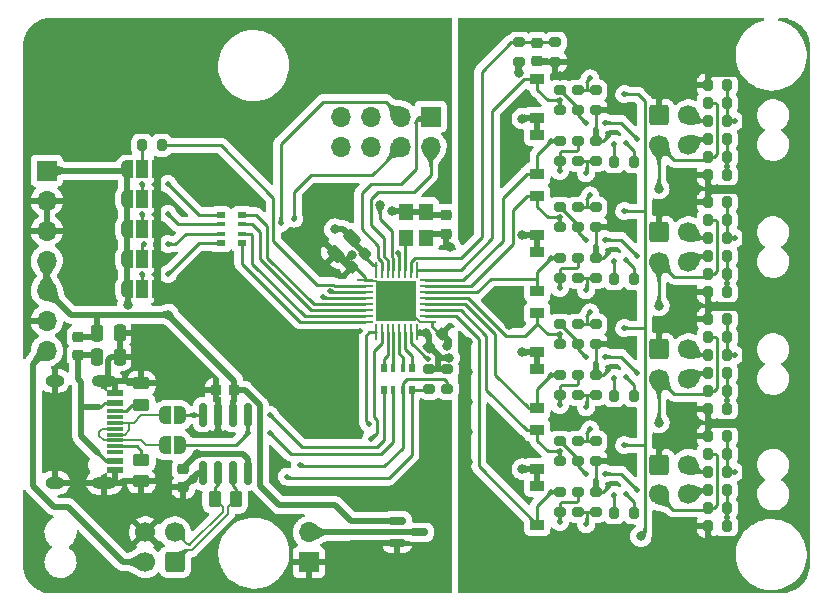
<source format=gbl>
G04 #@! TF.GenerationSoftware,KiCad,Pcbnew,(6.0.11)*
G04 #@! TF.CreationDate,2023-05-24T19:33:27+02:00*
G04 #@! TF.ProjectId,an2can,616e3263-616e-42e6-9b69-6361645f7063,V0*
G04 #@! TF.SameCoordinates,Original*
G04 #@! TF.FileFunction,Copper,L2,Bot*
G04 #@! TF.FilePolarity,Positive*
%FSLAX46Y46*%
G04 Gerber Fmt 4.6, Leading zero omitted, Abs format (unit mm)*
G04 Created by KiCad (PCBNEW (6.0.11)) date 2023-05-24 19:33:27*
%MOMM*%
%LPD*%
G01*
G04 APERTURE LIST*
G04 Aperture macros list*
%AMRoundRect*
0 Rectangle with rounded corners*
0 $1 Rounding radius*
0 $2 $3 $4 $5 $6 $7 $8 $9 X,Y pos of 4 corners*
0 Add a 4 corners polygon primitive as box body*
4,1,4,$2,$3,$4,$5,$6,$7,$8,$9,$2,$3,0*
0 Add four circle primitives for the rounded corners*
1,1,$1+$1,$2,$3*
1,1,$1+$1,$4,$5*
1,1,$1+$1,$6,$7*
1,1,$1+$1,$8,$9*
0 Add four rect primitives between the rounded corners*
20,1,$1+$1,$2,$3,$4,$5,0*
20,1,$1+$1,$4,$5,$6,$7,0*
20,1,$1+$1,$6,$7,$8,$9,0*
20,1,$1+$1,$8,$9,$2,$3,0*%
%AMFreePoly0*
4,1,22,0.550000,-0.750000,0.000000,-0.750000,0.000000,-0.745033,-0.079941,-0.743568,-0.215256,-0.701293,-0.333266,-0.622738,-0.424486,-0.514219,-0.481581,-0.384460,-0.499164,-0.250000,-0.500000,-0.250000,-0.500000,0.250000,-0.499164,0.250000,-0.499963,0.256109,-0.478152,0.396186,-0.417904,0.524511,-0.324060,0.630769,-0.204165,0.706417,-0.067858,0.745374,0.000000,0.744959,0.000000,0.750000,
0.550000,0.750000,0.550000,-0.750000,0.550000,-0.750000,$1*%
%AMFreePoly1*
4,1,20,0.000000,0.744959,0.073905,0.744508,0.209726,0.703889,0.328688,0.626782,0.421226,0.519385,0.479903,0.390333,0.500000,0.250000,0.500000,-0.250000,0.499851,-0.262216,0.476331,-0.402017,0.414519,-0.529596,0.319384,-0.634700,0.198574,-0.708877,0.061801,-0.746166,0.000000,-0.745033,0.000000,-0.750000,-0.550000,-0.750000,-0.550000,0.750000,0.000000,0.750000,0.000000,0.744959,
0.000000,0.744959,$1*%
%AMFreePoly2*
4,1,22,0.500000,-0.750000,0.000000,-0.750000,0.000000,-0.745033,-0.079941,-0.743568,-0.215256,-0.701293,-0.333266,-0.622738,-0.424486,-0.514219,-0.481581,-0.384460,-0.499164,-0.250000,-0.500000,-0.250000,-0.500000,0.250000,-0.499164,0.250000,-0.499963,0.256109,-0.478152,0.396186,-0.417904,0.524511,-0.324060,0.630769,-0.204165,0.706417,-0.067858,0.745374,0.000000,0.744959,0.000000,0.750000,
0.500000,0.750000,0.500000,-0.750000,0.500000,-0.750000,$1*%
%AMFreePoly3*
4,1,20,0.000000,0.744959,0.073905,0.744508,0.209726,0.703889,0.328688,0.626782,0.421226,0.519385,0.479903,0.390333,0.500000,0.250000,0.500000,-0.250000,0.499851,-0.262216,0.476331,-0.402017,0.414519,-0.529596,0.319384,-0.634700,0.198574,-0.708877,0.061801,-0.746166,0.000000,-0.745033,0.000000,-0.750000,-0.500000,-0.750000,-0.500000,0.750000,0.000000,0.750000,0.000000,0.744959,
0.000000,0.744959,$1*%
G04 Aperture macros list end*
G04 #@! TA.AperFunction,ComponentPad*
%ADD10RoundRect,0.250000X-0.600000X-0.600000X0.600000X-0.600000X0.600000X0.600000X-0.600000X0.600000X0*%
G04 #@! TD*
G04 #@! TA.AperFunction,ComponentPad*
%ADD11C,1.700000*%
G04 #@! TD*
G04 #@! TA.AperFunction,ComponentPad*
%ADD12RoundRect,0.250000X0.600000X0.600000X-0.600000X0.600000X-0.600000X-0.600000X0.600000X-0.600000X0*%
G04 #@! TD*
G04 #@! TA.AperFunction,ComponentPad*
%ADD13R,1.700000X1.700000*%
G04 #@! TD*
G04 #@! TA.AperFunction,ComponentPad*
%ADD14O,1.700000X1.700000*%
G04 #@! TD*
G04 #@! TA.AperFunction,SMDPad,CuDef*
%ADD15RoundRect,0.200000X-0.200000X-0.275000X0.200000X-0.275000X0.200000X0.275000X-0.200000X0.275000X0*%
G04 #@! TD*
G04 #@! TA.AperFunction,SMDPad,CuDef*
%ADD16RoundRect,0.200000X-0.275000X0.200000X-0.275000X-0.200000X0.275000X-0.200000X0.275000X0.200000X0*%
G04 #@! TD*
G04 #@! TA.AperFunction,SMDPad,CuDef*
%ADD17RoundRect,0.062500X-0.062500X0.588500X-0.062500X-0.588500X0.062500X-0.588500X0.062500X0.588500X0*%
G04 #@! TD*
G04 #@! TA.AperFunction,SMDPad,CuDef*
%ADD18RoundRect,0.062500X-0.588500X0.062500X-0.588500X-0.062500X0.588500X-0.062500X0.588500X0.062500X0*%
G04 #@! TD*
G04 #@! TA.AperFunction,SMDPad,CuDef*
%ADD19R,3.450000X3.450000*%
G04 #@! TD*
G04 #@! TA.AperFunction,SMDPad,CuDef*
%ADD20FreePoly0,0.000000*%
G04 #@! TD*
G04 #@! TA.AperFunction,SMDPad,CuDef*
%ADD21R,1.000000X1.500000*%
G04 #@! TD*
G04 #@! TA.AperFunction,SMDPad,CuDef*
%ADD22FreePoly1,0.000000*%
G04 #@! TD*
G04 #@! TA.AperFunction,SMDPad,CuDef*
%ADD23R,1.200000X0.900000*%
G04 #@! TD*
G04 #@! TA.AperFunction,SMDPad,CuDef*
%ADD24FreePoly2,180.000000*%
G04 #@! TD*
G04 #@! TA.AperFunction,SMDPad,CuDef*
%ADD25FreePoly3,180.000000*%
G04 #@! TD*
G04 #@! TA.AperFunction,SMDPad,CuDef*
%ADD26RoundRect,0.200000X0.200000X0.275000X-0.200000X0.275000X-0.200000X-0.275000X0.200000X-0.275000X0*%
G04 #@! TD*
G04 #@! TA.AperFunction,SMDPad,CuDef*
%ADD27RoundRect,0.225000X-0.250000X0.225000X-0.250000X-0.225000X0.250000X-0.225000X0.250000X0.225000X0*%
G04 #@! TD*
G04 #@! TA.AperFunction,SMDPad,CuDef*
%ADD28R,1.200000X1.400000*%
G04 #@! TD*
G04 #@! TA.AperFunction,SMDPad,CuDef*
%ADD29R,0.500000X0.800000*%
G04 #@! TD*
G04 #@! TA.AperFunction,SMDPad,CuDef*
%ADD30R,0.400000X0.800000*%
G04 #@! TD*
G04 #@! TA.AperFunction,SMDPad,CuDef*
%ADD31RoundRect,0.225000X-0.017678X0.335876X-0.335876X0.017678X0.017678X-0.335876X0.335876X-0.017678X0*%
G04 #@! TD*
G04 #@! TA.AperFunction,SMDPad,CuDef*
%ADD32RoundRect,0.250000X0.262500X0.450000X-0.262500X0.450000X-0.262500X-0.450000X0.262500X-0.450000X0*%
G04 #@! TD*
G04 #@! TA.AperFunction,SMDPad,CuDef*
%ADD33RoundRect,0.200000X0.275000X-0.200000X0.275000X0.200000X-0.275000X0.200000X-0.275000X-0.200000X0*%
G04 #@! TD*
G04 #@! TA.AperFunction,SMDPad,CuDef*
%ADD34RoundRect,0.225000X0.017678X-0.335876X0.335876X-0.017678X-0.017678X0.335876X-0.335876X0.017678X0*%
G04 #@! TD*
G04 #@! TA.AperFunction,SMDPad,CuDef*
%ADD35RoundRect,0.150000X-0.150000X0.825000X-0.150000X-0.825000X0.150000X-0.825000X0.150000X0.825000X0*%
G04 #@! TD*
G04 #@! TA.AperFunction,SMDPad,CuDef*
%ADD36RoundRect,0.250000X-0.450000X0.262500X-0.450000X-0.262500X0.450000X-0.262500X0.450000X0.262500X0*%
G04 #@! TD*
G04 #@! TA.AperFunction,SMDPad,CuDef*
%ADD37RoundRect,0.250000X-0.159099X0.512652X-0.512652X0.159099X0.159099X-0.512652X0.512652X-0.159099X0*%
G04 #@! TD*
G04 #@! TA.AperFunction,SMDPad,CuDef*
%ADD38R,1.450000X0.600000*%
G04 #@! TD*
G04 #@! TA.AperFunction,SMDPad,CuDef*
%ADD39R,1.450000X0.300000*%
G04 #@! TD*
G04 #@! TA.AperFunction,ComponentPad*
%ADD40O,2.100000X1.000000*%
G04 #@! TD*
G04 #@! TA.AperFunction,ComponentPad*
%ADD41O,1.600000X1.000000*%
G04 #@! TD*
G04 #@! TA.AperFunction,SMDPad,CuDef*
%ADD42RoundRect,0.225000X0.250000X-0.225000X0.250000X0.225000X-0.250000X0.225000X-0.250000X-0.225000X0*%
G04 #@! TD*
G04 #@! TA.AperFunction,SMDPad,CuDef*
%ADD43RoundRect,0.225000X0.225000X0.250000X-0.225000X0.250000X-0.225000X-0.250000X0.225000X-0.250000X0*%
G04 #@! TD*
G04 #@! TA.AperFunction,SMDPad,CuDef*
%ADD44RoundRect,0.150000X-0.587500X-0.150000X0.587500X-0.150000X0.587500X0.150000X-0.587500X0.150000X0*%
G04 #@! TD*
G04 #@! TA.AperFunction,SMDPad,CuDef*
%ADD45RoundRect,0.250000X-0.250000X-0.475000X0.250000X-0.475000X0.250000X0.475000X-0.250000X0.475000X0*%
G04 #@! TD*
G04 #@! TA.AperFunction,SMDPad,CuDef*
%ADD46R,0.800000X0.500000*%
G04 #@! TD*
G04 #@! TA.AperFunction,SMDPad,CuDef*
%ADD47R,0.800000X0.400000*%
G04 #@! TD*
G04 #@! TA.AperFunction,SMDPad,CuDef*
%ADD48RoundRect,0.218750X0.256250X-0.218750X0.256250X0.218750X-0.256250X0.218750X-0.256250X-0.218750X0*%
G04 #@! TD*
G04 #@! TA.AperFunction,SMDPad,CuDef*
%ADD49RoundRect,0.250000X0.450000X-0.262500X0.450000X0.262500X-0.450000X0.262500X-0.450000X-0.262500X0*%
G04 #@! TD*
G04 #@! TA.AperFunction,ViaPad*
%ADD50C,0.800000*%
G04 #@! TD*
G04 #@! TA.AperFunction,ViaPad*
%ADD51C,0.500000*%
G04 #@! TD*
G04 #@! TA.AperFunction,Conductor*
%ADD52C,0.250000*%
G04 #@! TD*
G04 #@! TA.AperFunction,Conductor*
%ADD53C,0.500000*%
G04 #@! TD*
G04 #@! TA.AperFunction,Conductor*
%ADD54C,0.130000*%
G04 #@! TD*
G04 #@! TA.AperFunction,Conductor*
%ADD55C,0.200000*%
G04 #@! TD*
G04 APERTURE END LIST*
D10*
X116586000Y-74696000D03*
D11*
X116586000Y-77196000D03*
X119086000Y-74696000D03*
X119086000Y-77196000D03*
D12*
X75611000Y-112502000D03*
D11*
X75611000Y-110002000D03*
X73111000Y-112502000D03*
X73111000Y-110002000D03*
D10*
X116586000Y-104287000D03*
D11*
X116586000Y-106787000D03*
X119086000Y-104287000D03*
X119086000Y-106787000D03*
D13*
X97272000Y-74803000D03*
D14*
X97272000Y-77343000D03*
X94732000Y-74803000D03*
X94732000Y-77343000D03*
X92192000Y-74803000D03*
X92192000Y-77343000D03*
X89652000Y-74803000D03*
X89652000Y-77343000D03*
D10*
X116586000Y-94508000D03*
D11*
X116586000Y-97008000D03*
X119086000Y-94508000D03*
X119086000Y-97008000D03*
D13*
X86959500Y-112527000D03*
D14*
X86959500Y-109987000D03*
D10*
X116586000Y-84602000D03*
D11*
X116586000Y-87102000D03*
X119086000Y-84602000D03*
X119086000Y-87102000D03*
D13*
X64770000Y-79375000D03*
D14*
X64770000Y-81915000D03*
X64770000Y-84455000D03*
X64770000Y-86995000D03*
X64770000Y-89535000D03*
X64770000Y-92075000D03*
X64770000Y-94615000D03*
D15*
X120714000Y-73660000D03*
X122364000Y-73660000D03*
D16*
X108204000Y-72581000D03*
X108204000Y-74231000D03*
D15*
X120714000Y-106426000D03*
X122364000Y-106426000D03*
D17*
X92618000Y-87773000D03*
X93118000Y-87773000D03*
X93618000Y-87773000D03*
X94118000Y-87773000D03*
X94618000Y-87773000D03*
X95118000Y-87773000D03*
X95618000Y-87773000D03*
X96118000Y-87773000D03*
D18*
X97019000Y-88674000D03*
X97019000Y-89174000D03*
X97019000Y-89674000D03*
X97019000Y-90174000D03*
X97019000Y-90674000D03*
X97019000Y-91174000D03*
X97019000Y-91674000D03*
X97019000Y-92174000D03*
D17*
X96118000Y-93075000D03*
X95618000Y-93075000D03*
X95118000Y-93075000D03*
X94618000Y-93075000D03*
X94118000Y-93075000D03*
X93618000Y-93075000D03*
X93118000Y-93075000D03*
X92618000Y-93075000D03*
D18*
X91717000Y-92174000D03*
X91717000Y-91674000D03*
X91717000Y-91174000D03*
X91717000Y-90674000D03*
X91717000Y-90174000D03*
X91717000Y-89674000D03*
X91717000Y-89174000D03*
X91717000Y-88674000D03*
D19*
X94368000Y-90424000D03*
D20*
X71568000Y-84328000D03*
D21*
X72868000Y-84328000D03*
D22*
X74168000Y-84328000D03*
D23*
X106299000Y-94741000D03*
X106299000Y-91441000D03*
D16*
X109728000Y-86805000D03*
X109728000Y-88455000D03*
D24*
X76088000Y-102616000D03*
D25*
X74788000Y-102616000D03*
D26*
X122364000Y-94996000D03*
X120714000Y-94996000D03*
D27*
X76327000Y-104635000D03*
X76327000Y-106185000D03*
D28*
X96862000Y-82847000D03*
X96862000Y-85047000D03*
X95162000Y-85047000D03*
X95162000Y-82847000D03*
D29*
X95688000Y-97928000D03*
D30*
X94888000Y-97928000D03*
X94088000Y-97928000D03*
D29*
X93288000Y-97928000D03*
X93288000Y-96128000D03*
D30*
X94088000Y-96128000D03*
X94888000Y-96128000D03*
D29*
X95688000Y-96128000D03*
D23*
X106299000Y-104647000D03*
X106299000Y-101347000D03*
D31*
X91734008Y-86446992D03*
X90637992Y-87543008D03*
D20*
X71568000Y-89408000D03*
D21*
X72868000Y-89408000D03*
D22*
X74168000Y-89408000D03*
D26*
X122364000Y-85090000D03*
X120714000Y-85090000D03*
D16*
X109728000Y-96711000D03*
X109728000Y-98361000D03*
D20*
X71568000Y-81788000D03*
D21*
X72868000Y-81788000D03*
D22*
X74168000Y-81788000D03*
D26*
X122364000Y-104902000D03*
X120714000Y-104902000D03*
D32*
X80795500Y-107201000D03*
X78970500Y-107201000D03*
D15*
X120714000Y-98044000D03*
X122364000Y-98044000D03*
D16*
X108204000Y-92393000D03*
X108204000Y-94043000D03*
D26*
X122364000Y-79756000D03*
X120714000Y-79756000D03*
D33*
X109728000Y-103949000D03*
X109728000Y-102299000D03*
D16*
X111252000Y-92393000D03*
X111252000Y-94043000D03*
D26*
X122364000Y-109474000D03*
X120714000Y-109474000D03*
D16*
X111252000Y-72581000D03*
X111252000Y-74231000D03*
D26*
X122364000Y-75184000D03*
X120714000Y-75184000D03*
D34*
X97114992Y-94274008D03*
X98211008Y-93177992D03*
D35*
X77978000Y-100027000D03*
X79248000Y-100027000D03*
X80518000Y-100027000D03*
X81788000Y-100027000D03*
X81788000Y-104977000D03*
X80518000Y-104977000D03*
X79248000Y-104977000D03*
X77978000Y-104977000D03*
D26*
X122364000Y-99568000D03*
X120714000Y-99568000D03*
X122364000Y-101854000D03*
X120714000Y-101854000D03*
D15*
X112810404Y-98432040D03*
X114460404Y-98432040D03*
D33*
X111252000Y-78549000D03*
X111252000Y-76899000D03*
D16*
X109728000Y-106617000D03*
X109728000Y-108267000D03*
X108204000Y-106617000D03*
X108204000Y-108267000D03*
D36*
X72771000Y-103862500D03*
X72771000Y-105687500D03*
D16*
X111252000Y-102299000D03*
X111252000Y-103949000D03*
D33*
X109728000Y-84137000D03*
X109728000Y-82487000D03*
D15*
X72835000Y-77216000D03*
X74485000Y-77216000D03*
X120714000Y-103378000D03*
X122364000Y-103378000D03*
X120714000Y-93472000D03*
X122364000Y-93472000D03*
X112810404Y-78620040D03*
X114460404Y-78620040D03*
D37*
X90587751Y-85053249D03*
X89244249Y-86396751D03*
D16*
X111252000Y-82487000D03*
X111252000Y-84137000D03*
D20*
X71568000Y-86868000D03*
D21*
X72868000Y-86868000D03*
D22*
X74168000Y-86868000D03*
D38*
X70541000Y-104723000D03*
X70541000Y-103923000D03*
D39*
X70541000Y-102723000D03*
X70541000Y-101723000D03*
X70541000Y-101223000D03*
X70541000Y-100223000D03*
D38*
X70541000Y-99023000D03*
X70541000Y-98223000D03*
X70541000Y-98223000D03*
X70541000Y-99023000D03*
D39*
X70541000Y-99723000D03*
X70541000Y-100723000D03*
X70541000Y-102223000D03*
X70541000Y-103223000D03*
D38*
X70541000Y-103923000D03*
X70541000Y-104723000D03*
D40*
X69626000Y-97153000D03*
D41*
X65446000Y-97153000D03*
X65446000Y-105793000D03*
D40*
X69626000Y-105793000D03*
D26*
X122364000Y-82042000D03*
X120714000Y-82042000D03*
X122364000Y-89662000D03*
X120714000Y-89662000D03*
D27*
X98552000Y-83172000D03*
X98552000Y-84722000D03*
D23*
X106299000Y-84835000D03*
X106299000Y-81535000D03*
D15*
X120714000Y-86614000D03*
X122364000Y-86614000D03*
D33*
X109728000Y-94043000D03*
X109728000Y-92393000D03*
D15*
X120714000Y-76708000D03*
X122364000Y-76708000D03*
D16*
X108204000Y-102299000D03*
X108204000Y-103949000D03*
D24*
X76088000Y-100076000D03*
D25*
X74788000Y-100076000D03*
D16*
X109728000Y-76899000D03*
X109728000Y-78549000D03*
D15*
X120714000Y-96520000D03*
X122364000Y-96520000D03*
D23*
X106299000Y-106046000D03*
X106299000Y-109346000D03*
D16*
X108204000Y-96711000D03*
X108204000Y-98361000D03*
D33*
X111252000Y-98361000D03*
X111252000Y-96711000D03*
D16*
X108204000Y-82487000D03*
X108204000Y-84137000D03*
X108204000Y-86805000D03*
X108204000Y-88455000D03*
D42*
X106299000Y-70117000D03*
X106299000Y-68567000D03*
D16*
X98679000Y-96203000D03*
X98679000Y-97853000D03*
D33*
X111252000Y-108267000D03*
X111252000Y-106617000D03*
X104775000Y-70167000D03*
X104775000Y-68517000D03*
D43*
X80658000Y-97930000D03*
X79108000Y-97930000D03*
D44*
X94439500Y-110932000D03*
X94439500Y-109032000D03*
X96314500Y-109982000D03*
D23*
X106299000Y-96140000D03*
X106299000Y-99440000D03*
D45*
X69027000Y-95123000D03*
X70927000Y-95123000D03*
D23*
X106299000Y-76328000D03*
X106299000Y-79628000D03*
D33*
X111252000Y-88455000D03*
X111252000Y-86805000D03*
D16*
X107823000Y-68517000D03*
X107823000Y-70167000D03*
D15*
X112810404Y-108338040D03*
X114460404Y-108338040D03*
X120714000Y-83566000D03*
X122364000Y-83566000D03*
D45*
X69027000Y-93091000D03*
X70927000Y-93091000D03*
D16*
X97155000Y-96203000D03*
X97155000Y-97853000D03*
D23*
X106299000Y-86234000D03*
X106299000Y-89534000D03*
D15*
X120714000Y-107950000D03*
X122364000Y-107950000D03*
D46*
X81291000Y-83128000D03*
D47*
X81291000Y-83928000D03*
X81291000Y-84728000D03*
D46*
X81291000Y-85528000D03*
X79491000Y-85528000D03*
D47*
X79491000Y-84728000D03*
X79491000Y-83928000D03*
D46*
X79491000Y-83128000D03*
D23*
X106299000Y-74929000D03*
X106299000Y-71629000D03*
D33*
X109728000Y-74231000D03*
X109728000Y-72581000D03*
D26*
X122364000Y-91948000D03*
X120714000Y-91948000D03*
D16*
X108204000Y-76899000D03*
X108204000Y-78549000D03*
D15*
X120714000Y-78232000D03*
X122364000Y-78232000D03*
D48*
X67437000Y-95021500D03*
X67437000Y-93446500D03*
D20*
X71568000Y-79275000D03*
D21*
X72868000Y-79275000D03*
D22*
X74168000Y-79275000D03*
D15*
X120714000Y-88138000D03*
X122364000Y-88138000D03*
D26*
X122364000Y-72136000D03*
X120714000Y-72136000D03*
D49*
X72771000Y-99210500D03*
X72771000Y-97385500D03*
D15*
X112810404Y-88526040D03*
X114460404Y-88526040D03*
D50*
X128397000Y-80899000D03*
D51*
X112268000Y-76454000D03*
D50*
X100457000Y-96393000D03*
X100457000Y-101473000D03*
X108204000Y-100711000D03*
X108204000Y-71374000D03*
X103759000Y-76749000D03*
X100457000Y-93853000D03*
X122555000Y-67437000D03*
X100457000Y-83185000D03*
X100457000Y-106553000D03*
X100457000Y-98933000D03*
X100457000Y-78105000D03*
X100457000Y-104013000D03*
X100457000Y-111633000D03*
X124333000Y-100711000D03*
X100457000Y-67945000D03*
X103886000Y-92456000D03*
X100457000Y-109093000D03*
X119126000Y-100711000D03*
X103759000Y-89789000D03*
X100457000Y-73025000D03*
D51*
X112268000Y-106172000D03*
X112268000Y-86360000D03*
D50*
X119126000Y-80899000D03*
X119126000Y-90805000D03*
X108204000Y-80899000D03*
D51*
X112268000Y-96266000D03*
D50*
X100457000Y-80645000D03*
X102616000Y-100838000D03*
X100457000Y-114173000D03*
X108204000Y-90805000D03*
X116586000Y-111506000D03*
X100457000Y-75565000D03*
X111760000Y-69977000D03*
X124333000Y-80899000D03*
X100457000Y-70485000D03*
X124333000Y-90805000D03*
X128397000Y-100711000D03*
X121539000Y-113411000D03*
X108585000Y-110490000D03*
X128397000Y-90805000D03*
D51*
X106045000Y-73406000D03*
X113665000Y-102621449D03*
X113665000Y-92715449D03*
D50*
X115062000Y-110325500D03*
D51*
X113666844Y-72906034D03*
X113665000Y-82809449D03*
D50*
X89154000Y-84328000D03*
X98820351Y-95223457D03*
X77470000Y-103378000D03*
X96896701Y-93095299D03*
X71628000Y-90717500D03*
X93980000Y-82804000D03*
D51*
X85598000Y-106426000D03*
D50*
X85979000Y-67818000D03*
X65786000Y-101346000D03*
X87376000Y-99568000D03*
X78105000Y-113665000D03*
X98044000Y-106553000D03*
D51*
X93091000Y-89154000D03*
X93853000Y-89154000D03*
D50*
X98044000Y-114173000D03*
X68834000Y-112649000D03*
X65659000Y-69088000D03*
D51*
X93091000Y-90043000D03*
D50*
X98171000Y-73025000D03*
X66802000Y-77089000D03*
X68580000Y-82804000D03*
X88011000Y-87630000D03*
X85979000Y-72390000D03*
D51*
X93853000Y-90043000D03*
D50*
X98171000Y-70485000D03*
X98044000Y-111633000D03*
X70358000Y-71882000D03*
X98679000Y-94234000D03*
X63754000Y-111379000D03*
X97155000Y-103378000D03*
D51*
X95123000Y-89154000D03*
D50*
X98933000Y-85852000D03*
X77597000Y-97917000D03*
X77139050Y-105463242D03*
X68580000Y-88265000D03*
X76835000Y-69723000D03*
X80645000Y-90551000D03*
X90576264Y-86495150D03*
X79248000Y-101473000D03*
X98171000Y-67945000D03*
X98044000Y-109093000D03*
X73914000Y-95504000D03*
X81915000Y-95504000D03*
D51*
X91313000Y-92964000D03*
D50*
X76962000Y-74041000D03*
X105029000Y-104648002D03*
D51*
X94543500Y-86357000D03*
D50*
X104711462Y-71090368D03*
X105029000Y-84863334D03*
X105029000Y-94755668D03*
X105029000Y-74971000D03*
X75057000Y-91567000D03*
X116586000Y-80899000D03*
X116586000Y-90805000D03*
X116586000Y-100711000D03*
D51*
X92202000Y-102108000D03*
X92075000Y-100838000D03*
X88773000Y-89599500D03*
X88138000Y-90099500D03*
X84582000Y-83820000D03*
X85090000Y-105283000D03*
X86233000Y-104267000D03*
X85725000Y-83439000D03*
X97028000Y-95353500D03*
X75027000Y-88138000D03*
X72868000Y-88138000D03*
X75027000Y-85598000D03*
X72995000Y-85598000D03*
X72868000Y-83058000D03*
X75027000Y-83058000D03*
X75027000Y-80518000D03*
X72868000Y-80518000D03*
X81788000Y-101600000D03*
X83693000Y-101600000D03*
X112777310Y-86992320D03*
X113792000Y-86934500D03*
X112777310Y-77086320D03*
X113792000Y-77028500D03*
X112777310Y-96898320D03*
X113792000Y-96840500D03*
X112777310Y-106804320D03*
X113792000Y-106746500D03*
X110779933Y-81467404D03*
X110779933Y-71561404D03*
X110779933Y-91373404D03*
X110779933Y-101279404D03*
X107452071Y-106620251D03*
X108204000Y-83336500D03*
X108204000Y-73430500D03*
X108204000Y-93242500D03*
X108204000Y-103148500D03*
X108204000Y-89304500D03*
X110419000Y-85273000D03*
X108204000Y-79398500D03*
X110419000Y-75367000D03*
X108204000Y-99210500D03*
X110419000Y-95179000D03*
X108204000Y-109116500D03*
X110419000Y-105085000D03*
X77216000Y-100076000D03*
X83693000Y-100076000D03*
X112014000Y-85210500D03*
X114779501Y-86594931D03*
X122364000Y-88901181D03*
X123063000Y-85090000D03*
X114779501Y-76688931D03*
X112014000Y-75304500D03*
X122364000Y-78995181D03*
X123063000Y-75184000D03*
X114779501Y-96500931D03*
X112014000Y-95116500D03*
X122364000Y-98807181D03*
X123063000Y-94996000D03*
X112014000Y-105022500D03*
X122364000Y-108713181D03*
X114779501Y-106406931D03*
X123063000Y-104902000D03*
D50*
X92964000Y-82296000D03*
D51*
X107452071Y-86808251D03*
X107452071Y-76902251D03*
X107452071Y-96714251D03*
X110429749Y-89504928D03*
X110429749Y-79598928D03*
X110429749Y-99410928D03*
X110429749Y-109316928D03*
D52*
X111823000Y-86805000D02*
X112268000Y-86360000D01*
X123698000Y-91313000D02*
X123444000Y-91059000D01*
X111252000Y-106617000D02*
X111252000Y-103949000D01*
X120714000Y-80328000D02*
X121031000Y-80645000D01*
X123063000Y-100457000D02*
X123698000Y-99822000D01*
X123698000Y-81407000D02*
X123444000Y-81153000D01*
X121031000Y-71247000D02*
X120714000Y-71564000D01*
X111252000Y-86805000D02*
X111252000Y-84137000D01*
X123063000Y-80645000D02*
X123698000Y-80010000D01*
X123063000Y-90551000D02*
X123698000Y-89916000D01*
X120714000Y-100140000D02*
X121031000Y-100457000D01*
X123444000Y-81153000D02*
X121031000Y-81153000D01*
X123698000Y-71755000D02*
X123190000Y-71247000D01*
X111252000Y-106617000D02*
X111823000Y-106617000D01*
X121031000Y-81153000D02*
X120714000Y-81470000D01*
X123698000Y-99822000D02*
X123698000Y-91313000D01*
X120714000Y-101854000D02*
X120714000Y-101282000D01*
X120714000Y-90234000D02*
X121031000Y-90551000D01*
X116586000Y-103124000D02*
X117856000Y-101854000D01*
X116586000Y-94488000D02*
X116586000Y-93218000D01*
X111823000Y-96711000D02*
X112268000Y-96266000D01*
X111823000Y-76899000D02*
X112268000Y-76454000D01*
X111252000Y-76899000D02*
X111252000Y-74231000D01*
X116586000Y-74676000D02*
X116586000Y-73406000D01*
D53*
X106299000Y-70158000D02*
X107773000Y-70158000D01*
D52*
X120714000Y-101282000D02*
X121031000Y-100965000D01*
X120714000Y-110046000D02*
X120714000Y-109474000D01*
X111252000Y-76899000D02*
X111823000Y-76899000D01*
X121031000Y-100965000D02*
X123444000Y-100965000D01*
X121031000Y-90551000D02*
X123063000Y-90551000D01*
X121031000Y-100457000D02*
X123063000Y-100457000D01*
X116586000Y-83312000D02*
X117856000Y-82042000D01*
X116586000Y-93218000D02*
X117856000Y-91948000D01*
X120714000Y-81470000D02*
X120714000Y-82042000D01*
X111252000Y-96711000D02*
X111823000Y-96711000D01*
X120714000Y-71564000D02*
X120714000Y-72136000D01*
X123698000Y-89916000D02*
X123698000Y-81407000D01*
X123698000Y-109728000D02*
X123063000Y-110363000D01*
X111823000Y-106617000D02*
X112268000Y-106172000D01*
X123444000Y-100965000D02*
X123698000Y-101219000D01*
X120714000Y-79756000D02*
X120714000Y-80328000D01*
X117856000Y-82042000D02*
X120714000Y-82042000D01*
X117856000Y-72136000D02*
X120714000Y-72136000D01*
X117856000Y-101854000D02*
X120714000Y-101854000D01*
X121031000Y-110363000D02*
X120714000Y-110046000D01*
X120714000Y-99568000D02*
X120714000Y-100140000D01*
X116586000Y-104394000D02*
X116586000Y-103124000D01*
X116586000Y-73406000D02*
X117856000Y-72136000D01*
X121031000Y-80645000D02*
X123063000Y-80645000D01*
X123190000Y-71247000D02*
X121031000Y-71247000D01*
X117856000Y-91948000D02*
X120714000Y-91948000D01*
X111252000Y-86805000D02*
X111823000Y-86805000D01*
X120714000Y-89662000D02*
X120714000Y-90234000D01*
X121031000Y-91059000D02*
X120714000Y-91376000D01*
X120714000Y-91376000D02*
X120714000Y-91948000D01*
X123444000Y-91059000D02*
X121031000Y-91059000D01*
X123698000Y-80010000D02*
X123698000Y-71755000D01*
X123698000Y-101219000D02*
X123698000Y-109728000D01*
X111252000Y-96711000D02*
X111252000Y-94043000D01*
X116586000Y-84582000D02*
X116586000Y-83312000D01*
X123063000Y-110363000D02*
X121031000Y-110363000D01*
X101600000Y-70993000D02*
X101600000Y-84963000D01*
X99822000Y-86741000D02*
X101600000Y-84963000D01*
X104775000Y-68517000D02*
X106249000Y-68517000D01*
X95618000Y-87986500D02*
X95618000Y-87073992D01*
X104076000Y-68517000D02*
X104775000Y-68517000D01*
X107823000Y-68517000D02*
X106349000Y-68517000D01*
X104076000Y-68517000D02*
X101600000Y-70993000D01*
X95950992Y-86741000D02*
X99822000Y-86741000D01*
X95618000Y-87073992D02*
X95950992Y-86741000D01*
X115384449Y-102621449D02*
X115411000Y-102648000D01*
X115411000Y-102648000D02*
X115411000Y-103854000D01*
X113665000Y-82809449D02*
X115384449Y-82809449D01*
X115411000Y-92742000D02*
X115411000Y-100867402D01*
X115384449Y-92715449D02*
X115411000Y-92742000D01*
X113666844Y-72906034D02*
X114816034Y-72906034D01*
X114816034Y-72906034D02*
X115411000Y-73501000D01*
X115411000Y-109976500D02*
X115062000Y-110325500D01*
X115411000Y-73501000D02*
X115411000Y-109976500D01*
X113665000Y-92715449D02*
X115384449Y-92715449D01*
X113665000Y-102621449D02*
X115384449Y-102621449D01*
D53*
X81788000Y-103759000D02*
X81407000Y-103378000D01*
X64770000Y-79375000D02*
X71468000Y-79375000D01*
X71568000Y-86868000D02*
X71568000Y-89408000D01*
D52*
X92368437Y-87325282D02*
X92622963Y-87325282D01*
D53*
X93980000Y-82804000D02*
X95119000Y-82804000D01*
X97114992Y-93313590D02*
X96896701Y-93095299D01*
D52*
X91734008Y-86690853D02*
X92368437Y-87325282D01*
D53*
X89154000Y-84328000D02*
X89862502Y-84328000D01*
X81788000Y-104977000D02*
X81788000Y-103759000D01*
X97114992Y-94274008D02*
X97114992Y-93313590D01*
X96862000Y-82847000D02*
X95162000Y-82847000D01*
X81407000Y-103378000D02*
X77470000Y-103378000D01*
X71568000Y-81788000D02*
X71568000Y-84328000D01*
X89862502Y-84328000D02*
X90587751Y-85053249D01*
X97917000Y-94996000D02*
X97917000Y-96139000D01*
X90587751Y-85300735D02*
X91734008Y-86446992D01*
X97187000Y-83172000D02*
X96862000Y-82847000D01*
X97155000Y-96203000D02*
X98679000Y-96203000D01*
X95119000Y-82804000D02*
X95162000Y-82847000D01*
X97917000Y-94996000D02*
X98144457Y-95223457D01*
X77470000Y-103378000D02*
X76327000Y-104521000D01*
X97195008Y-94274008D02*
X97917000Y-94996000D01*
X71628000Y-90717500D02*
X71628000Y-89468000D01*
X96255930Y-93095299D02*
X96252732Y-93098497D01*
X98552000Y-83172000D02*
X97187000Y-83172000D01*
X96896701Y-93095299D02*
X96255930Y-93095299D01*
X71568000Y-84328000D02*
X71568000Y-86868000D01*
X71568000Y-79275000D02*
X71568000Y-81788000D01*
X98144457Y-95223457D02*
X98820351Y-95223457D01*
X69626000Y-97153000D02*
X72538500Y-97153000D01*
D52*
X91717000Y-88674000D02*
X91717000Y-88415000D01*
D53*
X74168000Y-79275000D02*
X74168000Y-81788000D01*
D54*
X96365000Y-92174000D02*
X94615000Y-90424000D01*
D53*
X88895000Y-112527000D02*
X86959500Y-112527000D01*
X97187000Y-84722000D02*
X96862000Y-85047000D01*
D54*
X92633000Y-88689000D02*
X94368000Y-90424000D01*
D53*
X77978000Y-104977000D02*
X77535000Y-104977000D01*
X98679000Y-94234000D02*
X98679000Y-93645984D01*
X90039663Y-87031751D02*
X89879249Y-87031751D01*
X69977000Y-95377000D02*
X69977000Y-97171249D01*
X79108000Y-98679000D02*
X79108000Y-97930000D01*
X74168000Y-86868000D02*
X74168000Y-89408000D01*
X98552000Y-84722000D02*
X97187000Y-84722000D01*
X77535000Y-104977000D02*
X76327000Y-106185000D01*
X98552000Y-85471000D02*
X98552000Y-84722000D01*
X79248000Y-100027000D02*
X79248000Y-98819000D01*
X79248000Y-100027000D02*
X79248000Y-101473000D01*
D52*
X91717000Y-88415000D02*
X90845008Y-87543008D01*
D53*
X64770000Y-81915000D02*
X64770000Y-84455000D01*
X74168000Y-81788000D02*
X74168000Y-84328000D01*
X71223500Y-105687500D02*
X71118000Y-105793000D01*
D52*
X98003992Y-93177992D02*
X97354415Y-92528415D01*
D54*
X97019000Y-92174000D02*
X96365000Y-92174000D01*
D53*
X89244249Y-86396751D02*
X88011000Y-87630000D01*
X70927000Y-95123000D02*
X70927000Y-93091000D01*
X71118000Y-105793000D02*
X69626000Y-105793000D01*
X79248000Y-98819000D02*
X79108000Y-98679000D01*
X94439500Y-110932000D02*
X90490000Y-110932000D01*
X98933000Y-85852000D02*
X98552000Y-85471000D01*
D54*
X91732000Y-88689000D02*
X92633000Y-88689000D01*
D53*
X70231000Y-95123000D02*
X69977000Y-95377000D01*
X89879249Y-87031751D02*
X89244249Y-86396751D01*
X98679000Y-93645984D02*
X98211008Y-93177992D01*
X74168000Y-84328000D02*
X74168000Y-86868000D01*
X90490000Y-110932000D02*
X88895000Y-112527000D01*
X70927000Y-95123000D02*
X70231000Y-95123000D01*
X72771000Y-105687500D02*
X71223500Y-105687500D01*
X90576264Y-86495150D02*
X90039663Y-87031751D01*
X90390506Y-87543008D02*
X89879249Y-87031751D01*
D52*
X97354415Y-92528415D02*
X97354415Y-92183997D01*
D53*
X76417292Y-106185000D02*
X77139050Y-105463242D01*
X106299000Y-84835000D02*
X106299000Y-86234000D01*
X106299000Y-104647000D02*
X106299000Y-106046000D01*
X106299000Y-104647000D02*
X105030002Y-104647000D01*
X105057334Y-84835000D02*
X105029000Y-84863334D01*
X104711462Y-71090368D02*
X104711462Y-70271538D01*
X105030002Y-104647000D02*
X105029000Y-104648002D01*
D52*
X94618000Y-86431500D02*
X94618000Y-87773000D01*
D53*
X105043668Y-94741000D02*
X105029000Y-94755668D01*
X106299000Y-94741000D02*
X106299000Y-96140000D01*
X106299000Y-84835000D02*
X105057334Y-84835000D01*
X106299000Y-74929000D02*
X105071000Y-74929000D01*
X106299000Y-74929000D02*
X106299000Y-76328000D01*
X106299000Y-94741000D02*
X105043668Y-94741000D01*
X105071000Y-74929000D02*
X105029000Y-74971000D01*
D52*
X94543500Y-86357000D02*
X94618000Y-86431500D01*
D53*
X64770000Y-86995000D02*
X64770000Y-89535000D01*
X84455000Y-107696000D02*
X89154000Y-107696000D01*
X69027000Y-91628000D02*
X69088000Y-91567000D01*
X67437000Y-93446500D02*
X68671500Y-93446500D01*
X89154000Y-107696000D02*
X90490000Y-109032000D01*
X90490000Y-109032000D02*
X94439500Y-109032000D01*
X69088000Y-91567000D02*
X66802000Y-91567000D01*
X80658000Y-97168000D02*
X75057000Y-91567000D01*
X82804000Y-99219472D02*
X82804000Y-106045000D01*
X80658000Y-97930000D02*
X81514528Y-97930000D01*
X82804000Y-106045000D02*
X84455000Y-107696000D01*
X80518000Y-98946000D02*
X80658000Y-98806000D01*
X81514528Y-97930000D02*
X82804000Y-99219472D01*
X75057000Y-91567000D02*
X69088000Y-91567000D01*
X80658000Y-97930000D02*
X80658000Y-97168000D01*
X80518000Y-100027000D02*
X80518000Y-98946000D01*
X68671500Y-93446500D02*
X69027000Y-93091000D01*
X66802000Y-91567000D02*
X64770000Y-89535000D01*
X69027000Y-93091000D02*
X69027000Y-91628000D01*
X80658000Y-98806000D02*
X80658000Y-97930000D01*
D52*
X120714000Y-83566000D02*
X121412000Y-83566000D01*
X121539000Y-97790000D02*
X121285000Y-98044000D01*
X121285000Y-78232000D02*
X120714000Y-78232000D01*
X116586000Y-87102000D02*
X116586000Y-90805000D01*
X121539000Y-93599000D02*
X121539000Y-97790000D01*
X117896000Y-98298000D02*
X120586535Y-98298000D01*
X121285000Y-98044000D02*
X120714000Y-98044000D01*
X117896000Y-78486000D02*
X120586535Y-78486000D01*
X121539000Y-73787000D02*
X121539000Y-77978000D01*
X121539000Y-107696000D02*
X121285000Y-107950000D01*
X116586000Y-106894000D02*
X117768067Y-108076067D01*
X116586000Y-87082000D02*
X117896000Y-88392000D01*
X117896000Y-88392000D02*
X120586535Y-88392000D01*
X120714000Y-93472000D02*
X121412000Y-93472000D01*
X121539000Y-87884000D02*
X121285000Y-88138000D01*
X121539000Y-77978000D02*
X121285000Y-78232000D01*
X116586000Y-77176000D02*
X117896000Y-78486000D01*
X121539000Y-83693000D02*
X121539000Y-87884000D01*
X121539000Y-103505000D02*
X121539000Y-107696000D01*
X121412000Y-93472000D02*
X121539000Y-93599000D01*
X120714000Y-73660000D02*
X121412000Y-73660000D01*
X121412000Y-103378000D02*
X121539000Y-103505000D01*
X120714000Y-103378000D02*
X121412000Y-103378000D01*
X116586000Y-96988000D02*
X117896000Y-98298000D01*
X121412000Y-83566000D02*
X121539000Y-83693000D01*
X117768067Y-108076067D02*
X120714468Y-108076067D01*
X121285000Y-88138000D02*
X120714000Y-88138000D01*
X116586000Y-97008000D02*
X116586000Y-100711000D01*
X121285000Y-107950000D02*
X120714000Y-107950000D01*
X116586000Y-77196000D02*
X116586000Y-80899000D01*
X121412000Y-73660000D02*
X121539000Y-73787000D01*
D53*
X71227000Y-112502000D02*
X66548000Y-107823000D01*
X63627000Y-106045000D02*
X63627000Y-95758000D01*
X65405000Y-107823000D02*
X63627000Y-106045000D01*
X63627000Y-95758000D02*
X64770000Y-94615000D01*
X73111000Y-112502000D02*
X71227000Y-112502000D01*
X66548000Y-107823000D02*
X65405000Y-107823000D01*
D55*
X75611000Y-110002000D02*
X76635999Y-111026999D01*
X79657999Y-107888499D02*
X78970500Y-107201000D01*
X76868800Y-111027000D02*
X79657999Y-108237801D01*
X76635999Y-111026999D02*
X76868800Y-111027000D01*
X79657999Y-108237801D02*
X79657999Y-107888499D01*
D52*
X79248000Y-104977000D02*
X79248000Y-105931000D01*
X78970500Y-106208500D02*
X78970500Y-107201000D01*
X79248000Y-105931000D02*
X78970500Y-106208500D01*
X93118000Y-93953000D02*
X92456000Y-94615000D01*
X92456000Y-94615000D02*
X92456000Y-100203000D01*
X92710000Y-101600000D02*
X92202000Y-102108000D01*
X92456000Y-100203000D02*
X92710000Y-100457000D01*
X93118000Y-93075000D02*
X93118000Y-93953000D01*
X92710000Y-100457000D02*
X92710000Y-101600000D01*
X91821000Y-93345000D02*
X91821000Y-100584000D01*
X91821000Y-100584000D02*
X92075000Y-100838000D01*
X92618000Y-93075000D02*
X92091000Y-93075000D01*
X92091000Y-93075000D02*
X91821000Y-93345000D01*
D55*
X80108001Y-108424199D02*
X80108001Y-107888499D01*
D52*
X80518000Y-106058000D02*
X80795500Y-106335500D01*
X80795500Y-106335500D02*
X80795500Y-107201000D01*
D55*
X80108001Y-107888499D02*
X80795500Y-107201000D01*
D52*
X80518000Y-104977000D02*
X80518000Y-106058000D01*
D55*
X75611000Y-112502000D02*
X76635999Y-111477001D01*
X77055200Y-111477000D02*
X80108001Y-108424199D01*
X76635999Y-111477001D02*
X77055200Y-111477000D01*
D52*
X72771000Y-103124000D02*
X72771000Y-103862500D01*
X72370000Y-102723000D02*
X72771000Y-103124000D01*
X70541000Y-102723000D02*
X72370000Y-102723000D01*
X88847500Y-89674000D02*
X91717000Y-89674000D01*
X88773000Y-89599500D02*
X88847500Y-89674000D01*
X88212500Y-90174000D02*
X91717000Y-90174000D01*
X88138000Y-90099500D02*
X88212500Y-90174000D01*
X70541000Y-99723000D02*
X71473000Y-99723000D01*
X71985500Y-99210500D02*
X72771000Y-99210500D01*
X71473000Y-99723000D02*
X71985500Y-99210500D01*
X72868000Y-79275000D02*
X72868000Y-77249000D01*
D55*
X72759000Y-102223000D02*
X73152000Y-102616000D01*
X69473000Y-101223000D02*
X70541000Y-101223000D01*
X69469000Y-101219000D02*
X69473000Y-101223000D01*
X69215000Y-101854000D02*
X69215000Y-101473000D01*
X70541000Y-102223000D02*
X69584000Y-102223000D01*
X69584000Y-102223000D02*
X69215000Y-101854000D01*
X69215000Y-101473000D02*
X69469000Y-101219000D01*
X70541000Y-102223000D02*
X72759000Y-102223000D01*
X73152000Y-102616000D02*
X74788000Y-102616000D01*
X70541000Y-101723000D02*
X71378000Y-101723000D01*
X71743000Y-100723000D02*
X70541000Y-100723000D01*
X72771000Y-100076000D02*
X72124000Y-100723000D01*
X71378000Y-101723000D02*
X71743000Y-101358000D01*
X74788000Y-100076000D02*
X72771000Y-100076000D01*
X71743000Y-101358000D02*
X71743000Y-100723000D01*
X72124000Y-100723000D02*
X71743000Y-100723000D01*
D52*
X95688000Y-103448000D02*
X95688000Y-97928000D01*
X93726000Y-105410000D02*
X95688000Y-103448000D01*
X95688000Y-97928000D02*
X97080000Y-97928000D01*
X84582000Y-77089000D02*
X88138000Y-73533000D01*
X85090000Y-105283000D02*
X85217000Y-105410000D01*
X85217000Y-105410000D02*
X93726000Y-105410000D01*
X94732000Y-74803000D02*
X93462000Y-73533000D01*
X93462000Y-73533000D02*
X92075000Y-73533000D01*
X84582000Y-83820000D02*
X84582000Y-77089000D01*
X88138000Y-73533000D02*
X92075000Y-73533000D01*
X95250000Y-97028000D02*
X98425000Y-97028000D01*
X86360000Y-104394000D02*
X93345000Y-104394000D01*
X94732000Y-77343000D02*
X92319000Y-79756000D01*
X98679000Y-97282000D02*
X98679000Y-97853000D01*
X85725000Y-81153000D02*
X87122000Y-79756000D01*
X86233000Y-104267000D02*
X86360000Y-104394000D01*
X92319000Y-79756000D02*
X90678000Y-79756000D01*
X85725000Y-83439000D02*
X85725000Y-81153000D01*
X87122000Y-79756000D02*
X90678000Y-79756000D01*
X94888000Y-97390000D02*
X95250000Y-97028000D01*
X98425000Y-97028000D02*
X98679000Y-97282000D01*
X94888000Y-102851000D02*
X94888000Y-97928000D01*
X94888000Y-97928000D02*
X94888000Y-97390000D01*
X93345000Y-104394000D02*
X94888000Y-102851000D01*
X97028000Y-95353500D02*
X95618000Y-93943500D01*
X95618000Y-93943500D02*
X95618000Y-93075000D01*
X75027000Y-88138000D02*
X77637000Y-85528000D01*
X72868000Y-89408000D02*
X72868000Y-88138000D01*
X77637000Y-85528000D02*
X79491000Y-85528000D01*
X75662000Y-85598000D02*
X76532000Y-84728000D01*
X76532000Y-84728000D02*
X79491000Y-84728000D01*
X72868000Y-85725000D02*
X72995000Y-85598000D01*
X75027000Y-85598000D02*
X75662000Y-85598000D01*
X72868000Y-86868000D02*
X72868000Y-85725000D01*
X72868000Y-84328000D02*
X72868000Y-83058000D01*
X75027000Y-83058000D02*
X75897000Y-83928000D01*
X75897000Y-83928000D02*
X79491000Y-83928000D01*
X75027000Y-80518000D02*
X75057000Y-80518000D01*
X72868000Y-81788000D02*
X72868000Y-80518000D01*
X77667000Y-83128000D02*
X79491000Y-83128000D01*
X75057000Y-80518000D02*
X77667000Y-83128000D01*
X87627500Y-89024500D02*
X89011173Y-89024500D01*
X74485000Y-77216000D02*
X79502000Y-77216000D01*
X83947000Y-85344000D02*
X87627500Y-89024500D01*
X83947000Y-81661000D02*
X83947000Y-85344000D01*
X89160673Y-89174000D02*
X91717000Y-89174000D01*
X79502000Y-77216000D02*
X83947000Y-81661000D01*
X89011173Y-89024500D02*
X89160673Y-89174000D01*
X76088000Y-102616000D02*
X80772000Y-102616000D01*
X94088000Y-102381000D02*
X94088000Y-97928000D01*
X83693000Y-101600000D02*
X85471000Y-103378000D01*
X93091000Y-103378000D02*
X94088000Y-102381000D01*
X80772000Y-102616000D02*
X81788000Y-101600000D01*
X81788000Y-101600000D02*
X81788000Y-100027000D01*
X85471000Y-103378000D02*
X93091000Y-103378000D01*
X95118000Y-87773000D02*
X95118000Y-85349000D01*
X95118000Y-85349000D02*
X95162000Y-85305000D01*
X95162000Y-85305000D02*
X95162000Y-85047000D01*
X112777310Y-86992320D02*
X112810404Y-87025414D01*
X112810404Y-87025414D02*
X112810404Y-88526040D01*
X113792000Y-86934500D02*
X114460404Y-87602904D01*
X114460404Y-87602904D02*
X114460404Y-88526040D01*
X112810404Y-77119414D02*
X112810404Y-78620040D01*
X112777310Y-77086320D02*
X112810404Y-77119414D01*
X114460404Y-77696904D02*
X114460404Y-78620040D01*
X113792000Y-77028500D02*
X114460404Y-77696904D01*
X112810404Y-96931414D02*
X112810404Y-98432040D01*
X112777310Y-96898320D02*
X112810404Y-96931414D01*
X113792000Y-96840500D02*
X114460404Y-97508904D01*
X114460404Y-97508904D02*
X114460404Y-98432040D01*
X112777310Y-106804320D02*
X112810404Y-106837414D01*
X112810404Y-106837414D02*
X112810404Y-108338040D01*
X113792000Y-106746500D02*
X114460404Y-107414904D01*
X114460404Y-107414904D02*
X114460404Y-108338040D01*
X110490000Y-81757337D02*
X110490000Y-82424000D01*
X110553000Y-82487000D02*
X111252000Y-82487000D01*
X109728000Y-82487000D02*
X110553000Y-82487000D01*
X110779933Y-81467404D02*
X110490000Y-81757337D01*
X109728000Y-72581000D02*
X110553000Y-72581000D01*
X110553000Y-72581000D02*
X111252000Y-72581000D01*
X110779933Y-71561404D02*
X110490000Y-71851337D01*
X110490000Y-71851337D02*
X110490000Y-72518000D01*
X110553000Y-92393000D02*
X111252000Y-92393000D01*
X109728000Y-92393000D02*
X110553000Y-92393000D01*
X110490000Y-91663337D02*
X110490000Y-92330000D01*
X110779933Y-91373404D02*
X110490000Y-91663337D01*
X110779933Y-101279404D02*
X110490000Y-101569337D01*
X110553000Y-102299000D02*
X111252000Y-102299000D01*
X109728000Y-102299000D02*
X110553000Y-102299000D01*
X110490000Y-101569337D02*
X110490000Y-102236000D01*
X101346000Y-93599000D02*
X101346000Y-104393000D01*
X101346000Y-104393000D02*
X106299000Y-109346000D01*
X96805500Y-91674000D02*
X99421000Y-91674000D01*
X108204000Y-106617000D02*
X107455322Y-106617000D01*
X99421000Y-91674000D02*
X101346000Y-93599000D01*
X106299000Y-109346000D02*
X106299000Y-107773322D01*
X106299000Y-107773322D02*
X107452071Y-106620251D01*
X107455322Y-106617000D02*
X107452071Y-106620251D01*
X106299000Y-82423000D02*
X107212500Y-83336500D01*
X108204000Y-84137000D02*
X108204000Y-83336500D01*
X106299000Y-81535000D02*
X106299000Y-82423000D01*
X107212500Y-83336500D02*
X108204000Y-83336500D01*
X96805500Y-89174000D02*
X100691000Y-89174000D01*
X105409000Y-81535000D02*
X104267000Y-82677000D01*
X106299000Y-81535000D02*
X105409000Y-81535000D01*
X104267000Y-85598000D02*
X104267000Y-82677000D01*
X100691000Y-89174000D02*
X104267000Y-85598000D01*
X106299000Y-71629000D02*
X106299000Y-72517000D01*
X107212500Y-73430500D02*
X108204000Y-73430500D01*
X102489000Y-85090000D02*
X99806000Y-87773000D01*
X105196000Y-71629000D02*
X102489000Y-74336000D01*
X99806000Y-87773000D02*
X96118000Y-87773000D01*
X106299000Y-71629000D02*
X105196000Y-71629000D01*
X108204000Y-74231000D02*
X108204000Y-73430500D01*
X102489000Y-74422000D02*
X102489000Y-85090000D01*
X102489000Y-74336000D02*
X102489000Y-74422000D01*
X106299000Y-72517000D02*
X107212500Y-73430500D01*
X108204000Y-94043000D02*
X108204000Y-93242500D01*
X106299000Y-92329000D02*
X105283000Y-93345000D01*
X106299000Y-91441000D02*
X106299000Y-92329000D01*
X107212500Y-93242500D02*
X108204000Y-93242500D01*
X100461000Y-90174000D02*
X96805500Y-90174000D01*
X103632000Y-93345000D02*
X100461000Y-90174000D01*
X106299000Y-92329000D02*
X107212500Y-93242500D01*
X105283000Y-93345000D02*
X103632000Y-93345000D01*
X99810000Y-91174000D02*
X101981000Y-93345000D01*
X96805500Y-91174000D02*
X99810000Y-91174000D01*
X106299000Y-101347000D02*
X106299000Y-102235000D01*
X107212500Y-103148500D02*
X108204000Y-103148500D01*
X108204000Y-103949000D02*
X108204000Y-103148500D01*
X101981000Y-93345000D02*
X101981000Y-97917002D01*
X105410998Y-101347000D02*
X106299000Y-101347000D01*
X106299000Y-102235000D02*
X107212500Y-103148500D01*
X101981000Y-97917002D02*
X105410998Y-101347000D01*
X108204000Y-89304500D02*
X108204000Y-88455000D01*
X108204000Y-87757000D02*
X108204000Y-88455000D01*
X108331000Y-87630000D02*
X108204000Y-87757000D01*
X109728000Y-87503000D02*
X109601000Y-87630000D01*
X109728000Y-86805000D02*
X109728000Y-87503000D01*
X109601000Y-87630000D02*
X108331000Y-87630000D01*
X109728000Y-84582000D02*
X110419000Y-85273000D01*
X109728000Y-84137000D02*
X109728000Y-84582000D01*
X109728000Y-84011000D02*
X108204000Y-82487000D01*
X109728000Y-77597000D02*
X109601000Y-77724000D01*
X108204000Y-79398500D02*
X108204000Y-78549000D01*
X109728000Y-76899000D02*
X109728000Y-77597000D01*
X108331000Y-77724000D02*
X108204000Y-77851000D01*
X109601000Y-77724000D02*
X108331000Y-77724000D01*
X108204000Y-77851000D02*
X108204000Y-78549000D01*
X109728000Y-74231000D02*
X109728000Y-74676000D01*
X109728000Y-74105000D02*
X108204000Y-72581000D01*
X109728000Y-74676000D02*
X110419000Y-75367000D01*
X109728000Y-96711000D02*
X109728000Y-97409000D01*
X109728000Y-97409000D02*
X109601000Y-97536000D01*
X108204000Y-97663000D02*
X108204000Y-98361000D01*
X109601000Y-97536000D02*
X108331000Y-97536000D01*
X108204000Y-99210500D02*
X108204000Y-98361000D01*
X108331000Y-97536000D02*
X108204000Y-97663000D01*
X109728000Y-94488000D02*
X110419000Y-95179000D01*
X109728000Y-94043000D02*
X109728000Y-94488000D01*
X109728000Y-93917000D02*
X108204000Y-92393000D01*
X109728000Y-107315000D02*
X109601000Y-107442000D01*
X109601000Y-107442000D02*
X108331000Y-107442000D01*
X108204000Y-107569000D02*
X108204000Y-108267000D01*
X108204000Y-109116500D02*
X108204000Y-108267000D01*
X108331000Y-107442000D02*
X108204000Y-107569000D01*
X109728000Y-106617000D02*
X109728000Y-107315000D01*
X109728000Y-103949000D02*
X109728000Y-104394000D01*
X109728000Y-104394000D02*
X110419000Y-105085000D01*
X109728000Y-103823000D02*
X108204000Y-102299000D01*
X77216000Y-100076000D02*
X77929000Y-100076000D01*
X92710000Y-102743000D02*
X93288000Y-102165000D01*
X76088000Y-100076000D02*
X77216000Y-100076000D01*
X86360000Y-102743000D02*
X92710000Y-102743000D01*
X83693000Y-100076000D02*
X86360000Y-102743000D01*
X93288000Y-102165000D02*
X93288000Y-97928000D01*
X113395070Y-85210500D02*
X114779501Y-86594931D01*
X122364000Y-88138000D02*
X122364000Y-88901181D01*
X112014000Y-85210500D02*
X113395070Y-85210500D01*
X122364000Y-86614000D02*
X122364000Y-88138000D01*
X122364000Y-88901181D02*
X122364000Y-89662000D01*
X122364000Y-83566000D02*
X122364000Y-85090000D01*
X122364000Y-82042000D02*
X122364000Y-83566000D01*
X123063000Y-85090000D02*
X122364000Y-85090000D01*
X112014000Y-75304500D02*
X113395070Y-75304500D01*
X122364000Y-76708000D02*
X122364000Y-78232000D01*
X122364000Y-78232000D02*
X122364000Y-78995181D01*
X113395070Y-75304500D02*
X114779501Y-76688931D01*
X122364000Y-78995181D02*
X122364000Y-79756000D01*
X122364000Y-73660000D02*
X122364000Y-75184000D01*
X123063000Y-75184000D02*
X122364000Y-75184000D01*
X122364000Y-72136000D02*
X122364000Y-73660000D01*
X122364000Y-98807181D02*
X122364000Y-99568000D01*
X112014000Y-95116500D02*
X113395070Y-95116500D01*
X122364000Y-96520000D02*
X122364000Y-98044000D01*
X113395070Y-95116500D02*
X114779501Y-96500931D01*
X122364000Y-98044000D02*
X122364000Y-98807181D01*
X122364000Y-91948000D02*
X122364000Y-93472000D01*
X123063000Y-94996000D02*
X122364000Y-94996000D01*
X122364000Y-93472000D02*
X122364000Y-94996000D01*
X112014000Y-105022500D02*
X113395070Y-105022500D01*
X122364000Y-108713181D02*
X122364000Y-109474000D01*
X122364000Y-107950000D02*
X122364000Y-108713181D01*
X122364000Y-106426000D02*
X122364000Y-107950000D01*
X113395070Y-105022500D02*
X114779501Y-106406931D01*
X122364000Y-103378000D02*
X122364000Y-104902000D01*
X122364000Y-101854000D02*
X122364000Y-103378000D01*
X123063000Y-104902000D02*
X122364000Y-104902000D01*
X94118000Y-86801200D02*
X94118000Y-87773000D01*
X93980000Y-86107327D02*
X93968500Y-86118827D01*
X93980000Y-84518500D02*
X93980000Y-86107327D01*
X93968500Y-86118827D02*
X93968500Y-86651700D01*
X93968500Y-86651700D02*
X94118000Y-86801200D01*
X92964000Y-82296000D02*
X92964000Y-83502500D01*
X92964000Y-83502500D02*
X93980000Y-84518500D01*
X107455322Y-86805000D02*
X107452071Y-86808251D01*
X106299000Y-89534000D02*
X106299000Y-88519000D01*
X106299000Y-89534000D02*
X106299000Y-87961322D01*
X101207698Y-89674000D02*
X96805500Y-89674000D01*
X108204000Y-86805000D02*
X107455322Y-86805000D01*
X102362698Y-88519000D02*
X101207698Y-89674000D01*
X106299000Y-88519000D02*
X102362698Y-88519000D01*
X106299000Y-87961322D02*
X107452071Y-86808251D01*
X100048000Y-88674000D02*
X103378000Y-85344000D01*
X106299000Y-79628000D02*
X106299000Y-78055322D01*
X106299000Y-79628000D02*
X105411000Y-79628000D01*
X96805500Y-88674000D02*
X100048000Y-88674000D01*
X107455322Y-76899000D02*
X107452071Y-76902251D01*
X108204000Y-76899000D02*
X107455322Y-76899000D01*
X105411000Y-79628000D02*
X103378000Y-81661000D01*
X106299000Y-78055322D02*
X107452071Y-76902251D01*
X103378000Y-85344000D02*
X103378000Y-81661000D01*
X100199000Y-90674000D02*
X102743000Y-93218000D01*
X96805500Y-90674000D02*
X100199000Y-90674000D01*
X105522332Y-99426332D02*
X105522332Y-99440000D01*
X108204000Y-96711000D02*
X107455322Y-96711000D01*
X102743000Y-93218000D02*
X102743000Y-96647000D01*
X106299000Y-99440000D02*
X106299000Y-97867322D01*
X105522332Y-99440000D02*
X106299000Y-99440000D01*
X107455322Y-96711000D02*
X107452071Y-96714251D01*
X102743000Y-96647000D02*
X105522332Y-99426332D01*
X106299000Y-97867322D02*
X107452071Y-96714251D01*
X83439000Y-84074000D02*
X83439000Y-86741000D01*
X83439000Y-86741000D02*
X87372000Y-90674000D01*
X87372000Y-90674000D02*
X91717000Y-90674000D01*
X82493000Y-83128000D02*
X83439000Y-84074000D01*
X81291000Y-83128000D02*
X82493000Y-83128000D01*
X82804000Y-84582000D02*
X82804000Y-86868000D01*
X81291000Y-83928000D02*
X82150000Y-83928000D01*
X82150000Y-83928000D02*
X82804000Y-84582000D01*
X87110000Y-91174000D02*
X91717000Y-91174000D01*
X82804000Y-86868000D02*
X87110000Y-91174000D01*
X82169000Y-84836000D02*
X82169000Y-87249000D01*
X86594000Y-91674000D02*
X91717000Y-91674000D01*
X81291000Y-84728000D02*
X82061000Y-84728000D01*
X82169000Y-87249000D02*
X86594000Y-91674000D01*
X82061000Y-84728000D02*
X82169000Y-84836000D01*
X86205000Y-92174000D02*
X81291000Y-87260000D01*
X91717000Y-92174000D02*
X86205000Y-92174000D01*
X81291000Y-87260000D02*
X81291000Y-85528000D01*
X95118000Y-94483000D02*
X95688000Y-95053000D01*
X95118000Y-93075000D02*
X95118000Y-94483000D01*
X95688000Y-95053000D02*
X95688000Y-96128000D01*
X94888000Y-95142000D02*
X94888000Y-96128000D01*
X94618000Y-93075000D02*
X94618000Y-94872000D01*
X94618000Y-94872000D02*
X94888000Y-95142000D01*
X94118000Y-93075000D02*
X94118000Y-96098000D01*
X93618000Y-94977000D02*
X93288000Y-95307000D01*
X93618000Y-93075000D02*
X93618000Y-94977000D01*
X93288000Y-95307000D02*
X93288000Y-96128000D01*
X91440000Y-84328000D02*
X92837000Y-85725000D01*
X92837000Y-85725000D02*
X92837000Y-86792992D01*
X91440000Y-81280000D02*
X91440000Y-84328000D01*
X96012000Y-75057000D02*
X96266000Y-74803000D01*
X96012000Y-79248000D02*
X94742000Y-80518000D01*
X96266000Y-74803000D02*
X97272000Y-74803000D01*
X92837000Y-86792992D02*
X93118000Y-87073992D01*
X92202000Y-80518000D02*
X91440000Y-81280000D01*
X94742000Y-80518000D02*
X92202000Y-80518000D01*
X93118000Y-87073992D02*
X93118000Y-87773000D01*
X96012000Y-79248000D02*
X96012000Y-75057000D01*
X93345000Y-86664596D02*
X93345000Y-85090000D01*
X97272000Y-79766000D02*
X97272000Y-77343000D01*
X93618000Y-87773000D02*
X93618000Y-86937596D01*
X92202000Y-83947000D02*
X92202000Y-81788000D01*
X92202000Y-81788000D02*
X92837000Y-81153000D01*
X95885000Y-81153000D02*
X97272000Y-79766000D01*
X93618000Y-86937596D02*
X93345000Y-86664596D01*
X92837000Y-81153000D02*
X95885000Y-81153000D01*
X93345000Y-85090000D02*
X92202000Y-83947000D01*
X110429749Y-89504928D02*
X110490000Y-89444677D01*
X110490000Y-89444677D02*
X110490000Y-88519000D01*
X110426000Y-88455000D02*
X109728000Y-88455000D01*
X111252000Y-88455000D02*
X109728000Y-88455000D01*
X110429749Y-79598928D02*
X110490000Y-79538677D01*
X111252000Y-78549000D02*
X109728000Y-78549000D01*
X110426000Y-78549000D02*
X109728000Y-78549000D01*
X110490000Y-79538677D02*
X110490000Y-78613000D01*
X111252000Y-98361000D02*
X109728000Y-98361000D01*
X110429749Y-99410928D02*
X110490000Y-99350677D01*
X110426000Y-98361000D02*
X109728000Y-98361000D01*
X110490000Y-99350677D02*
X110490000Y-98425000D01*
X111252000Y-108267000D02*
X109728000Y-108267000D01*
X110426000Y-108267000D02*
X109728000Y-108267000D01*
X110429749Y-109316928D02*
X110490000Y-109256677D01*
X110490000Y-109256677D02*
X110490000Y-108331000D01*
X120714000Y-86614000D02*
X119554000Y-86614000D01*
X120714000Y-85090000D02*
X119594000Y-85090000D01*
X120714000Y-76708000D02*
X119554000Y-76708000D01*
X120714000Y-75184000D02*
X119594000Y-75184000D01*
X120714000Y-96520000D02*
X119554000Y-96520000D01*
X120714000Y-94996000D02*
X119594000Y-94996000D01*
X120714000Y-106426000D02*
X119554000Y-106426000D01*
X120714000Y-104902000D02*
X119594000Y-104902000D01*
X69265093Y-99418001D02*
X69215000Y-99418001D01*
X70541000Y-99023000D02*
X69660094Y-99023000D01*
X69660094Y-99023000D02*
X69265093Y-99418001D01*
D53*
X67691000Y-101854000D02*
X67691000Y-99441000D01*
X67713999Y-99418001D02*
X69215000Y-99418001D01*
X67437000Y-95021500D02*
X68925500Y-95021500D01*
X67691000Y-97282000D02*
X67437000Y-97028000D01*
X67691000Y-99441000D02*
X67691000Y-97282000D01*
X67691000Y-99441000D02*
X67713999Y-99418001D01*
X67437000Y-97028000D02*
X67437000Y-95021500D01*
X69088000Y-103251000D02*
X67691000Y-101854000D01*
D52*
X69088000Y-103251000D02*
X69760000Y-103923000D01*
X69760000Y-103923000D02*
X70541000Y-103923000D01*
D53*
X96309500Y-109987000D02*
X86959500Y-109987000D01*
G04 #@! TA.AperFunction,Conductor*
G36*
X125463465Y-66441502D02*
G01*
X125509958Y-66495158D01*
X125520062Y-66565432D01*
X125490568Y-66630012D01*
X125424698Y-66669822D01*
X125424672Y-66669826D01*
X125421192Y-66670857D01*
X125421187Y-66670858D01*
X125347018Y-66692828D01*
X125092894Y-66768103D01*
X125089558Y-66769526D01*
X125089555Y-66769527D01*
X124777949Y-66902438D01*
X124777946Y-66902440D01*
X124774611Y-66903862D01*
X124771464Y-66905657D01*
X124771460Y-66905659D01*
X124542072Y-67036500D01*
X124474041Y-67075304D01*
X124471129Y-67077443D01*
X124471126Y-67077445D01*
X124399301Y-67130206D01*
X124195168Y-67280157D01*
X124192515Y-67282623D01*
X124192513Y-67282624D01*
X124068428Y-67397931D01*
X123941688Y-67515705D01*
X123939336Y-67518459D01*
X123939333Y-67518462D01*
X123809116Y-67670927D01*
X123716962Y-67778826D01*
X123523967Y-68066033D01*
X123365261Y-68373518D01*
X123242950Y-68697207D01*
X123158652Y-69032810D01*
X123158178Y-69036413D01*
X123114162Y-69370752D01*
X123113487Y-69375876D01*
X123113430Y-69379514D01*
X123108491Y-69693882D01*
X123108051Y-69721861D01*
X123142419Y-70066177D01*
X123143190Y-70069714D01*
X123143191Y-70069719D01*
X123213073Y-70390225D01*
X123216133Y-70404261D01*
X123328217Y-70731633D01*
X123477186Y-71043952D01*
X123479117Y-71047031D01*
X123479118Y-71047032D01*
X123496068Y-71074052D01*
X123661064Y-71337079D01*
X123663334Y-71339913D01*
X123663338Y-71339918D01*
X123761084Y-71461924D01*
X123877415Y-71607129D01*
X123902765Y-71632215D01*
X124097314Y-71824737D01*
X124123371Y-71850523D01*
X124126229Y-71852764D01*
X124231419Y-71935243D01*
X124395672Y-72064034D01*
X124690709Y-72244832D01*
X124693999Y-72246359D01*
X124694008Y-72246364D01*
X124924322Y-72353272D01*
X125004570Y-72390522D01*
X125008017Y-72391662D01*
X125329652Y-72498033D01*
X125329657Y-72498034D01*
X125333097Y-72499172D01*
X125336652Y-72499908D01*
X125336655Y-72499909D01*
X125668385Y-72568607D01*
X125668388Y-72568607D01*
X125671935Y-72569342D01*
X125799703Y-72580745D01*
X125973440Y-72596251D01*
X125973446Y-72596251D01*
X125976233Y-72596500D01*
X126199189Y-72596500D01*
X126201008Y-72596395D01*
X126201012Y-72596395D01*
X126452833Y-72581875D01*
X126452838Y-72581874D01*
X126456453Y-72581666D01*
X126461730Y-72580745D01*
X126793755Y-72522798D01*
X126793762Y-72522796D01*
X126797328Y-72522174D01*
X126800803Y-72521145D01*
X126800810Y-72521143D01*
X126933582Y-72481814D01*
X127129106Y-72423897D01*
X127138913Y-72419714D01*
X127444051Y-72289562D01*
X127444054Y-72289560D01*
X127447389Y-72288138D01*
X127450536Y-72286343D01*
X127450540Y-72286341D01*
X127744819Y-72118487D01*
X127747959Y-72116696D01*
X127787976Y-72087301D01*
X127987658Y-71940619D01*
X128026832Y-71911843D01*
X128065259Y-71876135D01*
X128277657Y-71678762D01*
X128280312Y-71676295D01*
X128283553Y-71672501D01*
X128463402Y-71461924D01*
X128505038Y-71413174D01*
X128698033Y-71125967D01*
X128714916Y-71093258D01*
X128855077Y-70821702D01*
X128856739Y-70818482D01*
X128979050Y-70494793D01*
X129063348Y-70159190D01*
X129091144Y-69948056D01*
X129108039Y-69819728D01*
X129108040Y-69819720D01*
X129108513Y-69816124D01*
X129111654Y-69616206D01*
X129113892Y-69473780D01*
X129113892Y-69473776D01*
X129113949Y-69470139D01*
X129113013Y-69460756D01*
X129092301Y-69253259D01*
X129079581Y-69125823D01*
X129054480Y-69010699D01*
X129006640Y-68791283D01*
X129006639Y-68791278D01*
X129005867Y-68787739D01*
X128893783Y-68460367D01*
X128744814Y-68148048D01*
X128560936Y-67854921D01*
X128524405Y-67809322D01*
X128373766Y-67621295D01*
X128344585Y-67584871D01*
X128098629Y-67341477D01*
X128003427Y-67266829D01*
X127829185Y-67130206D01*
X127829183Y-67130205D01*
X127826328Y-67127966D01*
X127531291Y-66947168D01*
X127528001Y-66945641D01*
X127527992Y-66945636D01*
X127220728Y-66803009D01*
X127217430Y-66801478D01*
X127120819Y-66769527D01*
X126892348Y-66693967D01*
X126892343Y-66693966D01*
X126888903Y-66692828D01*
X126885348Y-66692092D01*
X126885345Y-66692091D01*
X126782930Y-66670882D01*
X126720281Y-66637482D01*
X126685634Y-66575513D01*
X126689991Y-66504650D01*
X126731968Y-66447392D01*
X126798237Y-66421917D01*
X126808481Y-66421500D01*
X126871633Y-66421500D01*
X126891018Y-66423000D01*
X126905851Y-66425310D01*
X126905855Y-66425310D01*
X126914724Y-66426691D01*
X126931923Y-66424442D01*
X126955863Y-66423609D01*
X127213710Y-66439206D01*
X127228814Y-66441040D01*
X127263477Y-66447392D01*
X127509760Y-66492525D01*
X127524526Y-66496164D01*
X127797231Y-66581142D01*
X127811445Y-66586534D01*
X128071906Y-66703757D01*
X128085379Y-66710828D01*
X128329813Y-66858595D01*
X128342334Y-66867238D01*
X128567171Y-67043385D01*
X128578560Y-67053475D01*
X128780525Y-67255440D01*
X128790615Y-67266829D01*
X128966762Y-67491666D01*
X128975405Y-67504187D01*
X129123172Y-67748621D01*
X129130242Y-67762092D01*
X129247466Y-68022555D01*
X129252858Y-68036769D01*
X129269499Y-68090173D01*
X129337836Y-68309473D01*
X129341475Y-68324240D01*
X129379771Y-68533214D01*
X129392960Y-68605186D01*
X129394794Y-68620290D01*
X129409953Y-68870904D01*
X129408692Y-68897716D01*
X129408690Y-68897852D01*
X129407309Y-68906724D01*
X129408473Y-68915626D01*
X129408473Y-68915628D01*
X129411436Y-68938283D01*
X129412500Y-68954621D01*
X129412500Y-112627633D01*
X129411000Y-112647018D01*
X129408690Y-112661851D01*
X129408690Y-112661855D01*
X129407309Y-112670724D01*
X129409558Y-112687919D01*
X129410391Y-112711863D01*
X129394794Y-112969710D01*
X129392960Y-112984814D01*
X129341707Y-113264500D01*
X129341477Y-113265754D01*
X129337836Y-113280527D01*
X129252859Y-113553227D01*
X129247466Y-113567445D01*
X129130243Y-113827906D01*
X129123172Y-113841379D01*
X128975405Y-114085813D01*
X128966762Y-114098334D01*
X128790615Y-114323171D01*
X128780525Y-114334560D01*
X128578560Y-114536525D01*
X128567171Y-114546615D01*
X128342334Y-114722762D01*
X128329813Y-114731405D01*
X128085379Y-114879172D01*
X128071908Y-114886242D01*
X127811445Y-115003466D01*
X127797231Y-115008858D01*
X127524527Y-115093836D01*
X127509760Y-115097475D01*
X127300786Y-115135771D01*
X127228814Y-115148960D01*
X127213710Y-115150794D01*
X126963096Y-115165953D01*
X126936278Y-115164692D01*
X126936149Y-115164690D01*
X126927276Y-115163309D01*
X126918374Y-115164473D01*
X126895656Y-115167443D01*
X126879341Y-115168506D01*
X99733020Y-115172766D01*
X99664896Y-115152775D01*
X99618395Y-115099126D01*
X99607000Y-115046766D01*
X99607000Y-112012861D01*
X123108051Y-112012861D01*
X123142419Y-112357177D01*
X123143190Y-112360714D01*
X123143191Y-112360719D01*
X123201388Y-112627633D01*
X123216133Y-112695261D01*
X123328217Y-113022633D01*
X123477186Y-113334952D01*
X123661064Y-113628079D01*
X123663334Y-113630913D01*
X123663338Y-113630918D01*
X123798746Y-113799934D01*
X123877415Y-113898129D01*
X124123371Y-114141523D01*
X124126229Y-114143764D01*
X124369561Y-114334560D01*
X124395672Y-114355034D01*
X124690709Y-114535832D01*
X124693999Y-114537359D01*
X124694008Y-114537364D01*
X124890493Y-114628569D01*
X125004570Y-114681522D01*
X125008017Y-114682662D01*
X125329652Y-114789033D01*
X125329657Y-114789034D01*
X125333097Y-114790172D01*
X125336652Y-114790908D01*
X125336655Y-114790909D01*
X125668385Y-114859607D01*
X125668388Y-114859607D01*
X125671935Y-114860342D01*
X125803042Y-114872043D01*
X125973440Y-114887251D01*
X125973446Y-114887251D01*
X125976233Y-114887500D01*
X126199189Y-114887500D01*
X126201008Y-114887395D01*
X126201012Y-114887395D01*
X126452833Y-114872875D01*
X126452838Y-114872874D01*
X126456453Y-114872666D01*
X126527067Y-114860342D01*
X126793755Y-114813798D01*
X126793762Y-114813796D01*
X126797328Y-114813174D01*
X126800803Y-114812145D01*
X126800810Y-114812143D01*
X126933582Y-114772814D01*
X127129106Y-114714897D01*
X127132445Y-114713473D01*
X127444051Y-114580562D01*
X127444054Y-114580560D01*
X127447389Y-114579138D01*
X127450536Y-114577343D01*
X127450540Y-114577341D01*
X127744819Y-114409487D01*
X127747959Y-114407696D01*
X127819650Y-114355034D01*
X127863026Y-114323171D01*
X128026832Y-114202843D01*
X128095566Y-114138972D01*
X128277657Y-113969762D01*
X128280312Y-113967295D01*
X128505038Y-113704174D01*
X128698033Y-113416967D01*
X128856739Y-113109482D01*
X128979050Y-112785793D01*
X129063348Y-112450190D01*
X129108513Y-112107124D01*
X129113949Y-111761139D01*
X129079581Y-111416823D01*
X129058533Y-111320288D01*
X129006640Y-111082283D01*
X129006639Y-111082278D01*
X129005867Y-111078739D01*
X128893783Y-110751367D01*
X128744814Y-110439048D01*
X128560936Y-110145921D01*
X128547616Y-110129294D01*
X128374904Y-109913715D01*
X128344585Y-109875871D01*
X128196846Y-109729671D01*
X128101207Y-109635028D01*
X128101206Y-109635027D01*
X128098629Y-109632477D01*
X128017692Y-109569014D01*
X127829185Y-109421206D01*
X127829183Y-109421205D01*
X127826328Y-109418966D01*
X127531291Y-109238168D01*
X127528001Y-109236641D01*
X127527992Y-109236636D01*
X127228247Y-109097499D01*
X127217430Y-109092478D01*
X127177145Y-109079155D01*
X126892348Y-108984967D01*
X126892343Y-108984966D01*
X126888903Y-108983828D01*
X126885348Y-108983092D01*
X126885345Y-108983091D01*
X126553615Y-108914393D01*
X126553612Y-108914393D01*
X126550065Y-108913658D01*
X126383619Y-108898803D01*
X126248560Y-108886749D01*
X126248554Y-108886749D01*
X126245767Y-108886500D01*
X126022811Y-108886500D01*
X126020992Y-108886605D01*
X126020988Y-108886605D01*
X125769167Y-108901125D01*
X125769162Y-108901126D01*
X125765547Y-108901334D01*
X125761978Y-108901957D01*
X125761977Y-108901957D01*
X125428245Y-108960202D01*
X125428238Y-108960204D01*
X125424672Y-108960826D01*
X125421197Y-108961855D01*
X125421190Y-108961857D01*
X125288418Y-109001186D01*
X125092894Y-109059103D01*
X125089558Y-109060526D01*
X125089555Y-109060527D01*
X124777949Y-109193438D01*
X124777946Y-109193440D01*
X124774611Y-109194862D01*
X124771464Y-109196657D01*
X124771460Y-109196659D01*
X124523241Y-109338241D01*
X124474041Y-109366304D01*
X124471129Y-109368443D01*
X124471126Y-109368445D01*
X124399301Y-109421206D01*
X124195168Y-109571157D01*
X124192515Y-109573623D01*
X124192513Y-109573624D01*
X124124210Y-109637095D01*
X123941688Y-109806705D01*
X123939336Y-109809459D01*
X123939333Y-109809462D01*
X123840725Y-109924918D01*
X123716962Y-110069826D01*
X123523967Y-110357033D01*
X123522306Y-110360250D01*
X123522306Y-110360251D01*
X123476883Y-110448256D01*
X123365261Y-110664518D01*
X123242950Y-110988207D01*
X123158652Y-111323810D01*
X123158178Y-111327413D01*
X123117947Y-111633000D01*
X123113487Y-111666876D01*
X123108051Y-112012861D01*
X99607000Y-112012861D01*
X99607000Y-98357912D01*
X99612766Y-98320233D01*
X99636959Y-98243032D01*
X99655753Y-98183062D01*
X99662500Y-98109635D01*
X99662499Y-97596366D01*
X99661723Y-97587912D01*
X99658198Y-97549554D01*
X99655753Y-97522938D01*
X99612766Y-97385767D01*
X99607000Y-97348088D01*
X99607000Y-96707912D01*
X99612766Y-96670233D01*
X99623896Y-96634717D01*
X99655753Y-96533062D01*
X99662500Y-96459635D01*
X99662499Y-95946366D01*
X99662141Y-95942461D01*
X99658974Y-95907996D01*
X99655753Y-95872938D01*
X99615531Y-95744590D01*
X99614246Y-95673607D01*
X99626646Y-95643912D01*
X99637084Y-95625834D01*
X99654878Y-95595013D01*
X99713893Y-95413385D01*
X99716569Y-95387930D01*
X99733165Y-95230022D01*
X99733855Y-95223457D01*
X99733049Y-95215785D01*
X99714583Y-95040092D01*
X99714583Y-95040090D01*
X99713893Y-95033529D01*
X99654878Y-94851901D01*
X99623881Y-94798212D01*
X99607000Y-94735213D01*
X99607000Y-93060094D01*
X99627002Y-92991973D01*
X99680658Y-92945480D01*
X99750932Y-92935376D01*
X99815512Y-92964870D01*
X99822075Y-92970980D01*
X100675597Y-93824502D01*
X100709621Y-93886812D01*
X100712500Y-93913595D01*
X100712500Y-104314233D01*
X100711973Y-104325416D01*
X100710298Y-104332909D01*
X100710547Y-104340835D01*
X100710547Y-104340836D01*
X100712438Y-104400986D01*
X100712500Y-104404945D01*
X100712500Y-104432856D01*
X100712997Y-104436790D01*
X100712997Y-104436791D01*
X100713005Y-104436856D01*
X100713938Y-104448693D01*
X100715327Y-104492889D01*
X100720688Y-104511341D01*
X100720978Y-104512339D01*
X100724987Y-104531700D01*
X100726067Y-104540245D01*
X100727526Y-104551797D01*
X100730445Y-104559168D01*
X100730445Y-104559170D01*
X100743804Y-104592912D01*
X100747649Y-104604142D01*
X100753419Y-104624002D01*
X100759982Y-104646593D01*
X100764015Y-104653412D01*
X100764017Y-104653417D01*
X100770293Y-104664028D01*
X100778988Y-104681776D01*
X100786448Y-104700617D01*
X100791110Y-104707033D01*
X100791110Y-104707034D01*
X100812436Y-104736387D01*
X100818952Y-104746307D01*
X100841458Y-104784362D01*
X100855779Y-104798683D01*
X100868619Y-104813716D01*
X100880528Y-104830107D01*
X100913319Y-104857234D01*
X100914605Y-104858298D01*
X100923384Y-104866288D01*
X105153595Y-109096500D01*
X105187621Y-109158812D01*
X105190500Y-109185595D01*
X105190500Y-109844134D01*
X105197255Y-109906316D01*
X105248385Y-110042705D01*
X105335739Y-110159261D01*
X105452295Y-110246615D01*
X105588684Y-110297745D01*
X105650866Y-110304500D01*
X106947134Y-110304500D01*
X107009316Y-110297745D01*
X107145705Y-110246615D01*
X107262261Y-110159261D01*
X107349615Y-110042705D01*
X107400745Y-109906316D01*
X107407500Y-109844134D01*
X107407500Y-109695525D01*
X107427502Y-109627404D01*
X107481158Y-109580911D01*
X107551432Y-109570807D01*
X107616012Y-109600301D01*
X107624133Y-109607994D01*
X107717455Y-109704632D01*
X107723351Y-109708490D01*
X107841487Y-109785796D01*
X107859846Y-109797810D01*
X107866450Y-109800266D01*
X107866452Y-109800267D01*
X107899147Y-109812426D01*
X108019341Y-109857126D01*
X108188015Y-109879632D01*
X108195026Y-109878994D01*
X108195030Y-109878994D01*
X108350462Y-109864848D01*
X108357483Y-109864209D01*
X108364185Y-109862031D01*
X108364187Y-109862031D01*
X108512623Y-109813801D01*
X108512626Y-109813800D01*
X108519322Y-109811624D01*
X108665490Y-109724490D01*
X108670584Y-109719639D01*
X108670588Y-109719636D01*
X108750938Y-109643119D01*
X108788721Y-109607139D01*
X108810989Y-109573624D01*
X108871655Y-109482313D01*
X108882891Y-109465402D01*
X108943319Y-109306325D01*
X108947693Y-109275199D01*
X108958125Y-109200972D01*
X108987413Y-109136297D01*
X109047017Y-109097724D01*
X109118013Y-109097499D01*
X109148167Y-109110729D01*
X109159301Y-109117472D01*
X109166548Y-109119743D01*
X109166550Y-109119744D01*
X109210143Y-109133405D01*
X109322938Y-109168753D01*
X109396365Y-109175500D01*
X109541364Y-109175500D01*
X109609485Y-109195502D01*
X109655978Y-109249158D01*
X109667072Y-109301932D01*
X109666524Y-109306271D01*
X109683130Y-109475627D01*
X109736843Y-109637095D01*
X109740490Y-109643117D01*
X109740491Y-109643119D01*
X109818532Y-109771979D01*
X109824995Y-109782651D01*
X109943204Y-109905060D01*
X110085595Y-109998238D01*
X110092199Y-110000694D01*
X110092201Y-110000695D01*
X110161207Y-110026358D01*
X110245090Y-110057554D01*
X110413764Y-110080060D01*
X110420775Y-110079422D01*
X110420779Y-110079422D01*
X110576211Y-110065276D01*
X110583232Y-110064637D01*
X110589934Y-110062459D01*
X110589936Y-110062459D01*
X110738372Y-110014229D01*
X110738375Y-110014228D01*
X110745071Y-110012052D01*
X110891239Y-109924918D01*
X110896333Y-109920067D01*
X110896337Y-109920064D01*
X110968055Y-109851767D01*
X111014470Y-109807567D01*
X111020102Y-109799091D01*
X111088859Y-109695602D01*
X111108640Y-109665830D01*
X111169068Y-109506753D01*
X111192750Y-109338241D01*
X111192984Y-109321539D01*
X111192993Y-109320890D01*
X111192993Y-109320884D01*
X111193048Y-109316928D01*
X111192606Y-109312991D01*
X111192413Y-109309039D01*
X111194045Y-109308959D01*
X111205187Y-109245600D01*
X111253335Y-109193424D01*
X111318108Y-109175500D01*
X111575486Y-109175499D01*
X111583634Y-109175499D01*
X111586492Y-109175236D01*
X111586501Y-109175236D01*
X111622004Y-109171974D01*
X111657062Y-109168753D01*
X111688784Y-109158812D01*
X111813450Y-109119744D01*
X111813452Y-109119743D01*
X111820699Y-109117472D01*
X111918127Y-109058468D01*
X111986757Y-109040289D01*
X112054320Y-109062100D01*
X112072493Y-109077149D01*
X112170023Y-109174679D01*
X112316705Y-109263512D01*
X112323952Y-109265783D01*
X112323954Y-109265784D01*
X112353998Y-109275199D01*
X112480342Y-109314793D01*
X112553769Y-109321540D01*
X112556667Y-109321540D01*
X112811069Y-109321539D01*
X113067038Y-109321539D01*
X113069896Y-109321276D01*
X113069905Y-109321276D01*
X113105408Y-109318014D01*
X113140466Y-109314793D01*
X113159082Y-109308959D01*
X113296854Y-109265784D01*
X113296856Y-109265783D01*
X113304103Y-109263512D01*
X113450785Y-109174679D01*
X113546309Y-109079155D01*
X113608621Y-109045129D01*
X113679436Y-109050194D01*
X113724499Y-109079155D01*
X113820023Y-109174679D01*
X113966705Y-109263512D01*
X113973952Y-109265783D01*
X113973954Y-109265784D01*
X114003998Y-109275199D01*
X114130342Y-109314793D01*
X114203769Y-109321540D01*
X114210868Y-109321540D01*
X114510414Y-109321539D01*
X114578533Y-109341541D01*
X114625026Y-109395196D01*
X114635131Y-109465470D01*
X114605638Y-109530051D01*
X114584474Y-109549475D01*
X114450747Y-109646634D01*
X114446326Y-109651544D01*
X114446325Y-109651545D01*
X114373456Y-109732475D01*
X114322960Y-109788556D01*
X114270706Y-109879062D01*
X114231699Y-109946625D01*
X114227473Y-109953944D01*
X114168458Y-110135572D01*
X114167768Y-110142133D01*
X114167768Y-110142135D01*
X114160471Y-110211560D01*
X114148496Y-110325500D01*
X114149186Y-110332065D01*
X114162370Y-110457500D01*
X114168458Y-110515428D01*
X114227473Y-110697056D01*
X114322960Y-110862444D01*
X114450747Y-111004366D01*
X114605248Y-111116618D01*
X114611276Y-111119302D01*
X114611278Y-111119303D01*
X114773681Y-111191609D01*
X114779712Y-111194294D01*
X114873113Y-111214147D01*
X114960056Y-111232628D01*
X114960061Y-111232628D01*
X114966513Y-111234000D01*
X115157487Y-111234000D01*
X115163939Y-111232628D01*
X115163944Y-111232628D01*
X115250887Y-111214147D01*
X115344288Y-111194294D01*
X115350319Y-111191609D01*
X115512722Y-111119303D01*
X115512724Y-111119302D01*
X115518752Y-111116618D01*
X115673253Y-111004366D01*
X115801040Y-110862444D01*
X115896527Y-110697056D01*
X115955542Y-110515428D01*
X115961631Y-110457500D01*
X115973675Y-110342902D01*
X115974787Y-110334837D01*
X115974794Y-110334796D01*
X115975553Y-110330358D01*
X115975683Y-110325500D01*
X115976578Y-110291790D01*
X115992119Y-110234437D01*
X116000875Y-110218510D01*
X116000877Y-110218505D01*
X116004695Y-110211560D01*
X116009733Y-110191937D01*
X116016137Y-110173234D01*
X116021033Y-110161920D01*
X116021033Y-110161919D01*
X116024181Y-110154645D01*
X116025420Y-110146822D01*
X116025423Y-110146812D01*
X116031099Y-110110976D01*
X116033505Y-110099356D01*
X116042528Y-110064211D01*
X116042528Y-110064210D01*
X116044500Y-110056530D01*
X116044500Y-110036276D01*
X116046051Y-110016565D01*
X116047980Y-110004386D01*
X116049220Y-109996557D01*
X116045059Y-109952538D01*
X116044500Y-109940681D01*
X116044500Y-109824316D01*
X116044836Y-109815123D01*
X116045745Y-109802705D01*
X119806001Y-109802705D01*
X119806264Y-109808454D01*
X119812132Y-109872315D01*
X119814743Y-109885351D01*
X119861715Y-110035243D01*
X119867921Y-110048988D01*
X119948824Y-110182574D01*
X119958131Y-110194443D01*
X120068557Y-110304869D01*
X120080426Y-110314176D01*
X120214012Y-110395079D01*
X120227757Y-110401285D01*
X120377644Y-110448256D01*
X120390694Y-110450869D01*
X120445586Y-110455913D01*
X120457124Y-110452525D01*
X120458329Y-110451135D01*
X120460000Y-110443452D01*
X120460000Y-109746115D01*
X120455525Y-109730876D01*
X120454135Y-109729671D01*
X120446452Y-109728000D01*
X119824116Y-109728000D01*
X119808877Y-109732475D01*
X119807672Y-109733865D01*
X119806001Y-109741548D01*
X119806001Y-109802705D01*
X116045745Y-109802705D01*
X116046009Y-109799091D01*
X116046010Y-109799073D01*
X116046038Y-109798693D01*
X116046311Y-109794212D01*
X116046783Y-109786456D01*
X116046786Y-109786398D01*
X116046806Y-109786072D01*
X116046834Y-109785494D01*
X116047302Y-109772349D01*
X116049094Y-109693729D01*
X116048291Y-109671701D01*
X116047109Y-109639321D01*
X116046877Y-109632954D01*
X116045594Y-109627678D01*
X116044500Y-109611787D01*
X116044500Y-108223150D01*
X116064502Y-108155029D01*
X116118158Y-108108536D01*
X116188432Y-108098432D01*
X116216644Y-108105904D01*
X116222232Y-108108103D01*
X116222260Y-108108114D01*
X116222957Y-108108388D01*
X116223590Y-108108620D01*
X116223634Y-108108637D01*
X116244728Y-108116376D01*
X116244747Y-108116383D01*
X116245421Y-108116630D01*
X116246460Y-108116984D01*
X116247201Y-108117217D01*
X116247216Y-108117222D01*
X116268879Y-108124036D01*
X116269623Y-108124270D01*
X116270361Y-108124483D01*
X116270374Y-108124487D01*
X116288017Y-108129581D01*
X116425385Y-108169243D01*
X116444373Y-108174333D01*
X116445237Y-108174547D01*
X116464162Y-108178857D01*
X116606597Y-108208472D01*
X116606881Y-108208528D01*
X116616656Y-108210456D01*
X116616737Y-108210472D01*
X116616993Y-108210522D01*
X116617422Y-108210602D01*
X116617775Y-108210664D01*
X116617780Y-108210665D01*
X116627384Y-108212355D01*
X116627468Y-108212369D01*
X116627728Y-108212415D01*
X116732933Y-108229823D01*
X116758223Y-108234008D01*
X116759261Y-108234185D01*
X116863723Y-108252369D01*
X116871557Y-108253990D01*
X116919291Y-108265461D01*
X116942297Y-108270990D01*
X116955665Y-108274999D01*
X117007707Y-108293805D01*
X117023425Y-108300730D01*
X117025620Y-108301882D01*
X117078090Y-108329416D01*
X117092659Y-108338372D01*
X117167675Y-108391824D01*
X117179180Y-108401084D01*
X117297076Y-108507951D01*
X117298065Y-108508776D01*
X117298070Y-108508780D01*
X117329665Y-108535125D01*
X117329518Y-108535301D01*
X117340733Y-108544637D01*
X117348297Y-108552201D01*
X117351492Y-108554679D01*
X117360514Y-108562385D01*
X117392746Y-108592653D01*
X117399695Y-108596473D01*
X117410499Y-108602413D01*
X117427023Y-108613266D01*
X117443026Y-108625680D01*
X117483610Y-108643243D01*
X117494240Y-108648450D01*
X117533007Y-108669762D01*
X117540684Y-108671733D01*
X117540689Y-108671735D01*
X117552625Y-108674799D01*
X117571333Y-108681204D01*
X117589922Y-108689248D01*
X117597750Y-108690488D01*
X117597757Y-108690490D01*
X117633591Y-108696166D01*
X117645211Y-108698572D01*
X117671386Y-108705292D01*
X117688037Y-108709567D01*
X117708291Y-108709567D01*
X117728001Y-108711118D01*
X117748010Y-108714287D01*
X117755902Y-108713541D01*
X117792028Y-108710126D01*
X117803886Y-108709567D01*
X119759039Y-108709567D01*
X119827160Y-108729569D01*
X119873653Y-108783225D01*
X119883757Y-108853499D01*
X119870100Y-108891655D01*
X119871049Y-108892084D01*
X119861715Y-108912757D01*
X119814744Y-109062644D01*
X119812131Y-109075694D01*
X119806266Y-109139521D01*
X119806000Y-109145309D01*
X119806000Y-109201885D01*
X119810475Y-109217124D01*
X119811865Y-109218329D01*
X119819548Y-109220000D01*
X120842000Y-109220000D01*
X120910121Y-109240002D01*
X120956614Y-109293658D01*
X120968000Y-109346000D01*
X120968000Y-110438884D01*
X120972475Y-110454123D01*
X120973865Y-110455328D01*
X120978294Y-110456291D01*
X121037315Y-110450868D01*
X121050351Y-110448257D01*
X121200243Y-110401285D01*
X121213988Y-110395079D01*
X121347574Y-110314176D01*
X121359443Y-110304869D01*
X121449551Y-110214761D01*
X121511863Y-110180735D01*
X121582678Y-110185800D01*
X121627741Y-110214761D01*
X121723619Y-110310639D01*
X121870301Y-110399472D01*
X121877548Y-110401743D01*
X121877550Y-110401744D01*
X121943836Y-110422517D01*
X122033938Y-110450753D01*
X122107365Y-110457500D01*
X122110263Y-110457500D01*
X122364665Y-110457499D01*
X122620634Y-110457499D01*
X122623492Y-110457236D01*
X122623501Y-110457236D01*
X122659004Y-110453974D01*
X122694062Y-110450753D01*
X122702030Y-110448256D01*
X122850450Y-110401744D01*
X122850452Y-110401743D01*
X122857699Y-110399472D01*
X123004381Y-110310639D01*
X123125639Y-110189381D01*
X123214472Y-110042699D01*
X123265753Y-109879062D01*
X123272500Y-109805635D01*
X123272499Y-109142366D01*
X123271942Y-109136297D01*
X123267811Y-109091338D01*
X123265753Y-109068938D01*
X123262472Y-109058468D01*
X123216744Y-108912550D01*
X123216743Y-108912548D01*
X123214472Y-108905301D01*
X123203150Y-108886605D01*
X123145358Y-108791179D01*
X123127146Y-108724150D01*
X123127244Y-108717146D01*
X123127244Y-108717139D01*
X123127299Y-108713181D01*
X123126857Y-108709243D01*
X123126664Y-108705292D01*
X123128669Y-108705194D01*
X123139640Y-108643120D01*
X123144736Y-108633848D01*
X123210537Y-108525197D01*
X123210538Y-108525195D01*
X123214472Y-108518699D01*
X123217581Y-108508780D01*
X123249715Y-108406239D01*
X123265753Y-108355062D01*
X123272500Y-108281635D01*
X123272499Y-107618366D01*
X123265753Y-107544938D01*
X123251520Y-107499520D01*
X123216744Y-107388550D01*
X123216743Y-107388548D01*
X123214472Y-107381301D01*
X123136935Y-107253271D01*
X123118756Y-107184641D01*
X123136935Y-107122729D01*
X123210537Y-107001196D01*
X123214472Y-106994699D01*
X123265753Y-106831062D01*
X123272500Y-106757635D01*
X123272500Y-106722774D01*
X124904102Y-106722774D01*
X124904302Y-106728103D01*
X124904302Y-106728105D01*
X124904936Y-106745000D01*
X124912751Y-106953158D01*
X124913846Y-106958377D01*
X124927720Y-107024502D01*
X124960093Y-107178791D01*
X124962051Y-107183750D01*
X124962052Y-107183752D01*
X125040069Y-107381301D01*
X125044776Y-107393221D01*
X125047543Y-107397780D01*
X125047544Y-107397783D01*
X125086209Y-107461500D01*
X125164377Y-107590317D01*
X125167874Y-107594347D01*
X125305776Y-107753265D01*
X125315477Y-107764445D01*
X125319608Y-107767832D01*
X125489627Y-107907240D01*
X125489633Y-107907244D01*
X125493755Y-107910624D01*
X125498391Y-107913263D01*
X125498394Y-107913265D01*
X125539982Y-107936938D01*
X125694114Y-108024675D01*
X125910825Y-108103337D01*
X125916074Y-108104286D01*
X125916077Y-108104287D01*
X126133608Y-108143623D01*
X126133615Y-108143624D01*
X126137692Y-108144361D01*
X126155414Y-108145197D01*
X126160356Y-108145430D01*
X126160363Y-108145430D01*
X126161844Y-108145500D01*
X126323890Y-108145500D01*
X126390809Y-108139822D01*
X126490409Y-108131371D01*
X126490413Y-108131370D01*
X126495720Y-108130920D01*
X126500875Y-108129582D01*
X126500881Y-108129581D01*
X126713703Y-108074343D01*
X126713707Y-108074342D01*
X126718872Y-108073001D01*
X126723738Y-108070809D01*
X126723741Y-108070808D01*
X126924202Y-107980507D01*
X126929075Y-107978312D01*
X127120319Y-107849559D01*
X127287135Y-107690424D01*
X127424754Y-107505458D01*
X127428936Y-107497234D01*
X127484342Y-107388256D01*
X127529240Y-107299949D01*
X127536162Y-107277659D01*
X127596024Y-107084871D01*
X127597607Y-107079773D01*
X127598308Y-107074484D01*
X127627198Y-106856511D01*
X127627198Y-106856506D01*
X127627898Y-106851226D01*
X127626468Y-106813121D01*
X127619449Y-106626173D01*
X127619249Y-106620842D01*
X127605015Y-106553000D01*
X127573002Y-106400428D01*
X127571907Y-106395209D01*
X127569948Y-106390248D01*
X127489185Y-106185744D01*
X127489184Y-106185742D01*
X127487224Y-106180779D01*
X127468287Y-106149571D01*
X127370390Y-105988243D01*
X127367623Y-105983683D01*
X127329780Y-105940073D01*
X127220023Y-105813588D01*
X127220021Y-105813586D01*
X127216523Y-105809555D01*
X127146010Y-105751738D01*
X127042373Y-105666760D01*
X127042367Y-105666756D01*
X127038245Y-105663376D01*
X127006750Y-105645448D01*
X126957445Y-105594368D01*
X126943583Y-105524738D01*
X126969566Y-105458667D01*
X126998716Y-105431427D01*
X127034642Y-105407240D01*
X127120319Y-105349559D01*
X127145260Y-105325767D01*
X127217313Y-105257031D01*
X127287135Y-105190424D01*
X127424754Y-105005458D01*
X127455733Y-104944528D01*
X127495006Y-104867283D01*
X127529240Y-104799949D01*
X127531856Y-104791526D01*
X127596024Y-104584871D01*
X127597607Y-104579773D01*
X127603385Y-104536180D01*
X127627198Y-104356511D01*
X127627198Y-104356506D01*
X127627898Y-104351226D01*
X127627530Y-104341410D01*
X127620958Y-104166368D01*
X127619249Y-104120842D01*
X127615965Y-104105188D01*
X127591613Y-103989129D01*
X127571907Y-103895209D01*
X127561071Y-103867770D01*
X127489185Y-103685744D01*
X127489184Y-103685742D01*
X127487224Y-103680779D01*
X127477702Y-103665086D01*
X127370390Y-103488243D01*
X127367623Y-103483683D01*
X127349464Y-103462757D01*
X127220023Y-103313588D01*
X127220021Y-103313586D01*
X127216523Y-103309555D01*
X127156971Y-103260725D01*
X127042373Y-103166760D01*
X127042367Y-103166756D01*
X127038245Y-103163376D01*
X127033609Y-103160737D01*
X127033606Y-103160735D01*
X126842529Y-103051968D01*
X126837886Y-103049325D01*
X126621175Y-102970663D01*
X126615926Y-102969714D01*
X126615923Y-102969713D01*
X126398392Y-102930377D01*
X126398385Y-102930376D01*
X126394308Y-102929639D01*
X126376586Y-102928803D01*
X126371644Y-102928570D01*
X126371637Y-102928570D01*
X126370156Y-102928500D01*
X126208110Y-102928500D01*
X126149478Y-102933475D01*
X126041591Y-102942629D01*
X126041587Y-102942630D01*
X126036280Y-102943080D01*
X126031125Y-102944418D01*
X126031119Y-102944419D01*
X125818297Y-102999657D01*
X125818293Y-102999658D01*
X125813128Y-103000999D01*
X125808262Y-103003191D01*
X125808259Y-103003192D01*
X125699980Y-103051968D01*
X125602925Y-103095688D01*
X125411681Y-103224441D01*
X125407824Y-103228120D01*
X125407822Y-103228122D01*
X125373646Y-103260725D01*
X125244865Y-103383576D01*
X125107246Y-103568542D01*
X125104830Y-103573293D01*
X125104828Y-103573297D01*
X125081623Y-103618938D01*
X125002760Y-103774051D01*
X125001178Y-103779145D01*
X125001177Y-103779148D01*
X124959011Y-103914944D01*
X124934393Y-103994227D01*
X124933692Y-103999516D01*
X124905320Y-104213585D01*
X124904102Y-104222774D01*
X124904302Y-104228103D01*
X124904302Y-104228105D01*
X124907867Y-104323058D01*
X124912751Y-104453158D01*
X124913846Y-104458377D01*
X124915727Y-104467342D01*
X124960093Y-104678791D01*
X124962051Y-104683750D01*
X124962052Y-104683752D01*
X125034533Y-104867283D01*
X125044776Y-104893221D01*
X125047543Y-104897780D01*
X125047544Y-104897783D01*
X125049870Y-104901616D01*
X125164377Y-105090317D01*
X125167874Y-105094347D01*
X125309403Y-105257445D01*
X125315477Y-105264445D01*
X125348474Y-105291501D01*
X125489627Y-105407240D01*
X125489633Y-105407244D01*
X125493755Y-105410624D01*
X125525250Y-105428552D01*
X125574555Y-105479632D01*
X125588417Y-105549262D01*
X125562434Y-105615333D01*
X125533284Y-105642573D01*
X125411681Y-105724441D01*
X125407824Y-105728120D01*
X125407822Y-105728122D01*
X125348179Y-105785019D01*
X125244865Y-105883576D01*
X125107246Y-106068542D01*
X125104830Y-106073293D01*
X125104828Y-106073297D01*
X125059684Y-106162090D01*
X125002760Y-106274051D01*
X125001178Y-106279145D01*
X125001177Y-106279148D01*
X124943490Y-106464930D01*
X124934393Y-106494227D01*
X124933692Y-106499516D01*
X124918304Y-106615623D01*
X124904102Y-106722774D01*
X123272500Y-106722774D01*
X123272499Y-106094366D01*
X123270564Y-106073297D01*
X123267566Y-106040673D01*
X123265753Y-106020938D01*
X123238321Y-105933403D01*
X123216744Y-105864550D01*
X123216743Y-105864548D01*
X123214472Y-105857301D01*
X123192104Y-105820367D01*
X123173925Y-105751738D01*
X123195735Y-105684174D01*
X123250611Y-105639128D01*
X123260943Y-105635263D01*
X123371625Y-105599300D01*
X123378322Y-105597124D01*
X123524490Y-105509990D01*
X123529584Y-105505139D01*
X123529588Y-105505136D01*
X123608599Y-105429894D01*
X123647721Y-105392639D01*
X123671131Y-105357405D01*
X123714917Y-105291501D01*
X123741891Y-105250902D01*
X123802319Y-105091825D01*
X123826001Y-104923313D01*
X123826299Y-104902000D01*
X123807331Y-104732892D01*
X123803516Y-104721935D01*
X123760506Y-104598431D01*
X123751368Y-104572189D01*
X123747565Y-104566102D01*
X123709954Y-104505914D01*
X123661192Y-104427879D01*
X123635892Y-104402401D01*
X123571340Y-104337397D01*
X123541286Y-104307132D01*
X123397608Y-104215951D01*
X123258362Y-104166368D01*
X123200897Y-104124674D01*
X123175097Y-104058532D01*
X123189152Y-103988940D01*
X123192852Y-103982398D01*
X123214472Y-103946699D01*
X123224424Y-103914944D01*
X123243460Y-103854199D01*
X123265753Y-103783062D01*
X123272500Y-103709635D01*
X123272500Y-103378000D01*
X123272499Y-103049249D01*
X123272499Y-103046366D01*
X123272232Y-103043453D01*
X123268668Y-103004665D01*
X123265753Y-102972938D01*
X123252123Y-102929444D01*
X123216744Y-102816550D01*
X123216743Y-102816548D01*
X123214472Y-102809301D01*
X123136935Y-102681271D01*
X123118756Y-102612641D01*
X123136935Y-102550729D01*
X123170433Y-102495417D01*
X123214472Y-102422699D01*
X123223530Y-102393797D01*
X123263752Y-102265446D01*
X123265753Y-102259062D01*
X123272500Y-102185635D01*
X123272499Y-101522366D01*
X123270886Y-101504803D01*
X123266364Y-101455589D01*
X123265753Y-101448938D01*
X123250181Y-101399248D01*
X123216744Y-101292550D01*
X123216743Y-101292548D01*
X123214472Y-101285301D01*
X123125639Y-101138619D01*
X123004381Y-101017361D01*
X122857699Y-100928528D01*
X122850452Y-100926257D01*
X122850450Y-100926256D01*
X122748685Y-100894365D01*
X122694062Y-100877247D01*
X122620635Y-100870500D01*
X122617737Y-100870500D01*
X122363335Y-100870501D01*
X122107366Y-100870501D01*
X122104508Y-100870764D01*
X122104499Y-100870764D01*
X122070619Y-100873877D01*
X122033938Y-100877247D01*
X122027560Y-100879246D01*
X122027559Y-100879246D01*
X121877550Y-100926256D01*
X121877548Y-100926257D01*
X121870301Y-100928528D01*
X121723619Y-101017361D01*
X121627741Y-101113239D01*
X121565429Y-101147265D01*
X121494614Y-101142200D01*
X121449551Y-101113239D01*
X121359443Y-101023131D01*
X121347574Y-101013824D01*
X121213988Y-100932921D01*
X121200243Y-100926715D01*
X121050356Y-100879744D01*
X121037306Y-100877131D01*
X120982414Y-100872087D01*
X120970876Y-100875475D01*
X120969671Y-100876865D01*
X120968000Y-100884548D01*
X120968000Y-101982000D01*
X120947998Y-102050121D01*
X120894342Y-102096614D01*
X120842000Y-102108000D01*
X119824116Y-102108000D01*
X119808877Y-102112475D01*
X119807672Y-102113865D01*
X119806001Y-102121548D01*
X119806001Y-102182705D01*
X119806264Y-102188454D01*
X119812132Y-102252315D01*
X119814743Y-102265351D01*
X119861715Y-102415243D01*
X119867923Y-102428992D01*
X119941357Y-102550246D01*
X119959536Y-102618875D01*
X119941357Y-102680788D01*
X119867463Y-102802803D01*
X119863528Y-102809301D01*
X119861257Y-102816548D01*
X119861256Y-102816550D01*
X119849099Y-102855343D01*
X119816248Y-102960173D01*
X119814465Y-102965861D01*
X119775008Y-103024883D01*
X119709904Y-103053203D01*
X119644855Y-103043453D01*
X119644789Y-103043638D01*
X119639920Y-103041914D01*
X119639916Y-103041912D01*
X119439087Y-102970795D01*
X119439083Y-102970794D01*
X119434212Y-102969069D01*
X119429119Y-102968162D01*
X119429116Y-102968161D01*
X119219373Y-102930800D01*
X119219367Y-102930799D01*
X119214284Y-102929894D01*
X119140452Y-102928992D01*
X118996081Y-102927228D01*
X118996079Y-102927228D01*
X118990911Y-102927165D01*
X118770091Y-102960955D01*
X118557756Y-103030357D01*
X118527005Y-103046365D01*
X118432257Y-103095688D01*
X118359607Y-103133507D01*
X118355474Y-103136610D01*
X118355471Y-103136612D01*
X118185100Y-103264530D01*
X118180965Y-103267635D01*
X118073136Y-103380471D01*
X118011614Y-103415900D01*
X117940701Y-103412443D01*
X117882915Y-103371197D01*
X117874900Y-103359722D01*
X117787937Y-103219193D01*
X117778901Y-103207792D01*
X117664171Y-103093261D01*
X117652760Y-103084249D01*
X117514757Y-102999184D01*
X117501576Y-102993037D01*
X117347290Y-102941862D01*
X117333914Y-102938995D01*
X117239562Y-102929328D01*
X117233145Y-102929000D01*
X116858115Y-102929000D01*
X116842876Y-102933475D01*
X116841671Y-102934865D01*
X116840000Y-102942548D01*
X116840000Y-104415000D01*
X116819998Y-104483121D01*
X116766342Y-104529614D01*
X116714000Y-104541000D01*
X116458000Y-104541000D01*
X116389879Y-104520998D01*
X116343386Y-104467342D01*
X116332000Y-104415000D01*
X116332000Y-102947116D01*
X116327525Y-102931877D01*
X116326135Y-102930672D01*
X116318452Y-102929001D01*
X116170500Y-102929001D01*
X116102379Y-102908999D01*
X116055886Y-102855343D01*
X116044500Y-102803001D01*
X116044500Y-102726768D01*
X116045027Y-102715585D01*
X116046702Y-102708092D01*
X116046421Y-102699134D01*
X116044562Y-102640002D01*
X116044500Y-102636044D01*
X116044500Y-101658409D01*
X116064502Y-101590288D01*
X116118158Y-101543795D01*
X116188432Y-101533691D01*
X116221748Y-101543302D01*
X116297677Y-101577108D01*
X116297685Y-101577111D01*
X116303712Y-101579794D01*
X116385243Y-101597124D01*
X116484056Y-101618128D01*
X116484061Y-101618128D01*
X116490513Y-101619500D01*
X116681487Y-101619500D01*
X116687939Y-101618128D01*
X116687944Y-101618128D01*
X116786757Y-101597124D01*
X116858451Y-101581885D01*
X119806000Y-101581885D01*
X119810475Y-101597124D01*
X119811865Y-101598329D01*
X119819548Y-101600000D01*
X120441885Y-101600000D01*
X120457124Y-101595525D01*
X120458329Y-101594135D01*
X120460000Y-101586452D01*
X120460000Y-100889116D01*
X120455525Y-100873877D01*
X120454135Y-100872672D01*
X120449706Y-100871709D01*
X120390685Y-100877132D01*
X120377649Y-100879743D01*
X120227757Y-100926715D01*
X120214012Y-100932921D01*
X120080426Y-101013824D01*
X120068557Y-101023131D01*
X119958131Y-101133557D01*
X119948824Y-101145426D01*
X119867921Y-101279012D01*
X119861715Y-101292757D01*
X119814744Y-101442644D01*
X119812131Y-101455694D01*
X119806266Y-101519521D01*
X119806000Y-101525309D01*
X119806000Y-101581885D01*
X116858451Y-101581885D01*
X116868288Y-101579794D01*
X116948135Y-101544244D01*
X117036722Y-101504803D01*
X117036724Y-101504802D01*
X117042752Y-101502118D01*
X117086063Y-101470651D01*
X117119639Y-101446256D01*
X117197253Y-101389866D01*
X117298018Y-101277955D01*
X117320621Y-101252852D01*
X117320622Y-101252851D01*
X117325040Y-101247944D01*
X117388159Y-101138619D01*
X117417223Y-101088279D01*
X117417224Y-101088278D01*
X117420527Y-101082556D01*
X117479542Y-100900928D01*
X117480784Y-100889116D01*
X117498814Y-100717565D01*
X117499504Y-100711000D01*
X117493124Y-100650295D01*
X117480232Y-100527635D01*
X117480232Y-100527633D01*
X117479542Y-100521072D01*
X117420527Y-100339444D01*
X117410301Y-100321732D01*
X117400515Y-100300416D01*
X117399073Y-100296303D01*
X117397583Y-100292053D01*
X117388566Y-100274735D01*
X117365369Y-100230180D01*
X117365350Y-100230144D01*
X117365200Y-100229856D01*
X117358936Y-100218193D01*
X117358643Y-100217664D01*
X117352058Y-100206130D01*
X117351940Y-100205929D01*
X117317286Y-100147011D01*
X117317257Y-100146963D01*
X117317128Y-100146743D01*
X117315416Y-100143891D01*
X117312611Y-100139219D01*
X117312585Y-100139176D01*
X117312364Y-100138808D01*
X117312171Y-100138493D01*
X117311055Y-100136699D01*
X117308659Y-100132846D01*
X117308596Y-100132746D01*
X117308486Y-100132569D01*
X117275284Y-100079996D01*
X117275211Y-100079881D01*
X117250988Y-100041547D01*
X117248471Y-100037387D01*
X117244054Y-100029755D01*
X117228060Y-99982129D01*
X117227299Y-99975987D01*
X117226425Y-99965041D01*
X117224624Y-99915159D01*
X117224624Y-99915153D01*
X117224573Y-99913750D01*
X117224093Y-99907801D01*
X117223196Y-99896705D01*
X119806001Y-99896705D01*
X119806264Y-99902454D01*
X119812132Y-99966315D01*
X119814743Y-99979351D01*
X119861715Y-100129243D01*
X119867921Y-100142988D01*
X119948824Y-100276574D01*
X119958131Y-100288443D01*
X120068557Y-100398869D01*
X120080426Y-100408176D01*
X120214012Y-100489079D01*
X120227757Y-100495285D01*
X120377644Y-100542256D01*
X120390694Y-100544869D01*
X120445586Y-100549913D01*
X120457124Y-100546525D01*
X120458329Y-100545135D01*
X120460000Y-100537452D01*
X120460000Y-99840115D01*
X120455525Y-99824876D01*
X120454135Y-99823671D01*
X120446452Y-99822000D01*
X119824116Y-99822000D01*
X119808877Y-99826475D01*
X119807672Y-99827865D01*
X119806001Y-99835548D01*
X119806001Y-99896705D01*
X117223196Y-99896705D01*
X117221119Y-99870995D01*
X117220893Y-99868197D01*
X117220866Y-99868098D01*
X117219500Y-99852463D01*
X117219500Y-98822930D01*
X117239502Y-98754809D01*
X117293158Y-98708316D01*
X117363432Y-98698212D01*
X117431752Y-98731079D01*
X117453650Y-98751642D01*
X117456493Y-98754398D01*
X117476230Y-98774135D01*
X117479427Y-98776615D01*
X117488447Y-98784318D01*
X117520679Y-98814586D01*
X117527625Y-98818405D01*
X117527628Y-98818407D01*
X117538434Y-98824348D01*
X117554953Y-98835199D01*
X117570959Y-98847614D01*
X117578228Y-98850759D01*
X117578232Y-98850762D01*
X117611537Y-98865174D01*
X117622187Y-98870391D01*
X117660940Y-98891695D01*
X117668615Y-98893666D01*
X117668616Y-98893666D01*
X117680562Y-98896733D01*
X117699267Y-98903137D01*
X117717855Y-98911181D01*
X117725678Y-98912420D01*
X117725688Y-98912423D01*
X117761524Y-98918099D01*
X117773144Y-98920505D01*
X117808289Y-98929528D01*
X117815970Y-98931500D01*
X117836224Y-98931500D01*
X117855934Y-98933051D01*
X117875943Y-98936220D01*
X117883835Y-98935474D01*
X117919961Y-98932059D01*
X117931819Y-98931500D01*
X119713772Y-98931500D01*
X119781893Y-98951502D01*
X119828386Y-99005158D01*
X119838490Y-99075432D01*
X119834006Y-99095179D01*
X119814744Y-99156644D01*
X119812131Y-99169694D01*
X119806266Y-99233521D01*
X119806000Y-99239309D01*
X119806000Y-99295885D01*
X119810475Y-99311124D01*
X119811865Y-99312329D01*
X119819548Y-99314000D01*
X120842000Y-99314000D01*
X120910121Y-99334002D01*
X120956614Y-99387658D01*
X120968000Y-99440000D01*
X120968000Y-100532884D01*
X120972475Y-100548123D01*
X120973865Y-100549328D01*
X120978294Y-100550291D01*
X121037315Y-100544868D01*
X121050351Y-100542257D01*
X121200243Y-100495285D01*
X121213988Y-100489079D01*
X121347574Y-100408176D01*
X121359443Y-100398869D01*
X121449551Y-100308761D01*
X121511863Y-100274735D01*
X121582678Y-100279800D01*
X121627741Y-100308761D01*
X121723619Y-100404639D01*
X121870301Y-100493472D01*
X121877548Y-100495743D01*
X121877550Y-100495744D01*
X121938339Y-100514794D01*
X122033938Y-100544753D01*
X122107365Y-100551500D01*
X122110263Y-100551500D01*
X122364665Y-100551499D01*
X122620634Y-100551499D01*
X122623492Y-100551236D01*
X122623501Y-100551236D01*
X122659004Y-100547974D01*
X122694062Y-100544753D01*
X122713578Y-100538637D01*
X122850450Y-100495744D01*
X122850452Y-100495743D01*
X122857699Y-100493472D01*
X123004381Y-100404639D01*
X123125639Y-100283381D01*
X123214472Y-100136699D01*
X123265753Y-99973062D01*
X123272500Y-99899635D01*
X123272499Y-99236366D01*
X123271942Y-99230297D01*
X123268377Y-99191499D01*
X123265753Y-99162938D01*
X123240169Y-99081299D01*
X123216744Y-99006550D01*
X123216743Y-99006548D01*
X123214472Y-98999301D01*
X123175818Y-98935474D01*
X123145358Y-98885179D01*
X123127146Y-98818150D01*
X123127244Y-98811146D01*
X123127244Y-98811139D01*
X123127299Y-98807181D01*
X123126857Y-98803243D01*
X123126664Y-98799292D01*
X123128669Y-98799194D01*
X123139640Y-98737120D01*
X123144736Y-98727848D01*
X123210537Y-98619197D01*
X123210538Y-98619195D01*
X123214472Y-98612699D01*
X123265753Y-98449062D01*
X123272500Y-98375635D01*
X123272499Y-97712366D01*
X123265753Y-97638938D01*
X123251513Y-97593499D01*
X123216744Y-97482550D01*
X123216743Y-97482548D01*
X123214472Y-97475301D01*
X123136935Y-97347271D01*
X123118756Y-97278641D01*
X123136935Y-97216729D01*
X123210537Y-97095196D01*
X123214472Y-97088699D01*
X123219635Y-97072226D01*
X123253350Y-96964639D01*
X123259889Y-96943774D01*
X124904102Y-96943774D01*
X124912751Y-97174158D01*
X124960093Y-97399791D01*
X124962051Y-97404750D01*
X124962052Y-97404752D01*
X125037872Y-97596738D01*
X125044776Y-97614221D01*
X125047543Y-97618780D01*
X125047544Y-97618783D01*
X125123811Y-97744466D01*
X125164377Y-97811317D01*
X125167874Y-97815347D01*
X125254438Y-97915103D01*
X125315477Y-97985445D01*
X125319608Y-97988832D01*
X125489627Y-98128240D01*
X125489633Y-98128244D01*
X125493755Y-98131624D01*
X125498391Y-98134263D01*
X125498394Y-98134265D01*
X125595334Y-98189446D01*
X125694114Y-98245675D01*
X125910825Y-98324337D01*
X125916074Y-98325286D01*
X125916077Y-98325287D01*
X126133608Y-98364623D01*
X126133615Y-98364624D01*
X126137692Y-98365361D01*
X126155414Y-98366197D01*
X126160356Y-98366430D01*
X126160363Y-98366430D01*
X126161844Y-98366500D01*
X126323890Y-98366500D01*
X126390809Y-98360822D01*
X126490409Y-98352371D01*
X126490413Y-98352370D01*
X126495720Y-98351920D01*
X126500875Y-98350582D01*
X126500881Y-98350581D01*
X126713703Y-98295343D01*
X126713707Y-98295342D01*
X126718872Y-98294001D01*
X126723738Y-98291809D01*
X126723741Y-98291808D01*
X126924202Y-98201507D01*
X126929075Y-98199312D01*
X127120319Y-98070559D01*
X127161853Y-98030938D01*
X127283278Y-97915103D01*
X127287135Y-97911424D01*
X127424754Y-97726458D01*
X127433377Y-97709499D01*
X127518631Y-97541815D01*
X127529240Y-97520949D01*
X127531686Y-97513074D01*
X127596024Y-97305871D01*
X127597607Y-97300773D01*
X127609291Y-97212619D01*
X127627198Y-97077511D01*
X127627198Y-97077506D01*
X127627898Y-97072226D01*
X127619249Y-96841842D01*
X127571907Y-96616209D01*
X127556081Y-96576134D01*
X127489185Y-96406744D01*
X127489184Y-96406742D01*
X127487224Y-96401779D01*
X127476797Y-96384595D01*
X127372272Y-96212344D01*
X127367623Y-96204683D01*
X127324674Y-96155188D01*
X127220023Y-96034588D01*
X127220021Y-96034586D01*
X127216523Y-96030555D01*
X127128707Y-95958550D01*
X127042373Y-95887760D01*
X127042367Y-95887756D01*
X127038245Y-95884376D01*
X127006750Y-95866448D01*
X126957445Y-95815368D01*
X126943583Y-95745738D01*
X126969566Y-95679667D01*
X126998716Y-95652427D01*
X127034642Y-95628240D01*
X127120319Y-95570559D01*
X127145240Y-95546786D01*
X127213769Y-95481412D01*
X127287135Y-95411424D01*
X127424754Y-95226458D01*
X127429959Y-95216222D01*
X127522844Y-95033529D01*
X127529240Y-95020949D01*
X127532674Y-95009892D01*
X127596024Y-94805871D01*
X127597607Y-94800773D01*
X127603585Y-94755668D01*
X127627198Y-94577511D01*
X127627198Y-94577506D01*
X127627898Y-94572226D01*
X127627580Y-94563738D01*
X127620610Y-94378097D01*
X127619249Y-94341842D01*
X127617106Y-94331626D01*
X127573002Y-94121428D01*
X127571907Y-94116209D01*
X127563881Y-94095886D01*
X127489185Y-93906744D01*
X127489184Y-93906742D01*
X127487224Y-93901779D01*
X127476100Y-93883446D01*
X127370390Y-93709243D01*
X127367623Y-93704683D01*
X127339813Y-93672635D01*
X127220023Y-93534588D01*
X127220021Y-93534586D01*
X127216523Y-93530555D01*
X127148707Y-93474949D01*
X127042373Y-93387760D01*
X127042367Y-93387756D01*
X127038245Y-93384376D01*
X127033609Y-93381737D01*
X127033606Y-93381735D01*
X126842529Y-93272968D01*
X126837886Y-93270325D01*
X126621175Y-93191663D01*
X126615926Y-93190714D01*
X126615923Y-93190713D01*
X126398392Y-93151377D01*
X126398385Y-93151376D01*
X126394308Y-93150639D01*
X126376586Y-93149803D01*
X126371644Y-93149570D01*
X126371637Y-93149570D01*
X126370156Y-93149500D01*
X126208110Y-93149500D01*
X126149478Y-93154475D01*
X126041591Y-93163629D01*
X126041587Y-93163630D01*
X126036280Y-93164080D01*
X126031125Y-93165418D01*
X126031119Y-93165419D01*
X125818297Y-93220657D01*
X125818293Y-93220658D01*
X125813128Y-93221999D01*
X125808262Y-93224191D01*
X125808259Y-93224192D01*
X125681348Y-93281361D01*
X125602925Y-93316688D01*
X125411681Y-93445441D01*
X125407824Y-93449120D01*
X125407822Y-93449122D01*
X125395392Y-93460980D01*
X125244865Y-93604576D01*
X125241682Y-93608854D01*
X125223387Y-93633443D01*
X125107246Y-93789542D01*
X125104830Y-93794293D01*
X125104828Y-93794297D01*
X125078094Y-93846879D01*
X125002760Y-93995051D01*
X125001178Y-94000145D01*
X125001177Y-94000148D01*
X124963207Y-94122432D01*
X124934393Y-94215227D01*
X124933692Y-94220516D01*
X124905211Y-94435410D01*
X124904102Y-94443774D01*
X124904302Y-94449103D01*
X124904302Y-94449105D01*
X124907869Y-94544104D01*
X124912751Y-94674158D01*
X124960093Y-94899791D01*
X124962051Y-94904750D01*
X124962052Y-94904752D01*
X125010430Y-95027251D01*
X125044776Y-95114221D01*
X125047543Y-95118780D01*
X125047544Y-95118783D01*
X125049870Y-95122616D01*
X125164377Y-95311317D01*
X125167874Y-95315347D01*
X125311876Y-95481295D01*
X125315477Y-95485445D01*
X125319608Y-95488832D01*
X125489627Y-95628240D01*
X125489633Y-95628244D01*
X125493755Y-95631624D01*
X125525250Y-95649552D01*
X125574555Y-95700632D01*
X125588417Y-95770262D01*
X125562434Y-95836333D01*
X125533284Y-95863573D01*
X125411681Y-95945441D01*
X125407824Y-95949120D01*
X125407822Y-95949122D01*
X125346260Y-96007850D01*
X125244865Y-96104576D01*
X125107246Y-96289542D01*
X125104830Y-96294293D01*
X125104828Y-96294297D01*
X125071836Y-96359188D01*
X125002760Y-96495051D01*
X125001178Y-96500145D01*
X125001177Y-96500148D01*
X124959392Y-96634717D01*
X124934393Y-96715227D01*
X124933692Y-96720516D01*
X124905736Y-96931446D01*
X124904102Y-96943774D01*
X123259889Y-96943774D01*
X123265753Y-96925062D01*
X123272500Y-96851635D01*
X123272499Y-96188366D01*
X123271389Y-96176277D01*
X123267600Y-96135040D01*
X123265753Y-96114938D01*
X123239309Y-96030555D01*
X123216744Y-95958550D01*
X123216743Y-95958548D01*
X123214472Y-95951301D01*
X123192104Y-95914367D01*
X123173925Y-95845738D01*
X123195735Y-95778174D01*
X123250611Y-95733128D01*
X123260943Y-95729263D01*
X123371625Y-95693300D01*
X123378322Y-95691124D01*
X123524490Y-95603990D01*
X123529584Y-95599139D01*
X123529588Y-95599136D01*
X123641586Y-95492481D01*
X123647721Y-95486639D01*
X123671131Y-95451405D01*
X123713303Y-95387930D01*
X123741891Y-95344902D01*
X123802319Y-95185825D01*
X123826001Y-95017313D01*
X123826299Y-94996000D01*
X123807331Y-94826892D01*
X123803516Y-94815935D01*
X123764554Y-94704054D01*
X123751368Y-94666189D01*
X123747565Y-94660102D01*
X123709954Y-94599914D01*
X123661192Y-94521879D01*
X123635892Y-94496401D01*
X123571340Y-94431397D01*
X123541286Y-94401132D01*
X123524371Y-94390397D01*
X123431762Y-94331626D01*
X123397608Y-94309951D01*
X123258362Y-94260368D01*
X123200897Y-94218674D01*
X123175097Y-94152532D01*
X123189152Y-94082940D01*
X123192852Y-94076398D01*
X123210537Y-94047196D01*
X123214472Y-94040699D01*
X123218526Y-94027765D01*
X123258007Y-93901779D01*
X123265753Y-93877062D01*
X123272500Y-93803635D01*
X123272499Y-93140366D01*
X123272234Y-93137474D01*
X123266364Y-93073592D01*
X123265753Y-93066938D01*
X123242260Y-92991973D01*
X123216744Y-92910550D01*
X123216743Y-92910548D01*
X123214472Y-92903301D01*
X123136935Y-92775271D01*
X123118756Y-92706641D01*
X123136935Y-92644729D01*
X123202804Y-92535965D01*
X123214472Y-92516699D01*
X123265753Y-92353062D01*
X123272500Y-92279635D01*
X123272499Y-91616366D01*
X123270886Y-91598803D01*
X123266364Y-91549589D01*
X123265753Y-91542938D01*
X123250181Y-91493248D01*
X123216744Y-91386550D01*
X123216743Y-91386548D01*
X123214472Y-91379301D01*
X123125639Y-91232619D01*
X123004381Y-91111361D01*
X122857699Y-91022528D01*
X122850452Y-91020257D01*
X122850450Y-91020256D01*
X122748685Y-90988365D01*
X122694062Y-90971247D01*
X122620635Y-90964500D01*
X122617737Y-90964500D01*
X122363335Y-90964501D01*
X122107366Y-90964501D01*
X122104508Y-90964764D01*
X122104499Y-90964764D01*
X122070619Y-90967877D01*
X122033938Y-90971247D01*
X122027560Y-90973246D01*
X122027559Y-90973246D01*
X121877550Y-91020256D01*
X121877548Y-91020257D01*
X121870301Y-91022528D01*
X121723619Y-91111361D01*
X121627741Y-91207239D01*
X121565429Y-91241265D01*
X121494614Y-91236200D01*
X121449551Y-91207239D01*
X121359443Y-91117131D01*
X121347574Y-91107824D01*
X121213988Y-91026921D01*
X121200243Y-91020715D01*
X121050356Y-90973744D01*
X121037306Y-90971131D01*
X120982414Y-90966087D01*
X120970876Y-90969475D01*
X120969671Y-90970865D01*
X120968000Y-90978548D01*
X120968000Y-92076000D01*
X120947998Y-92144121D01*
X120894342Y-92190614D01*
X120842000Y-92202000D01*
X119824116Y-92202000D01*
X119808877Y-92206475D01*
X119807672Y-92207865D01*
X119806001Y-92215548D01*
X119806001Y-92276705D01*
X119806264Y-92282454D01*
X119812132Y-92346315D01*
X119814743Y-92359351D01*
X119861715Y-92509243D01*
X119867923Y-92522992D01*
X119941357Y-92644246D01*
X119959536Y-92712875D01*
X119941357Y-92774788D01*
X119867463Y-92896803D01*
X119863528Y-92903301D01*
X119812247Y-93066938D01*
X119805500Y-93140365D01*
X119805500Y-93143266D01*
X119805368Y-93146140D01*
X119804665Y-93146108D01*
X119785498Y-93211384D01*
X119731842Y-93257877D01*
X119661568Y-93267981D01*
X119637444Y-93262037D01*
X119494404Y-93211384D01*
X119439087Y-93191795D01*
X119439083Y-93191794D01*
X119434212Y-93190069D01*
X119429119Y-93189162D01*
X119429116Y-93189161D01*
X119219373Y-93151800D01*
X119219367Y-93151799D01*
X119214284Y-93150894D01*
X119140452Y-93149992D01*
X118996081Y-93148228D01*
X118996079Y-93148228D01*
X118990911Y-93148165D01*
X118770091Y-93181955D01*
X118557756Y-93251357D01*
X118525822Y-93267981D01*
X118432257Y-93316688D01*
X118359607Y-93354507D01*
X118355474Y-93357610D01*
X118355471Y-93357612D01*
X118187659Y-93483609D01*
X118180965Y-93488635D01*
X118073136Y-93601471D01*
X118011614Y-93636900D01*
X117940701Y-93633443D01*
X117882915Y-93592197D01*
X117874900Y-93580722D01*
X117787937Y-93440193D01*
X117778901Y-93428792D01*
X117664171Y-93314261D01*
X117652760Y-93305249D01*
X117514757Y-93220184D01*
X117501576Y-93214037D01*
X117347290Y-93162862D01*
X117333914Y-93159995D01*
X117239562Y-93150328D01*
X117233145Y-93150000D01*
X116858115Y-93150000D01*
X116842876Y-93154475D01*
X116841671Y-93155865D01*
X116840000Y-93163548D01*
X116840000Y-94636000D01*
X116819998Y-94704121D01*
X116766342Y-94750614D01*
X116714000Y-94762000D01*
X116458000Y-94762000D01*
X116389879Y-94741998D01*
X116343386Y-94688342D01*
X116332000Y-94636000D01*
X116332000Y-93168116D01*
X116327525Y-93152877D01*
X116326135Y-93151672D01*
X116318452Y-93150001D01*
X116170500Y-93150001D01*
X116102379Y-93129999D01*
X116055886Y-93076343D01*
X116044500Y-93024001D01*
X116044500Y-92820768D01*
X116045027Y-92809585D01*
X116046702Y-92802092D01*
X116044562Y-92734001D01*
X116044500Y-92730044D01*
X116044500Y-91752409D01*
X116064502Y-91684288D01*
X116118158Y-91637795D01*
X116188432Y-91627691D01*
X116221748Y-91637302D01*
X116297677Y-91671108D01*
X116297685Y-91671111D01*
X116303712Y-91673794D01*
X116385243Y-91691124D01*
X116484056Y-91712128D01*
X116484061Y-91712128D01*
X116490513Y-91713500D01*
X116681487Y-91713500D01*
X116687939Y-91712128D01*
X116687944Y-91712128D01*
X116786757Y-91691124D01*
X116858451Y-91675885D01*
X119806000Y-91675885D01*
X119810475Y-91691124D01*
X119811865Y-91692329D01*
X119819548Y-91694000D01*
X120441885Y-91694000D01*
X120457124Y-91689525D01*
X120458329Y-91688135D01*
X120460000Y-91680452D01*
X120460000Y-90983116D01*
X120455525Y-90967877D01*
X120454135Y-90966672D01*
X120449706Y-90965709D01*
X120390685Y-90971132D01*
X120377649Y-90973743D01*
X120227757Y-91020715D01*
X120214012Y-91026921D01*
X120080426Y-91107824D01*
X120068557Y-91117131D01*
X119958131Y-91227557D01*
X119948824Y-91239426D01*
X119867921Y-91373012D01*
X119861715Y-91386757D01*
X119814744Y-91536644D01*
X119812131Y-91549694D01*
X119806266Y-91613521D01*
X119806000Y-91619309D01*
X119806000Y-91675885D01*
X116858451Y-91675885D01*
X116868288Y-91673794D01*
X116948135Y-91638244D01*
X117036722Y-91598803D01*
X117036724Y-91598802D01*
X117042752Y-91596118D01*
X117086063Y-91564651D01*
X117119639Y-91540256D01*
X117197253Y-91483866D01*
X117298018Y-91371955D01*
X117320621Y-91346852D01*
X117320622Y-91346851D01*
X117325040Y-91341944D01*
X117388159Y-91232619D01*
X117417223Y-91182279D01*
X117417224Y-91182278D01*
X117420527Y-91176556D01*
X117479542Y-90994928D01*
X117480784Y-90983116D01*
X117498814Y-90811565D01*
X117499504Y-90805000D01*
X117493124Y-90744295D01*
X117480232Y-90621635D01*
X117480232Y-90621633D01*
X117479542Y-90615072D01*
X117420527Y-90433444D01*
X117410301Y-90415732D01*
X117400515Y-90394416D01*
X117399073Y-90390303D01*
X117397583Y-90386053D01*
X117388566Y-90368735D01*
X117365369Y-90324180D01*
X117365350Y-90324144D01*
X117365200Y-90323856D01*
X117358936Y-90312193D01*
X117358643Y-90311664D01*
X117352058Y-90300130D01*
X117351940Y-90299929D01*
X117317286Y-90241011D01*
X117317257Y-90240963D01*
X117317128Y-90240743D01*
X117315416Y-90237891D01*
X117312611Y-90233219D01*
X117312585Y-90233176D01*
X117312364Y-90232808D01*
X117312171Y-90232493D01*
X117311055Y-90230699D01*
X117308659Y-90226846D01*
X117308596Y-90226746D01*
X117308486Y-90226569D01*
X117275284Y-90173996D01*
X117275211Y-90173881D01*
X117250988Y-90135547D01*
X117248471Y-90131387D01*
X117244054Y-90123755D01*
X117228060Y-90076129D01*
X117227299Y-90069987D01*
X117226425Y-90059041D01*
X117224624Y-90009159D01*
X117224624Y-90009153D01*
X117224573Y-90007750D01*
X117224093Y-90001801D01*
X117223196Y-89990705D01*
X119806001Y-89990705D01*
X119806264Y-89996454D01*
X119812132Y-90060315D01*
X119814743Y-90073351D01*
X119861715Y-90223243D01*
X119867921Y-90236988D01*
X119948824Y-90370574D01*
X119958131Y-90382443D01*
X120068557Y-90492869D01*
X120080426Y-90502176D01*
X120214012Y-90583079D01*
X120227757Y-90589285D01*
X120377644Y-90636256D01*
X120390694Y-90638869D01*
X120445586Y-90643913D01*
X120457124Y-90640525D01*
X120458329Y-90639135D01*
X120460000Y-90631452D01*
X120460000Y-89934115D01*
X120455525Y-89918876D01*
X120454135Y-89917671D01*
X120446452Y-89916000D01*
X119824116Y-89916000D01*
X119808877Y-89920475D01*
X119807672Y-89921865D01*
X119806001Y-89929548D01*
X119806001Y-89990705D01*
X117223196Y-89990705D01*
X117221119Y-89964995D01*
X117220893Y-89962197D01*
X117220866Y-89962098D01*
X117219500Y-89946463D01*
X117219500Y-88916930D01*
X117239502Y-88848809D01*
X117293158Y-88802316D01*
X117363432Y-88792212D01*
X117431752Y-88825079D01*
X117453650Y-88845642D01*
X117456493Y-88848398D01*
X117476230Y-88868135D01*
X117479427Y-88870615D01*
X117488447Y-88878318D01*
X117520679Y-88908586D01*
X117527625Y-88912405D01*
X117527628Y-88912407D01*
X117538434Y-88918348D01*
X117554953Y-88929199D01*
X117570959Y-88941614D01*
X117578228Y-88944759D01*
X117578232Y-88944762D01*
X117611537Y-88959174D01*
X117622187Y-88964391D01*
X117660940Y-88985695D01*
X117668615Y-88987666D01*
X117668616Y-88987666D01*
X117680562Y-88990733D01*
X117699267Y-88997137D01*
X117717855Y-89005181D01*
X117725678Y-89006420D01*
X117725688Y-89006423D01*
X117761524Y-89012099D01*
X117773144Y-89014505D01*
X117808289Y-89023528D01*
X117815970Y-89025500D01*
X117836224Y-89025500D01*
X117855934Y-89027051D01*
X117875943Y-89030220D01*
X117883835Y-89029474D01*
X117919961Y-89026059D01*
X117931819Y-89025500D01*
X119713772Y-89025500D01*
X119781893Y-89045502D01*
X119828386Y-89099158D01*
X119838490Y-89169432D01*
X119834006Y-89189179D01*
X119814744Y-89250644D01*
X119812131Y-89263694D01*
X119806266Y-89327521D01*
X119806000Y-89333309D01*
X119806000Y-89389885D01*
X119810475Y-89405124D01*
X119811865Y-89406329D01*
X119819548Y-89408000D01*
X120842000Y-89408000D01*
X120910121Y-89428002D01*
X120956614Y-89481658D01*
X120968000Y-89534000D01*
X120968000Y-90626884D01*
X120972475Y-90642123D01*
X120973865Y-90643328D01*
X120978294Y-90644291D01*
X121037315Y-90638868D01*
X121050351Y-90636257D01*
X121200243Y-90589285D01*
X121213988Y-90583079D01*
X121347574Y-90502176D01*
X121359443Y-90492869D01*
X121449551Y-90402761D01*
X121511863Y-90368735D01*
X121582678Y-90373800D01*
X121627741Y-90402761D01*
X121723619Y-90498639D01*
X121870301Y-90587472D01*
X121877548Y-90589743D01*
X121877550Y-90589744D01*
X121938339Y-90608794D01*
X122033938Y-90638753D01*
X122107365Y-90645500D01*
X122110263Y-90645500D01*
X122364665Y-90645499D01*
X122620634Y-90645499D01*
X122623492Y-90645236D01*
X122623501Y-90645236D01*
X122659004Y-90641974D01*
X122694062Y-90638753D01*
X122713578Y-90632637D01*
X122850450Y-90589744D01*
X122850452Y-90589743D01*
X122857699Y-90587472D01*
X123004381Y-90498639D01*
X123125639Y-90377381D01*
X123214472Y-90230699D01*
X123226681Y-90191742D01*
X123250253Y-90116522D01*
X123265753Y-90067062D01*
X123272500Y-89993635D01*
X123272499Y-89330366D01*
X123271942Y-89324297D01*
X123267734Y-89278500D01*
X123265753Y-89256938D01*
X123239292Y-89172502D01*
X123216744Y-89100550D01*
X123216743Y-89100548D01*
X123214472Y-89093301D01*
X123175818Y-89029474D01*
X123145358Y-88979179D01*
X123127146Y-88912150D01*
X123127244Y-88905146D01*
X123127244Y-88905139D01*
X123127299Y-88901181D01*
X123126857Y-88897243D01*
X123126664Y-88893292D01*
X123128669Y-88893194D01*
X123139640Y-88831120D01*
X123144736Y-88821848D01*
X123210537Y-88713197D01*
X123210538Y-88713195D01*
X123214472Y-88706699D01*
X123265753Y-88543062D01*
X123272500Y-88469635D01*
X123272499Y-87806366D01*
X123265753Y-87732938D01*
X123251520Y-87687520D01*
X123216744Y-87576550D01*
X123216743Y-87576548D01*
X123214472Y-87569301D01*
X123136935Y-87441271D01*
X123118756Y-87372641D01*
X123136935Y-87310729D01*
X123210537Y-87189196D01*
X123214472Y-87182699D01*
X123219635Y-87166226D01*
X123253237Y-87059000D01*
X123259889Y-87037774D01*
X124904102Y-87037774D01*
X124912751Y-87268158D01*
X124960093Y-87493791D01*
X124962051Y-87498750D01*
X124962052Y-87498752D01*
X125037872Y-87690738D01*
X125044776Y-87708221D01*
X125047543Y-87712780D01*
X125047544Y-87712783D01*
X125133535Y-87854491D01*
X125164377Y-87905317D01*
X125167874Y-87909347D01*
X125254438Y-88009103D01*
X125315477Y-88079445D01*
X125319608Y-88082832D01*
X125489627Y-88222240D01*
X125489633Y-88222244D01*
X125493755Y-88225624D01*
X125498391Y-88228263D01*
X125498394Y-88228265D01*
X125582105Y-88275916D01*
X125694114Y-88339675D01*
X125910825Y-88418337D01*
X125916074Y-88419286D01*
X125916077Y-88419287D01*
X126133608Y-88458623D01*
X126133615Y-88458624D01*
X126137692Y-88459361D01*
X126155414Y-88460197D01*
X126160356Y-88460430D01*
X126160363Y-88460430D01*
X126161844Y-88460500D01*
X126323890Y-88460500D01*
X126390809Y-88454822D01*
X126490409Y-88446371D01*
X126490413Y-88446370D01*
X126495720Y-88445920D01*
X126500875Y-88444582D01*
X126500881Y-88444581D01*
X126713703Y-88389343D01*
X126713707Y-88389342D01*
X126718872Y-88388001D01*
X126723738Y-88385809D01*
X126723741Y-88385808D01*
X126924202Y-88295507D01*
X126929075Y-88293312D01*
X127120319Y-88164559D01*
X127161853Y-88124938D01*
X127283278Y-88009103D01*
X127287135Y-88005424D01*
X127424754Y-87820458D01*
X127433377Y-87803499D01*
X127518631Y-87635815D01*
X127529240Y-87614949D01*
X127531686Y-87607074D01*
X127596024Y-87399871D01*
X127597607Y-87394773D01*
X127608746Y-87310729D01*
X127627198Y-87171511D01*
X127627198Y-87171506D01*
X127627898Y-87166226D01*
X127619249Y-86935842D01*
X127571907Y-86710209D01*
X127569948Y-86705248D01*
X127489185Y-86500744D01*
X127489184Y-86500742D01*
X127487224Y-86495779D01*
X127474578Y-86474938D01*
X127372272Y-86306344D01*
X127367623Y-86298683D01*
X127324674Y-86249188D01*
X127220023Y-86128588D01*
X127220021Y-86128586D01*
X127216523Y-86124555D01*
X127128707Y-86052550D01*
X127042373Y-85981760D01*
X127042367Y-85981756D01*
X127038245Y-85978376D01*
X127006750Y-85960448D01*
X126957445Y-85909368D01*
X126943583Y-85839738D01*
X126969566Y-85773667D01*
X126998716Y-85746427D01*
X127034642Y-85722240D01*
X127120319Y-85664559D01*
X127134120Y-85651394D01*
X127245224Y-85545405D01*
X127287135Y-85505424D01*
X127424754Y-85320458D01*
X127445952Y-85278766D01*
X127526822Y-85119704D01*
X127529240Y-85114949D01*
X127532674Y-85103892D01*
X127596024Y-84899871D01*
X127597607Y-84894773D01*
X127608914Y-84809464D01*
X127627198Y-84671511D01*
X127627198Y-84671506D01*
X127627898Y-84666226D01*
X127627580Y-84657738D01*
X127620610Y-84472097D01*
X127619249Y-84435842D01*
X127617106Y-84425626D01*
X127573002Y-84215428D01*
X127571907Y-84210209D01*
X127569948Y-84205248D01*
X127489185Y-84000744D01*
X127489184Y-84000742D01*
X127487224Y-83995779D01*
X127476100Y-83977446D01*
X127370390Y-83803243D01*
X127367623Y-83798683D01*
X127361376Y-83791484D01*
X127220023Y-83628588D01*
X127220021Y-83628586D01*
X127216523Y-83624555D01*
X127135106Y-83557797D01*
X127042373Y-83481760D01*
X127042367Y-83481756D01*
X127038245Y-83478376D01*
X127033609Y-83475737D01*
X127033606Y-83475735D01*
X126842529Y-83366968D01*
X126837886Y-83364325D01*
X126621175Y-83285663D01*
X126615926Y-83284714D01*
X126615923Y-83284713D01*
X126398392Y-83245377D01*
X126398385Y-83245376D01*
X126394308Y-83244639D01*
X126376586Y-83243803D01*
X126371644Y-83243570D01*
X126371637Y-83243570D01*
X126370156Y-83243500D01*
X126208110Y-83243500D01*
X126149478Y-83248475D01*
X126041591Y-83257629D01*
X126041587Y-83257630D01*
X126036280Y-83258080D01*
X126031125Y-83259418D01*
X126031119Y-83259419D01*
X125818297Y-83314657D01*
X125818293Y-83314658D01*
X125813128Y-83315999D01*
X125808262Y-83318191D01*
X125808259Y-83318192D01*
X125699980Y-83366968D01*
X125602925Y-83410688D01*
X125411681Y-83539441D01*
X125407824Y-83543120D01*
X125407822Y-83543122D01*
X125395392Y-83554980D01*
X125244865Y-83698576D01*
X125241682Y-83702854D01*
X125223387Y-83727443D01*
X125107246Y-83883542D01*
X125104830Y-83888293D01*
X125104828Y-83888297D01*
X125081396Y-83934385D01*
X125002760Y-84089051D01*
X125001178Y-84094145D01*
X125001177Y-84094148D01*
X124953860Y-84246532D01*
X124934393Y-84309227D01*
X124933692Y-84314516D01*
X124905211Y-84529410D01*
X124904102Y-84537774D01*
X124904302Y-84543103D01*
X124904302Y-84543105D01*
X124907869Y-84638104D01*
X124912751Y-84768158D01*
X124960093Y-84993791D01*
X124962051Y-84998750D01*
X124962052Y-84998752D01*
X125039340Y-85194455D01*
X125044776Y-85208221D01*
X125164377Y-85405317D01*
X125167874Y-85409347D01*
X125311419Y-85574768D01*
X125315477Y-85579445D01*
X125319608Y-85582832D01*
X125489627Y-85722240D01*
X125489633Y-85722244D01*
X125493755Y-85725624D01*
X125525250Y-85743552D01*
X125574555Y-85794632D01*
X125588417Y-85864262D01*
X125562434Y-85930333D01*
X125533284Y-85957573D01*
X125411681Y-86039441D01*
X125407824Y-86043120D01*
X125407822Y-86043122D01*
X125346462Y-86101657D01*
X125244865Y-86198576D01*
X125241682Y-86202854D01*
X125223561Y-86227209D01*
X125107246Y-86383542D01*
X125104830Y-86388293D01*
X125104828Y-86388297D01*
X125081550Y-86434082D01*
X125002760Y-86589051D01*
X125001178Y-86594145D01*
X125001177Y-86594148D01*
X124959392Y-86728717D01*
X124934393Y-86809227D01*
X124933692Y-86814516D01*
X124905736Y-87025446D01*
X124904102Y-87037774D01*
X123259889Y-87037774D01*
X123265753Y-87019062D01*
X123272500Y-86945635D01*
X123272499Y-86282366D01*
X123271389Y-86270277D01*
X123267600Y-86229040D01*
X123265753Y-86208938D01*
X123239309Y-86124555D01*
X123216744Y-86052550D01*
X123216743Y-86052548D01*
X123214472Y-86045301D01*
X123192104Y-86008367D01*
X123173925Y-85939738D01*
X123195735Y-85872174D01*
X123250611Y-85827128D01*
X123260943Y-85823263D01*
X123371625Y-85787300D01*
X123378322Y-85785124D01*
X123524490Y-85697990D01*
X123529584Y-85693139D01*
X123529588Y-85693136D01*
X123641586Y-85586481D01*
X123647721Y-85580639D01*
X123671131Y-85545405D01*
X123713303Y-85481930D01*
X123741891Y-85438902D01*
X123802319Y-85279825D01*
X123826001Y-85111313D01*
X123826299Y-85090000D01*
X123807331Y-84920892D01*
X123803516Y-84909935D01*
X123764554Y-84798054D01*
X123751368Y-84760189D01*
X123747565Y-84754102D01*
X123709954Y-84693914D01*
X123661192Y-84615879D01*
X123635892Y-84590401D01*
X123571340Y-84525397D01*
X123541286Y-84495132D01*
X123397608Y-84403951D01*
X123258362Y-84354368D01*
X123200897Y-84312674D01*
X123175097Y-84246532D01*
X123189152Y-84176940D01*
X123192852Y-84170398D01*
X123210537Y-84141196D01*
X123214472Y-84134699D01*
X123230268Y-84084296D01*
X123258395Y-83994540D01*
X123265753Y-83971062D01*
X123272500Y-83897635D01*
X123272499Y-83234366D01*
X123272234Y-83231474D01*
X123266364Y-83167592D01*
X123265753Y-83160938D01*
X123226748Y-83036473D01*
X123216744Y-83004550D01*
X123216743Y-83004548D01*
X123214472Y-82997301D01*
X123136935Y-82869271D01*
X123118756Y-82800641D01*
X123136935Y-82738729D01*
X123146420Y-82723067D01*
X123214472Y-82610699D01*
X123223530Y-82581797D01*
X123254186Y-82483972D01*
X123265753Y-82447062D01*
X123272500Y-82373635D01*
X123272499Y-81710366D01*
X123270886Y-81692803D01*
X123266364Y-81643589D01*
X123265753Y-81636938D01*
X123250181Y-81587248D01*
X123216744Y-81480550D01*
X123216743Y-81480548D01*
X123214472Y-81473301D01*
X123125639Y-81326619D01*
X123004381Y-81205361D01*
X122857699Y-81116528D01*
X122850452Y-81114257D01*
X122850450Y-81114256D01*
X122748685Y-81082365D01*
X122694062Y-81065247D01*
X122620635Y-81058500D01*
X122617737Y-81058500D01*
X122363335Y-81058501D01*
X122107366Y-81058501D01*
X122104508Y-81058764D01*
X122104499Y-81058764D01*
X122070619Y-81061877D01*
X122033938Y-81065247D01*
X122027560Y-81067246D01*
X122027559Y-81067246D01*
X121877550Y-81114256D01*
X121877548Y-81114257D01*
X121870301Y-81116528D01*
X121723619Y-81205361D01*
X121627741Y-81301239D01*
X121565429Y-81335265D01*
X121494614Y-81330200D01*
X121449551Y-81301239D01*
X121359443Y-81211131D01*
X121347574Y-81201824D01*
X121213988Y-81120921D01*
X121200243Y-81114715D01*
X121050356Y-81067744D01*
X121037306Y-81065131D01*
X120982414Y-81060087D01*
X120970876Y-81063475D01*
X120969671Y-81064865D01*
X120968000Y-81072548D01*
X120968000Y-82170000D01*
X120947998Y-82238121D01*
X120894342Y-82284614D01*
X120842000Y-82296000D01*
X119824116Y-82296000D01*
X119808877Y-82300475D01*
X119807672Y-82301865D01*
X119806001Y-82309548D01*
X119806001Y-82370705D01*
X119806264Y-82376454D01*
X119812132Y-82440315D01*
X119814743Y-82453351D01*
X119861715Y-82603243D01*
X119867923Y-82616992D01*
X119941357Y-82738246D01*
X119959536Y-82806875D01*
X119941357Y-82868788D01*
X119868195Y-82989595D01*
X119863528Y-82997301D01*
X119861257Y-83004548D01*
X119861256Y-83004550D01*
X119851252Y-83036473D01*
X119812247Y-83160938D01*
X119805500Y-83234365D01*
X119805500Y-83237266D01*
X119805368Y-83240140D01*
X119804665Y-83240108D01*
X119785498Y-83305384D01*
X119731842Y-83351877D01*
X119661568Y-83361981D01*
X119637444Y-83356037D01*
X119494404Y-83305384D01*
X119439087Y-83285795D01*
X119439083Y-83285794D01*
X119434212Y-83284069D01*
X119429119Y-83283162D01*
X119429116Y-83283161D01*
X119219373Y-83245800D01*
X119219367Y-83245799D01*
X119214284Y-83244894D01*
X119140452Y-83243992D01*
X118996081Y-83242228D01*
X118996079Y-83242228D01*
X118990911Y-83242165D01*
X118770091Y-83275955D01*
X118557756Y-83345357D01*
X118525822Y-83361981D01*
X118364938Y-83445732D01*
X118359607Y-83448507D01*
X118355474Y-83451610D01*
X118355471Y-83451612D01*
X118185100Y-83579530D01*
X118180965Y-83582635D01*
X118073136Y-83695471D01*
X118011614Y-83730900D01*
X117940701Y-83727443D01*
X117882915Y-83686197D01*
X117874900Y-83674722D01*
X117787937Y-83534193D01*
X117778901Y-83522792D01*
X117664171Y-83408261D01*
X117652760Y-83399249D01*
X117514757Y-83314184D01*
X117501576Y-83308037D01*
X117347290Y-83256862D01*
X117333914Y-83253995D01*
X117239562Y-83244328D01*
X117233145Y-83244000D01*
X116858115Y-83244000D01*
X116842876Y-83248475D01*
X116841671Y-83249865D01*
X116840000Y-83257548D01*
X116840000Y-84730000D01*
X116819998Y-84798121D01*
X116766342Y-84844614D01*
X116714000Y-84856000D01*
X116458000Y-84856000D01*
X116389879Y-84835998D01*
X116343386Y-84782342D01*
X116332000Y-84730000D01*
X116332000Y-83262116D01*
X116327525Y-83246877D01*
X116326135Y-83245672D01*
X116318452Y-83244001D01*
X116170500Y-83244001D01*
X116102379Y-83223999D01*
X116055886Y-83170343D01*
X116044500Y-83118001D01*
X116044500Y-81846409D01*
X116064502Y-81778288D01*
X116118158Y-81731795D01*
X116188432Y-81721691D01*
X116221748Y-81731302D01*
X116297677Y-81765108D01*
X116297685Y-81765111D01*
X116303712Y-81767794D01*
X116378727Y-81783739D01*
X116484056Y-81806128D01*
X116484061Y-81806128D01*
X116490513Y-81807500D01*
X116681487Y-81807500D01*
X116687939Y-81806128D01*
X116687944Y-81806128D01*
X116793273Y-81783739D01*
X116858451Y-81769885D01*
X119806000Y-81769885D01*
X119810475Y-81785124D01*
X119811865Y-81786329D01*
X119819548Y-81788000D01*
X120441885Y-81788000D01*
X120457124Y-81783525D01*
X120458329Y-81782135D01*
X120460000Y-81774452D01*
X120460000Y-81077116D01*
X120455525Y-81061877D01*
X120454135Y-81060672D01*
X120449706Y-81059709D01*
X120390685Y-81065132D01*
X120377649Y-81067743D01*
X120227757Y-81114715D01*
X120214012Y-81120921D01*
X120080426Y-81201824D01*
X120068557Y-81211131D01*
X119958131Y-81321557D01*
X119948824Y-81333426D01*
X119867921Y-81467012D01*
X119861715Y-81480757D01*
X119814744Y-81630644D01*
X119812131Y-81643694D01*
X119806266Y-81707521D01*
X119806000Y-81713309D01*
X119806000Y-81769885D01*
X116858451Y-81769885D01*
X116868288Y-81767794D01*
X116948135Y-81732244D01*
X117036722Y-81692803D01*
X117036724Y-81692802D01*
X117042752Y-81690118D01*
X117086063Y-81658651D01*
X117119639Y-81634256D01*
X117197253Y-81577866D01*
X117210404Y-81563260D01*
X117320621Y-81440852D01*
X117320622Y-81440851D01*
X117325040Y-81435944D01*
X117388159Y-81326619D01*
X117417223Y-81276279D01*
X117417224Y-81276278D01*
X117420527Y-81270556D01*
X117479542Y-81088928D01*
X117480784Y-81077116D01*
X117498814Y-80905565D01*
X117499504Y-80899000D01*
X117492721Y-80834461D01*
X117480232Y-80715635D01*
X117480232Y-80715633D01*
X117479542Y-80709072D01*
X117420527Y-80527444D01*
X117410301Y-80509732D01*
X117400515Y-80488416D01*
X117399073Y-80484303D01*
X117397583Y-80480053D01*
X117388566Y-80462735D01*
X117365369Y-80418180D01*
X117365350Y-80418144D01*
X117365200Y-80417856D01*
X117358936Y-80406193D01*
X117358643Y-80405664D01*
X117352058Y-80394130D01*
X117351940Y-80393929D01*
X117317286Y-80335011D01*
X117317257Y-80334963D01*
X117317128Y-80334743D01*
X117315416Y-80331891D01*
X117312611Y-80327219D01*
X117312585Y-80327176D01*
X117312364Y-80326808D01*
X117312171Y-80326493D01*
X117311055Y-80324699D01*
X117308659Y-80320846D01*
X117308556Y-80320682D01*
X117308486Y-80320569D01*
X117275284Y-80267996D01*
X117275211Y-80267881D01*
X117250988Y-80229547D01*
X117248471Y-80225387D01*
X117244054Y-80217755D01*
X117228060Y-80170129D01*
X117227299Y-80163987D01*
X117226425Y-80153041D01*
X117224624Y-80103159D01*
X117224624Y-80103153D01*
X117224573Y-80101750D01*
X117224093Y-80095801D01*
X117223196Y-80084705D01*
X119806001Y-80084705D01*
X119806264Y-80090454D01*
X119812132Y-80154315D01*
X119814743Y-80167351D01*
X119861715Y-80317243D01*
X119867921Y-80330988D01*
X119948824Y-80464574D01*
X119958131Y-80476443D01*
X120068557Y-80586869D01*
X120080426Y-80596176D01*
X120214012Y-80677079D01*
X120227757Y-80683285D01*
X120377644Y-80730256D01*
X120390694Y-80732869D01*
X120445586Y-80737913D01*
X120457124Y-80734525D01*
X120458329Y-80733135D01*
X120460000Y-80725452D01*
X120460000Y-80028115D01*
X120455525Y-80012876D01*
X120454135Y-80011671D01*
X120446452Y-80010000D01*
X119824116Y-80010000D01*
X119808877Y-80014475D01*
X119807672Y-80015865D01*
X119806001Y-80023548D01*
X119806001Y-80084705D01*
X117223196Y-80084705D01*
X117221119Y-80058995D01*
X117220893Y-80056197D01*
X117220866Y-80056098D01*
X117219500Y-80040463D01*
X117219500Y-79010930D01*
X117239502Y-78942809D01*
X117293158Y-78896316D01*
X117363432Y-78886212D01*
X117431752Y-78919079D01*
X117453650Y-78939642D01*
X117456493Y-78942398D01*
X117476230Y-78962135D01*
X117479427Y-78964615D01*
X117488447Y-78972318D01*
X117520679Y-79002586D01*
X117527625Y-79006405D01*
X117527628Y-79006407D01*
X117538434Y-79012348D01*
X117554953Y-79023199D01*
X117570959Y-79035614D01*
X117578228Y-79038759D01*
X117578232Y-79038762D01*
X117611537Y-79053174D01*
X117622187Y-79058391D01*
X117660940Y-79079695D01*
X117668615Y-79081666D01*
X117668616Y-79081666D01*
X117680562Y-79084733D01*
X117699267Y-79091137D01*
X117717855Y-79099181D01*
X117725678Y-79100420D01*
X117725688Y-79100423D01*
X117761524Y-79106099D01*
X117773144Y-79108505D01*
X117808289Y-79117528D01*
X117815970Y-79119500D01*
X117836224Y-79119500D01*
X117855934Y-79121051D01*
X117875943Y-79124220D01*
X117883835Y-79123474D01*
X117919961Y-79120059D01*
X117931819Y-79119500D01*
X119713772Y-79119500D01*
X119781893Y-79139502D01*
X119828386Y-79193158D01*
X119838490Y-79263432D01*
X119834006Y-79283179D01*
X119814744Y-79344644D01*
X119812131Y-79357694D01*
X119806266Y-79421521D01*
X119806000Y-79427309D01*
X119806000Y-79483885D01*
X119810475Y-79499124D01*
X119811865Y-79500329D01*
X119819548Y-79502000D01*
X120842000Y-79502000D01*
X120910121Y-79522002D01*
X120956614Y-79575658D01*
X120968000Y-79628000D01*
X120968000Y-80720884D01*
X120972475Y-80736123D01*
X120973865Y-80737328D01*
X120978294Y-80738291D01*
X121037315Y-80732868D01*
X121050351Y-80730257D01*
X121200243Y-80683285D01*
X121213988Y-80677079D01*
X121347574Y-80596176D01*
X121359443Y-80586869D01*
X121449551Y-80496761D01*
X121511863Y-80462735D01*
X121582678Y-80467800D01*
X121627741Y-80496761D01*
X121723619Y-80592639D01*
X121870301Y-80681472D01*
X121877548Y-80683743D01*
X121877550Y-80683744D01*
X121938339Y-80702794D01*
X122033938Y-80732753D01*
X122107365Y-80739500D01*
X122110263Y-80739500D01*
X122364665Y-80739499D01*
X122620634Y-80739499D01*
X122623492Y-80739236D01*
X122623501Y-80739236D01*
X122659004Y-80735974D01*
X122694062Y-80732753D01*
X122713578Y-80726637D01*
X122850450Y-80683744D01*
X122850452Y-80683743D01*
X122857699Y-80681472D01*
X123004381Y-80592639D01*
X123125639Y-80471381D01*
X123214472Y-80324699D01*
X123265753Y-80161062D01*
X123272500Y-80087635D01*
X123272499Y-79424366D01*
X123271942Y-79418297D01*
X123268112Y-79376611D01*
X123265753Y-79350938D01*
X123240169Y-79269299D01*
X123216744Y-79194550D01*
X123216743Y-79194548D01*
X123214472Y-79187301D01*
X123188731Y-79144796D01*
X123145358Y-79073179D01*
X123127146Y-79006150D01*
X123127244Y-78999146D01*
X123127244Y-78999139D01*
X123127299Y-78995181D01*
X123126857Y-78991243D01*
X123126664Y-78987292D01*
X123128669Y-78987194D01*
X123139640Y-78925120D01*
X123144736Y-78915848D01*
X123210537Y-78807197D01*
X123210538Y-78807195D01*
X123214472Y-78800699D01*
X123224597Y-78768392D01*
X123247337Y-78695826D01*
X123265753Y-78637062D01*
X123272500Y-78563635D01*
X123272499Y-77900366D01*
X123265753Y-77826938D01*
X123251520Y-77781520D01*
X123216744Y-77670550D01*
X123216743Y-77670548D01*
X123214472Y-77663301D01*
X123136935Y-77535271D01*
X123118756Y-77466641D01*
X123136935Y-77404729D01*
X123174319Y-77343000D01*
X123214472Y-77276699D01*
X123219635Y-77260226D01*
X123253237Y-77153000D01*
X123259889Y-77131774D01*
X124904102Y-77131774D01*
X124912751Y-77362158D01*
X124960093Y-77587791D01*
X124962051Y-77592750D01*
X124962052Y-77592752D01*
X125037872Y-77784738D01*
X125044776Y-77802221D01*
X125047543Y-77806780D01*
X125047544Y-77806783D01*
X125123811Y-77932466D01*
X125164377Y-77999317D01*
X125167874Y-78003347D01*
X125254438Y-78103103D01*
X125315477Y-78173445D01*
X125319608Y-78176832D01*
X125489627Y-78316240D01*
X125489633Y-78316244D01*
X125493755Y-78319624D01*
X125498391Y-78322263D01*
X125498394Y-78322265D01*
X125582105Y-78369916D01*
X125694114Y-78433675D01*
X125910825Y-78512337D01*
X125916074Y-78513286D01*
X125916077Y-78513287D01*
X126133608Y-78552623D01*
X126133615Y-78552624D01*
X126137692Y-78553361D01*
X126155414Y-78554197D01*
X126160356Y-78554430D01*
X126160363Y-78554430D01*
X126161844Y-78554500D01*
X126323890Y-78554500D01*
X126390809Y-78548822D01*
X126490409Y-78540371D01*
X126490413Y-78540370D01*
X126495720Y-78539920D01*
X126500875Y-78538582D01*
X126500881Y-78538581D01*
X126713703Y-78483343D01*
X126713707Y-78483342D01*
X126718872Y-78482001D01*
X126723738Y-78479809D01*
X126723741Y-78479808D01*
X126924202Y-78389507D01*
X126929075Y-78387312D01*
X127120319Y-78258559D01*
X127161853Y-78218938D01*
X127245835Y-78138822D01*
X127287135Y-78099424D01*
X127424754Y-77914458D01*
X127430828Y-77902513D01*
X127518631Y-77729815D01*
X127529240Y-77708949D01*
X127531686Y-77701074D01*
X127596024Y-77493871D01*
X127597607Y-77488773D01*
X127608746Y-77404729D01*
X127627198Y-77265511D01*
X127627198Y-77265506D01*
X127627898Y-77260226D01*
X127619249Y-77029842D01*
X127571907Y-76804209D01*
X127569948Y-76799248D01*
X127489185Y-76594744D01*
X127489184Y-76594742D01*
X127487224Y-76589779D01*
X127474578Y-76568938D01*
X127372272Y-76400344D01*
X127367623Y-76392683D01*
X127324674Y-76343188D01*
X127220023Y-76222588D01*
X127220021Y-76222586D01*
X127216523Y-76218555D01*
X127161611Y-76173530D01*
X127042373Y-76075760D01*
X127042367Y-76075756D01*
X127038245Y-76072376D01*
X127006750Y-76054448D01*
X126957445Y-76003368D01*
X126943583Y-75933738D01*
X126969566Y-75867667D01*
X126998716Y-75840427D01*
X127034642Y-75816240D01*
X127120319Y-75758559D01*
X127287135Y-75599424D01*
X127424754Y-75414458D01*
X127529240Y-75208949D01*
X127532674Y-75197892D01*
X127596024Y-74993871D01*
X127597607Y-74988773D01*
X127598308Y-74983484D01*
X127627198Y-74765511D01*
X127627198Y-74765506D01*
X127627898Y-74760226D01*
X127627580Y-74751738D01*
X127620437Y-74561499D01*
X127619249Y-74529842D01*
X127617106Y-74519626D01*
X127573002Y-74309428D01*
X127571907Y-74304209D01*
X127569078Y-74297045D01*
X127489185Y-74094744D01*
X127489184Y-74094742D01*
X127487224Y-74089779D01*
X127476100Y-74071446D01*
X127370390Y-73897243D01*
X127367623Y-73892683D01*
X127324236Y-73842684D01*
X127220023Y-73722588D01*
X127220021Y-73722586D01*
X127216523Y-73718555D01*
X127154377Y-73667598D01*
X127042373Y-73575760D01*
X127042367Y-73575756D01*
X127038245Y-73572376D01*
X127033609Y-73569737D01*
X127033606Y-73569735D01*
X126842529Y-73460968D01*
X126837886Y-73458325D01*
X126621175Y-73379663D01*
X126615926Y-73378714D01*
X126615923Y-73378713D01*
X126398392Y-73339377D01*
X126398385Y-73339376D01*
X126394308Y-73338639D01*
X126376586Y-73337803D01*
X126371644Y-73337570D01*
X126371637Y-73337570D01*
X126370156Y-73337500D01*
X126208110Y-73337500D01*
X126152684Y-73342203D01*
X126041591Y-73351629D01*
X126041587Y-73351630D01*
X126036280Y-73352080D01*
X126031125Y-73353418D01*
X126031119Y-73353419D01*
X125818297Y-73408657D01*
X125818293Y-73408658D01*
X125813128Y-73409999D01*
X125808262Y-73412191D01*
X125808259Y-73412192D01*
X125686781Y-73466914D01*
X125602925Y-73504688D01*
X125411681Y-73633441D01*
X125407824Y-73637120D01*
X125407822Y-73637122D01*
X125369657Y-73673530D01*
X125244865Y-73792576D01*
X125241682Y-73796854D01*
X125223387Y-73821443D01*
X125107246Y-73977542D01*
X125104830Y-73982293D01*
X125104828Y-73982297D01*
X125081396Y-74028385D01*
X125002760Y-74183051D01*
X125001178Y-74188145D01*
X125001177Y-74188148D01*
X124948126Y-74359000D01*
X124934393Y-74403227D01*
X124933692Y-74408516D01*
X124905211Y-74623410D01*
X124904102Y-74631774D01*
X124904302Y-74637103D01*
X124904302Y-74637105D01*
X124907869Y-74732104D01*
X124912751Y-74862158D01*
X124960093Y-75087791D01*
X124962051Y-75092750D01*
X124962052Y-75092752D01*
X124991456Y-75167206D01*
X125044776Y-75302221D01*
X125047543Y-75306780D01*
X125047544Y-75306783D01*
X125115482Y-75418740D01*
X125164377Y-75499317D01*
X125167874Y-75503347D01*
X125311419Y-75668768D01*
X125315477Y-75673445D01*
X125319608Y-75676832D01*
X125489627Y-75816240D01*
X125489633Y-75816244D01*
X125493755Y-75819624D01*
X125525250Y-75837552D01*
X125574555Y-75888632D01*
X125588417Y-75958262D01*
X125562434Y-76024333D01*
X125533284Y-76051573D01*
X125411681Y-76133441D01*
X125407824Y-76137120D01*
X125407822Y-76137122D01*
X125346260Y-76195850D01*
X125244865Y-76292576D01*
X125107246Y-76477542D01*
X125104830Y-76482293D01*
X125104828Y-76482297D01*
X125069471Y-76551840D01*
X125002760Y-76683051D01*
X125001178Y-76688145D01*
X125001177Y-76688148D01*
X124959392Y-76822717D01*
X124934393Y-76903227D01*
X124933692Y-76908516D01*
X124905615Y-77120361D01*
X124904102Y-77131774D01*
X123259889Y-77131774D01*
X123265753Y-77113062D01*
X123272500Y-77039635D01*
X123272499Y-76376366D01*
X123271389Y-76364277D01*
X123267600Y-76323040D01*
X123265753Y-76302938D01*
X123239309Y-76218555D01*
X123216744Y-76146550D01*
X123216743Y-76146548D01*
X123214472Y-76139301D01*
X123192104Y-76102367D01*
X123173925Y-76033738D01*
X123195735Y-75966174D01*
X123250611Y-75921128D01*
X123260943Y-75917263D01*
X123371625Y-75881300D01*
X123378322Y-75879124D01*
X123524490Y-75791990D01*
X123529584Y-75787139D01*
X123529588Y-75787136D01*
X123641586Y-75680481D01*
X123647721Y-75674639D01*
X123661601Y-75653749D01*
X123713303Y-75575930D01*
X123741891Y-75532902D01*
X123802319Y-75373825D01*
X123826001Y-75205313D01*
X123826299Y-75184000D01*
X123807331Y-75014892D01*
X123803516Y-75003935D01*
X123764554Y-74892054D01*
X123751368Y-74854189D01*
X123747565Y-74848102D01*
X123709780Y-74787635D01*
X123661192Y-74709879D01*
X123635892Y-74684401D01*
X123571340Y-74619397D01*
X123541286Y-74589132D01*
X123530794Y-74582473D01*
X123456260Y-74535173D01*
X123397608Y-74497951D01*
X123258362Y-74448368D01*
X123200897Y-74406674D01*
X123175097Y-74340532D01*
X123189152Y-74270940D01*
X123192852Y-74264398D01*
X123214472Y-74228699D01*
X123229771Y-74179882D01*
X123253864Y-74103000D01*
X123265753Y-74065062D01*
X123272500Y-73991635D01*
X123272499Y-73328366D01*
X123272234Y-73325474D01*
X123268974Y-73289996D01*
X123265753Y-73254938D01*
X123225461Y-73126366D01*
X123216744Y-73098550D01*
X123216743Y-73098548D01*
X123214472Y-73091301D01*
X123136935Y-72963271D01*
X123118756Y-72894641D01*
X123136935Y-72832729D01*
X123170433Y-72777417D01*
X123214472Y-72704699D01*
X123223530Y-72675797D01*
X123248380Y-72596500D01*
X123265753Y-72541062D01*
X123272500Y-72467635D01*
X123272499Y-71804366D01*
X123269272Y-71769234D01*
X123266364Y-71737589D01*
X123265753Y-71730938D01*
X123250181Y-71681248D01*
X123216744Y-71574550D01*
X123216743Y-71574548D01*
X123214472Y-71567301D01*
X123125639Y-71420619D01*
X123004381Y-71299361D01*
X122857699Y-71210528D01*
X122850452Y-71208257D01*
X122850450Y-71208256D01*
X122784164Y-71187483D01*
X122694062Y-71159247D01*
X122620635Y-71152500D01*
X122617737Y-71152500D01*
X122363335Y-71152501D01*
X122107366Y-71152501D01*
X122104508Y-71152764D01*
X122104499Y-71152764D01*
X122070619Y-71155877D01*
X122033938Y-71159247D01*
X122027560Y-71161246D01*
X122027559Y-71161246D01*
X121877550Y-71208256D01*
X121877548Y-71208257D01*
X121870301Y-71210528D01*
X121723619Y-71299361D01*
X121627741Y-71395239D01*
X121565429Y-71429265D01*
X121494614Y-71424200D01*
X121449551Y-71395239D01*
X121359443Y-71305131D01*
X121347574Y-71295824D01*
X121213988Y-71214921D01*
X121200243Y-71208715D01*
X121050356Y-71161744D01*
X121037306Y-71159131D01*
X120982414Y-71154087D01*
X120970876Y-71157475D01*
X120969671Y-71158865D01*
X120968000Y-71166548D01*
X120968000Y-72264000D01*
X120947998Y-72332121D01*
X120894342Y-72378614D01*
X120842000Y-72390000D01*
X119824116Y-72390000D01*
X119808877Y-72394475D01*
X119807672Y-72395865D01*
X119806001Y-72403548D01*
X119806001Y-72464705D01*
X119806264Y-72470454D01*
X119812132Y-72534315D01*
X119814743Y-72547351D01*
X119861715Y-72697243D01*
X119867923Y-72710992D01*
X119941357Y-72832246D01*
X119959536Y-72900875D01*
X119941357Y-72962788D01*
X119867463Y-73084803D01*
X119863528Y-73091301D01*
X119861257Y-73098548D01*
X119861256Y-73098550D01*
X119852539Y-73126366D01*
X119812247Y-73254938D01*
X119805500Y-73328365D01*
X119805500Y-73331266D01*
X119805368Y-73334140D01*
X119804665Y-73334108D01*
X119785498Y-73399384D01*
X119731842Y-73445877D01*
X119661568Y-73455981D01*
X119637444Y-73450037D01*
X119468263Y-73390127D01*
X119439087Y-73379795D01*
X119439083Y-73379794D01*
X119434212Y-73378069D01*
X119429119Y-73377162D01*
X119429116Y-73377161D01*
X119219373Y-73339800D01*
X119219367Y-73339799D01*
X119214284Y-73338894D01*
X119140452Y-73337992D01*
X118996081Y-73336228D01*
X118996079Y-73336228D01*
X118990911Y-73336165D01*
X118770091Y-73369955D01*
X118557756Y-73439357D01*
X118525822Y-73455981D01*
X118432257Y-73504688D01*
X118359607Y-73542507D01*
X118355474Y-73545610D01*
X118355471Y-73545612D01*
X118185100Y-73673530D01*
X118180965Y-73676635D01*
X118073136Y-73789471D01*
X118011614Y-73824900D01*
X117940701Y-73821443D01*
X117882915Y-73780197D01*
X117874900Y-73768722D01*
X117787937Y-73628193D01*
X117778901Y-73616792D01*
X117664171Y-73502261D01*
X117652760Y-73493249D01*
X117514757Y-73408184D01*
X117501576Y-73402037D01*
X117347290Y-73350862D01*
X117333914Y-73347995D01*
X117239562Y-73338328D01*
X117233145Y-73338000D01*
X116858115Y-73338000D01*
X116842876Y-73342475D01*
X116841671Y-73343865D01*
X116840000Y-73351548D01*
X116840000Y-74824000D01*
X116819998Y-74892121D01*
X116766342Y-74938614D01*
X116714000Y-74950000D01*
X116458000Y-74950000D01*
X116389879Y-74929998D01*
X116343386Y-74876342D01*
X116332000Y-74824000D01*
X116332000Y-73356116D01*
X116327525Y-73340877D01*
X116326135Y-73339672D01*
X116318452Y-73338001D01*
X116117905Y-73338001D01*
X116049784Y-73317999D01*
X116002267Y-73262041D01*
X115999232Y-73255026D01*
X115997018Y-73247407D01*
X115986707Y-73229972D01*
X115978012Y-73212224D01*
X115970552Y-73193383D01*
X115944564Y-73157613D01*
X115938048Y-73147693D01*
X115919580Y-73116465D01*
X115919578Y-73116462D01*
X115915542Y-73109638D01*
X115901221Y-73095317D01*
X115888380Y-73080283D01*
X115881132Y-73070307D01*
X115876472Y-73063893D01*
X115842407Y-73035712D01*
X115833626Y-73027722D01*
X115319681Y-72513776D01*
X115312147Y-72505497D01*
X115308034Y-72499016D01*
X115258382Y-72452390D01*
X115255541Y-72449636D01*
X115235804Y-72429899D01*
X115232607Y-72427419D01*
X115223585Y-72419714D01*
X115197134Y-72394875D01*
X115191355Y-72389448D01*
X115184409Y-72385629D01*
X115184406Y-72385627D01*
X115173600Y-72379686D01*
X115157081Y-72368835D01*
X115156617Y-72368475D01*
X115141075Y-72356420D01*
X115133806Y-72353275D01*
X115133802Y-72353272D01*
X115100497Y-72338860D01*
X115089847Y-72333643D01*
X115051094Y-72312339D01*
X115031471Y-72307301D01*
X115012768Y-72300897D01*
X115001454Y-72296001D01*
X115001453Y-72296001D01*
X114994179Y-72292853D01*
X114986356Y-72291614D01*
X114986346Y-72291611D01*
X114950510Y-72285935D01*
X114938890Y-72283529D01*
X114903745Y-72274506D01*
X114903744Y-72274506D01*
X114896064Y-72272534D01*
X114875810Y-72272534D01*
X114856099Y-72270983D01*
X114855721Y-72270923D01*
X114836091Y-72267814D01*
X114803202Y-72270923D01*
X114792073Y-72271975D01*
X114780215Y-72272534D01*
X114196052Y-72272534D01*
X114175967Y-72270923D01*
X114158665Y-72268129D01*
X114158662Y-72268129D01*
X114154223Y-72267412D01*
X114149725Y-72267334D01*
X114149722Y-72267334D01*
X114138715Y-72267144D01*
X114124961Y-72266906D01*
X114119147Y-72266672D01*
X114119037Y-72266665D01*
X114073795Y-72255116D01*
X114073158Y-72254819D01*
X114071105Y-72253839D01*
X114041480Y-72239359D01*
X114041420Y-72239304D01*
X114041410Y-72239325D01*
X114012034Y-72224944D01*
X114008952Y-72223435D01*
X114005721Y-72222269D01*
X114003703Y-72221414D01*
X114001452Y-72219985D01*
X113841144Y-72162902D01*
X113672173Y-72142754D01*
X113665170Y-72143490D01*
X113665169Y-72143490D01*
X113509945Y-72159804D01*
X113509941Y-72159805D01*
X113502937Y-72160541D01*
X113496266Y-72162812D01*
X113348517Y-72213109D01*
X113348514Y-72213110D01*
X113341847Y-72215380D01*
X113335849Y-72219070D01*
X113335847Y-72219071D01*
X113202909Y-72300855D01*
X113202907Y-72300857D01*
X113196910Y-72304546D01*
X113138980Y-72361276D01*
X113114114Y-72385627D01*
X113075330Y-72423607D01*
X113071519Y-72429521D01*
X113071517Y-72429523D01*
X112995520Y-72547446D01*
X112983148Y-72566644D01*
X112975557Y-72587500D01*
X112935539Y-72697450D01*
X112924947Y-72726550D01*
X112903619Y-72895377D01*
X112920225Y-73064733D01*
X112973938Y-73226201D01*
X112977585Y-73232223D01*
X112977586Y-73232225D01*
X113049436Y-73350862D01*
X113062090Y-73371757D01*
X113180299Y-73494166D01*
X113223520Y-73522449D01*
X113304988Y-73575760D01*
X113322690Y-73587344D01*
X113329294Y-73589800D01*
X113329296Y-73589801D01*
X113365688Y-73603335D01*
X113482185Y-73646660D01*
X113650859Y-73669166D01*
X113657870Y-73668528D01*
X113657874Y-73668528D01*
X113813306Y-73654382D01*
X113820327Y-73653743D01*
X113827029Y-73651565D01*
X113827031Y-73651565D01*
X113975467Y-73603335D01*
X113975470Y-73603334D01*
X113982166Y-73601158D01*
X113988216Y-73597552D01*
X113994632Y-73594641D01*
X113994667Y-73594719D01*
X114001848Y-73591155D01*
X114004686Y-73590009D01*
X114008963Y-73588627D01*
X114041115Y-73572886D01*
X114041125Y-73572907D01*
X114041191Y-73572849D01*
X114071071Y-73558245D01*
X114073135Y-73557259D01*
X114073326Y-73557170D01*
X114073777Y-73556960D01*
X114120554Y-73545315D01*
X114120651Y-73545310D01*
X114124958Y-73545162D01*
X114152664Y-73544683D01*
X114152674Y-73544683D01*
X114154212Y-73544656D01*
X114160913Y-73544210D01*
X114198632Y-73541698D01*
X114198635Y-73541698D01*
X114204664Y-73541296D01*
X114206536Y-73540801D01*
X114222087Y-73539534D01*
X114501439Y-73539534D01*
X114569560Y-73559536D01*
X114590535Y-73576439D01*
X114740596Y-73726501D01*
X114774621Y-73788813D01*
X114777500Y-73815596D01*
X114777500Y-75486835D01*
X114757498Y-75554956D01*
X114703842Y-75601449D01*
X114633568Y-75611553D01*
X114568988Y-75582059D01*
X114562404Y-75575930D01*
X114334754Y-75348279D01*
X113898717Y-74912242D01*
X113891183Y-74903963D01*
X113887070Y-74897482D01*
X113837418Y-74850856D01*
X113834577Y-74848102D01*
X113814840Y-74828365D01*
X113811643Y-74825885D01*
X113802621Y-74818180D01*
X113770391Y-74787914D01*
X113763445Y-74784095D01*
X113763442Y-74784093D01*
X113752636Y-74778152D01*
X113736117Y-74767301D01*
X113733809Y-74765511D01*
X113720111Y-74754886D01*
X113712842Y-74751741D01*
X113712838Y-74751738D01*
X113679533Y-74737326D01*
X113668883Y-74732109D01*
X113630130Y-74710805D01*
X113610507Y-74705767D01*
X113591804Y-74699363D01*
X113580490Y-74694467D01*
X113580489Y-74694467D01*
X113573215Y-74691319D01*
X113565392Y-74690080D01*
X113565382Y-74690077D01*
X113529546Y-74684401D01*
X113517926Y-74681995D01*
X113482781Y-74672972D01*
X113482780Y-74672972D01*
X113475100Y-74671000D01*
X113454846Y-74671000D01*
X113435135Y-74669449D01*
X113434757Y-74669389D01*
X113415127Y-74666280D01*
X113382238Y-74669389D01*
X113371109Y-74670441D01*
X113359251Y-74671000D01*
X112543208Y-74671000D01*
X112523123Y-74669389D01*
X112505821Y-74666595D01*
X112505818Y-74666595D01*
X112501379Y-74665878D01*
X112496881Y-74665800D01*
X112496878Y-74665800D01*
X112485871Y-74665610D01*
X112472117Y-74665372D01*
X112466303Y-74665138D01*
X112466193Y-74665131D01*
X112420951Y-74653582D01*
X112420314Y-74653285D01*
X112418261Y-74652305D01*
X112388636Y-74637825D01*
X112388576Y-74637770D01*
X112388566Y-74637791D01*
X112376275Y-74631774D01*
X112356108Y-74621901D01*
X112352877Y-74620735D01*
X112350859Y-74619880D01*
X112348608Y-74618451D01*
X112318664Y-74607788D01*
X112261201Y-74566097D01*
X112243074Y-74519626D01*
X112240104Y-74520498D01*
X112230525Y-74487876D01*
X112229135Y-74486671D01*
X112221452Y-74485000D01*
X111124000Y-74485000D01*
X111055879Y-74464998D01*
X111009386Y-74411342D01*
X110998000Y-74359000D01*
X110998000Y-74103000D01*
X111018002Y-74034879D01*
X111071658Y-73988386D01*
X111124000Y-73977000D01*
X112216884Y-73977000D01*
X112232123Y-73972525D01*
X112233328Y-73971135D01*
X112234291Y-73966706D01*
X112228868Y-73907685D01*
X112226257Y-73894649D01*
X112179285Y-73744757D01*
X112173079Y-73731012D01*
X112092176Y-73597426D01*
X112082869Y-73585557D01*
X111992761Y-73495449D01*
X111958735Y-73433137D01*
X111963800Y-73362322D01*
X111992761Y-73317259D01*
X112088639Y-73221381D01*
X112177472Y-73074699D01*
X112180859Y-73063893D01*
X112206088Y-72983386D01*
X112228753Y-72911062D01*
X112235500Y-72837635D01*
X112235499Y-72324366D01*
X112232302Y-72289562D01*
X112230686Y-72271975D01*
X112228753Y-72250938D01*
X112219349Y-72220931D01*
X112179744Y-72094550D01*
X112179743Y-72094548D01*
X112177472Y-72087301D01*
X112088639Y-71940619D01*
X112011905Y-71863885D01*
X119806000Y-71863885D01*
X119810475Y-71879124D01*
X119811865Y-71880329D01*
X119819548Y-71882000D01*
X120441885Y-71882000D01*
X120457124Y-71877525D01*
X120458329Y-71876135D01*
X120460000Y-71868452D01*
X120460000Y-71171116D01*
X120455525Y-71155877D01*
X120454135Y-71154672D01*
X120449706Y-71153709D01*
X120390685Y-71159132D01*
X120377649Y-71161743D01*
X120227757Y-71208715D01*
X120214012Y-71214921D01*
X120080426Y-71295824D01*
X120068557Y-71305131D01*
X119958131Y-71415557D01*
X119948824Y-71427426D01*
X119867921Y-71561012D01*
X119861715Y-71574757D01*
X119814744Y-71724644D01*
X119812131Y-71737694D01*
X119806266Y-71801521D01*
X119806000Y-71807309D01*
X119806000Y-71863885D01*
X112011905Y-71863885D01*
X111967381Y-71819361D01*
X111820699Y-71730528D01*
X111813452Y-71728257D01*
X111813450Y-71728256D01*
X111752723Y-71709225D01*
X111657062Y-71679247D01*
X111650396Y-71678634D01*
X111644018Y-71677357D01*
X111581152Y-71644367D01*
X111546101Y-71582626D01*
X111543221Y-71562155D01*
X111543232Y-71561404D01*
X111533655Y-71476016D01*
X111525049Y-71399295D01*
X111524264Y-71392296D01*
X111468301Y-71231593D01*
X111462316Y-71222014D01*
X111424343Y-71161246D01*
X111378125Y-71087283D01*
X111365666Y-71074736D01*
X111263181Y-70971533D01*
X111258219Y-70966536D01*
X111241972Y-70956225D01*
X111186307Y-70920899D01*
X111114541Y-70875355D01*
X110954233Y-70818272D01*
X110785262Y-70798124D01*
X110778259Y-70798860D01*
X110778258Y-70798860D01*
X110623034Y-70815174D01*
X110623030Y-70815175D01*
X110616026Y-70815911D01*
X110609355Y-70818182D01*
X110461606Y-70868479D01*
X110461603Y-70868480D01*
X110454936Y-70870750D01*
X110448938Y-70874440D01*
X110448936Y-70874441D01*
X110315998Y-70956225D01*
X110315996Y-70956227D01*
X110309999Y-70959916D01*
X110255711Y-71013079D01*
X110194188Y-71073328D01*
X110188419Y-71078977D01*
X110184608Y-71084891D01*
X110184606Y-71084893D01*
X110104808Y-71208715D01*
X110096237Y-71222014D01*
X110038036Y-71381920D01*
X110037814Y-71383678D01*
X110013169Y-71431024D01*
X110013867Y-71431565D01*
X110013865Y-71431567D01*
X110011385Y-71434764D01*
X110003682Y-71443784D01*
X109973414Y-71476016D01*
X109969595Y-71482962D01*
X109969593Y-71482965D01*
X109963652Y-71493771D01*
X109952801Y-71510290D01*
X109940386Y-71526296D01*
X109937241Y-71533565D01*
X109937238Y-71533569D01*
X109922826Y-71566874D01*
X109917609Y-71577524D01*
X109901295Y-71607201D01*
X109850949Y-71657260D01*
X109790880Y-71672500D01*
X109411918Y-71672501D01*
X109396366Y-71672501D01*
X109393508Y-71672764D01*
X109393499Y-71672764D01*
X109357996Y-71676026D01*
X109322938Y-71679247D01*
X109316560Y-71681246D01*
X109316559Y-71681246D01*
X109166550Y-71728256D01*
X109166548Y-71728257D01*
X109159301Y-71730528D01*
X109095389Y-71769234D01*
X109031271Y-71808065D01*
X108962641Y-71826244D01*
X108900729Y-71808065D01*
X108836611Y-71769234D01*
X108772699Y-71730528D01*
X108765452Y-71728257D01*
X108765450Y-71728256D01*
X108699164Y-71707483D01*
X108609062Y-71679247D01*
X108535635Y-71672500D01*
X108532737Y-71672500D01*
X108203140Y-71672501D01*
X107872366Y-71672501D01*
X107869508Y-71672764D01*
X107869499Y-71672764D01*
X107833996Y-71676026D01*
X107798938Y-71679247D01*
X107792560Y-71681246D01*
X107792559Y-71681246D01*
X107642550Y-71728256D01*
X107642548Y-71728257D01*
X107635301Y-71730528D01*
X107628805Y-71734462D01*
X107628803Y-71734463D01*
X107598771Y-71752651D01*
X107530141Y-71770830D01*
X107462578Y-71749019D01*
X107417532Y-71694143D01*
X107407500Y-71644875D01*
X107407500Y-71201000D01*
X107427502Y-71132879D01*
X107481158Y-71086386D01*
X107533500Y-71075000D01*
X107550885Y-71075000D01*
X107566124Y-71070525D01*
X107567329Y-71069135D01*
X107569000Y-71061452D01*
X107569000Y-71056884D01*
X108077000Y-71056884D01*
X108081475Y-71072123D01*
X108082865Y-71073328D01*
X108090548Y-71074999D01*
X108151705Y-71074999D01*
X108157454Y-71074736D01*
X108221315Y-71068868D01*
X108234351Y-71066257D01*
X108384243Y-71019285D01*
X108397988Y-71013079D01*
X108531574Y-70932176D01*
X108543443Y-70922869D01*
X108653869Y-70812443D01*
X108663176Y-70800574D01*
X108744079Y-70666988D01*
X108750285Y-70653243D01*
X108797256Y-70503356D01*
X108799869Y-70490306D01*
X108804913Y-70435414D01*
X108801525Y-70423876D01*
X108800135Y-70422671D01*
X108792452Y-70421000D01*
X108095115Y-70421000D01*
X108079876Y-70425475D01*
X108078671Y-70426865D01*
X108077000Y-70434548D01*
X108077000Y-71056884D01*
X107569000Y-71056884D01*
X107569000Y-70439115D01*
X107564525Y-70423876D01*
X107563135Y-70422671D01*
X107555452Y-70421000D01*
X106896905Y-70421000D01*
X106828784Y-70400998D01*
X106814393Y-70390225D01*
X106794135Y-70372671D01*
X106786452Y-70371000D01*
X106171000Y-70371000D01*
X106102879Y-70350998D01*
X106056386Y-70297342D01*
X106045000Y-70245000D01*
X106045000Y-69989000D01*
X106065002Y-69920879D01*
X106118658Y-69874386D01*
X106171000Y-69863000D01*
X107225095Y-69863000D01*
X107293216Y-69883002D01*
X107307607Y-69893775D01*
X107327865Y-69911329D01*
X107335548Y-69913000D01*
X108787884Y-69913000D01*
X108803123Y-69908525D01*
X108804328Y-69907135D01*
X108805291Y-69902706D01*
X108799868Y-69843685D01*
X108797257Y-69830649D01*
X108750285Y-69680757D01*
X108744079Y-69667012D01*
X108663176Y-69533426D01*
X108653869Y-69521557D01*
X108563761Y-69431449D01*
X108529735Y-69369137D01*
X108534800Y-69298322D01*
X108563761Y-69253259D01*
X108659639Y-69157381D01*
X108748472Y-69010699D01*
X108799753Y-68847062D01*
X108806500Y-68773635D01*
X108806499Y-68260366D01*
X108799753Y-68186938D01*
X108762872Y-68069251D01*
X108750744Y-68030550D01*
X108750743Y-68030548D01*
X108748472Y-68023301D01*
X108659639Y-67876619D01*
X108538381Y-67755361D01*
X108391699Y-67666528D01*
X108384452Y-67664257D01*
X108384450Y-67664256D01*
X108318164Y-67643483D01*
X108228062Y-67615247D01*
X108154635Y-67608500D01*
X108151737Y-67608500D01*
X107822140Y-67608501D01*
X107491366Y-67608501D01*
X107488508Y-67608764D01*
X107488499Y-67608764D01*
X107452996Y-67612026D01*
X107417938Y-67615247D01*
X107411560Y-67617246D01*
X107411559Y-67617246D01*
X107261550Y-67664256D01*
X107261548Y-67664257D01*
X107254301Y-67666528D01*
X107118748Y-67748621D01*
X107116767Y-67749821D01*
X107048137Y-67768000D01*
X106985380Y-67749305D01*
X106984271Y-67748621D01*
X106861101Y-67672698D01*
X106698757Y-67618851D01*
X106691920Y-67618151D01*
X106691918Y-67618150D01*
X106650599Y-67613917D01*
X106597732Y-67608500D01*
X106000268Y-67608500D01*
X105997022Y-67608837D01*
X105997018Y-67608837D01*
X105962917Y-67612375D01*
X105897981Y-67619113D01*
X105891440Y-67621295D01*
X105891441Y-67621295D01*
X105742676Y-67670927D01*
X105742674Y-67670928D01*
X105735732Y-67673244D01*
X105729508Y-67677096D01*
X105729507Y-67677096D01*
X105612908Y-67749250D01*
X105544456Y-67768088D01*
X105481334Y-67749882D01*
X105361149Y-67677096D01*
X105343699Y-67666528D01*
X105336452Y-67664257D01*
X105336450Y-67664256D01*
X105270164Y-67643483D01*
X105180062Y-67615247D01*
X105106635Y-67608500D01*
X105103737Y-67608500D01*
X104774140Y-67608501D01*
X104443366Y-67608501D01*
X104440508Y-67608764D01*
X104440499Y-67608764D01*
X104404996Y-67612026D01*
X104369938Y-67615247D01*
X104363560Y-67617246D01*
X104363559Y-67617246D01*
X104213550Y-67664256D01*
X104213548Y-67664257D01*
X104206301Y-67666528D01*
X104059619Y-67755361D01*
X103938361Y-67876619D01*
X103936986Y-67875244D01*
X103892937Y-67908133D01*
X103876091Y-67914803D01*
X103864865Y-67918646D01*
X103822407Y-67930982D01*
X103815581Y-67935019D01*
X103804972Y-67941293D01*
X103787224Y-67949988D01*
X103768383Y-67957448D01*
X103761967Y-67962110D01*
X103761966Y-67962110D01*
X103732613Y-67983436D01*
X103722693Y-67989952D01*
X103691465Y-68008420D01*
X103691462Y-68008422D01*
X103684638Y-68012458D01*
X103670317Y-68026779D01*
X103655284Y-68039619D01*
X103638893Y-68051528D01*
X103624231Y-68069251D01*
X103610702Y-68085605D01*
X103602712Y-68094384D01*
X101207747Y-70489348D01*
X101199461Y-70496888D01*
X101192982Y-70501000D01*
X101187557Y-70506777D01*
X101146357Y-70550651D01*
X101143602Y-70553493D01*
X101123865Y-70573230D01*
X101121385Y-70576427D01*
X101113682Y-70585447D01*
X101083414Y-70617679D01*
X101079595Y-70624625D01*
X101079593Y-70624628D01*
X101073652Y-70635434D01*
X101062801Y-70651953D01*
X101050386Y-70667959D01*
X101047241Y-70675228D01*
X101047238Y-70675232D01*
X101032826Y-70708537D01*
X101027609Y-70719187D01*
X101006305Y-70757940D01*
X101004334Y-70765615D01*
X101004334Y-70765616D01*
X101001267Y-70777562D01*
X100994863Y-70796266D01*
X100993741Y-70798860D01*
X100986819Y-70814855D01*
X100985580Y-70822678D01*
X100985577Y-70822688D01*
X100979901Y-70858524D01*
X100977495Y-70870144D01*
X100975187Y-70879134D01*
X100966500Y-70912970D01*
X100966500Y-70933224D01*
X100964949Y-70952934D01*
X100961780Y-70972943D01*
X100962526Y-70980835D01*
X100965941Y-71016961D01*
X100966500Y-71028819D01*
X100966500Y-84648406D01*
X100946498Y-84716527D01*
X100929599Y-84737497D01*
X100015700Y-85651395D01*
X99953390Y-85685419D01*
X99882574Y-85680354D01*
X99825739Y-85637807D01*
X99806774Y-85601234D01*
X99801981Y-85586481D01*
X99767527Y-85480444D01*
X99747628Y-85445977D01*
X99675343Y-85320777D01*
X99672040Y-85315056D01*
X99639364Y-85278765D01*
X99608647Y-85214759D01*
X99607000Y-85194455D01*
X99607000Y-66547500D01*
X99627002Y-66479379D01*
X99680658Y-66432886D01*
X99733000Y-66421500D01*
X125395344Y-66421500D01*
X125463465Y-66441502D01*
G37*
G04 #@! TD.AperFunction*
G04 #@! TA.AperFunction,Conductor*
G36*
X102188012Y-99020372D02*
G01*
X102194595Y-99026501D01*
X104907341Y-101739247D01*
X104914885Y-101747537D01*
X104918998Y-101754018D01*
X104924775Y-101759443D01*
X104968665Y-101800658D01*
X104971507Y-101803413D01*
X104991229Y-101823135D01*
X104994371Y-101825572D01*
X104994431Y-101825619D01*
X105003443Y-101833317D01*
X105029034Y-101857347D01*
X105035677Y-101863586D01*
X105042620Y-101867403D01*
X105053429Y-101873345D01*
X105069951Y-101884198D01*
X105085957Y-101896614D01*
X105093235Y-101899764D01*
X105093236Y-101899764D01*
X105126535Y-101914174D01*
X105137185Y-101919391D01*
X105175938Y-101940695D01*
X105175939Y-101940695D01*
X105174471Y-101943366D01*
X105219206Y-101978283D01*
X105234818Y-102007515D01*
X105248385Y-102043705D01*
X105253765Y-102050884D01*
X105253767Y-102050887D01*
X105288038Y-102096614D01*
X105335739Y-102160261D01*
X105452295Y-102247615D01*
X105588684Y-102298745D01*
X105589904Y-102298878D01*
X105648982Y-102332626D01*
X105679773Y-102387835D01*
X105680526Y-102393797D01*
X105683445Y-102401168D01*
X105683445Y-102401170D01*
X105696804Y-102434912D01*
X105700649Y-102446142D01*
X105712982Y-102488593D01*
X105717015Y-102495412D01*
X105717017Y-102495417D01*
X105723293Y-102506028D01*
X105731988Y-102523776D01*
X105739448Y-102542617D01*
X105744110Y-102549033D01*
X105744110Y-102549034D01*
X105765436Y-102578387D01*
X105771952Y-102588307D01*
X105789397Y-102617804D01*
X105794458Y-102626362D01*
X105808779Y-102640683D01*
X105821619Y-102655716D01*
X105833528Y-102672107D01*
X105839633Y-102677158D01*
X105839638Y-102677163D01*
X105867604Y-102700299D01*
X105876382Y-102708287D01*
X106641500Y-103473405D01*
X106675526Y-103535717D01*
X106670461Y-103606532D01*
X106627914Y-103663368D01*
X106561394Y-103688179D01*
X106552405Y-103688500D01*
X105650866Y-103688500D01*
X105588684Y-103695255D01*
X105452295Y-103746385D01*
X105445116Y-103751765D01*
X105445111Y-103751768D01*
X105430742Y-103762537D01*
X105364235Y-103787384D01*
X105316642Y-103781592D01*
X105311288Y-103779208D01*
X105304836Y-103777836D01*
X105304831Y-103777835D01*
X105130944Y-103740874D01*
X105130939Y-103740874D01*
X105124487Y-103739502D01*
X104933513Y-103739502D01*
X104927061Y-103740874D01*
X104927056Y-103740874D01*
X104840113Y-103759355D01*
X104746712Y-103779208D01*
X104740682Y-103781893D01*
X104740681Y-103781893D01*
X104578278Y-103854199D01*
X104578276Y-103854200D01*
X104572248Y-103856884D01*
X104417747Y-103969136D01*
X104413326Y-103974046D01*
X104413325Y-103974047D01*
X104337255Y-104058532D01*
X104289960Y-104111058D01*
X104194473Y-104276446D01*
X104135458Y-104458074D01*
X104134768Y-104464635D01*
X104134768Y-104464637D01*
X104117363Y-104630242D01*
X104115496Y-104648002D01*
X104116186Y-104654567D01*
X104133259Y-104817004D01*
X104135458Y-104837930D01*
X104194473Y-105019558D01*
X104289960Y-105184946D01*
X104294378Y-105189853D01*
X104294379Y-105189854D01*
X104393608Y-105300059D01*
X104417747Y-105326868D01*
X104478755Y-105371193D01*
X104561660Y-105431427D01*
X104572248Y-105439120D01*
X104578276Y-105441804D01*
X104578278Y-105441805D01*
X104720523Y-105505136D01*
X104746712Y-105516796D01*
X104835427Y-105535653D01*
X104927056Y-105555130D01*
X104927061Y-105555130D01*
X104933513Y-105556502D01*
X105064500Y-105556502D01*
X105132621Y-105576504D01*
X105179114Y-105630160D01*
X105190500Y-105682502D01*
X105190500Y-106544134D01*
X105197255Y-106606316D01*
X105248385Y-106742705D01*
X105335739Y-106859261D01*
X105452295Y-106946615D01*
X105588684Y-106997745D01*
X105650866Y-107004500D01*
X105867727Y-107004500D01*
X105935848Y-107024502D01*
X105982341Y-107078158D01*
X105992445Y-107148432D01*
X105962951Y-107213012D01*
X105956822Y-107219595D01*
X105906747Y-107269670D01*
X105898461Y-107277210D01*
X105891982Y-107281322D01*
X105886557Y-107287099D01*
X105845357Y-107330973D01*
X105842602Y-107333815D01*
X105822865Y-107353552D01*
X105820385Y-107356749D01*
X105812682Y-107365769D01*
X105782414Y-107398001D01*
X105778595Y-107404947D01*
X105778593Y-107404950D01*
X105772652Y-107415756D01*
X105761801Y-107432275D01*
X105749386Y-107448281D01*
X105746241Y-107455550D01*
X105746238Y-107455554D01*
X105731826Y-107488859D01*
X105726609Y-107499509D01*
X105705305Y-107538262D01*
X105703334Y-107545937D01*
X105703334Y-107545938D01*
X105700267Y-107557884D01*
X105693866Y-107576582D01*
X105686437Y-107593748D01*
X105641029Y-107648321D01*
X105573322Y-107669682D01*
X105504815Y-107651047D01*
X105481706Y-107632802D01*
X103821532Y-105972627D01*
X102016405Y-104167500D01*
X101982379Y-104105188D01*
X101979500Y-104078405D01*
X101979500Y-99115596D01*
X101999502Y-99047475D01*
X102053158Y-99000982D01*
X102123432Y-98990878D01*
X102188012Y-99020372D01*
G37*
G04 #@! TD.AperFunction*
G04 #@! TA.AperFunction,Conductor*
G36*
X111292326Y-105327367D02*
G01*
X111339050Y-105372316D01*
X111409246Y-105488223D01*
X111414136Y-105493286D01*
X111414140Y-105493292D01*
X111484555Y-105566208D01*
X111517488Y-105629104D01*
X111512683Y-105683044D01*
X111514507Y-105683441D01*
X111511357Y-105697920D01*
X111511188Y-105699821D01*
X111510807Y-105700451D01*
X111506000Y-105722548D01*
X111506000Y-106745000D01*
X111485998Y-106813121D01*
X111432342Y-106859614D01*
X111380000Y-106871000D01*
X111124000Y-106871000D01*
X111055879Y-106850998D01*
X111009386Y-106797342D01*
X110998000Y-106745000D01*
X110998000Y-105727115D01*
X110985289Y-105683824D01*
X110985289Y-105612828D01*
X111004820Y-105576369D01*
X111003721Y-105575639D01*
X111034276Y-105529650D01*
X111097891Y-105433902D01*
X111100392Y-105427317D01*
X111100395Y-105427312D01*
X111113487Y-105392846D01*
X111156375Y-105336268D01*
X111223044Y-105311858D01*
X111292326Y-105327367D01*
G37*
G04 #@! TD.AperFunction*
G04 #@! TA.AperFunction,Conductor*
G36*
X113148597Y-105676002D02*
G01*
X113169571Y-105692905D01*
X113394746Y-105918080D01*
X113428772Y-105980392D01*
X113423707Y-106051207D01*
X113381160Y-106108043D01*
X113371674Y-106114492D01*
X113328064Y-106141321D01*
X113328058Y-106141326D01*
X113322066Y-106145012D01*
X113317346Y-106149634D01*
X113251511Y-106175748D01*
X113181840Y-106162090D01*
X113172419Y-106156666D01*
X113148239Y-106141321D01*
X113111918Y-106118271D01*
X112951610Y-106061188D01*
X112782639Y-106041040D01*
X112775636Y-106041776D01*
X112775635Y-106041776D01*
X112620411Y-106058090D01*
X112620407Y-106058091D01*
X112613403Y-106058827D01*
X112606732Y-106061098D01*
X112458983Y-106111395D01*
X112458980Y-106111396D01*
X112452313Y-106113666D01*
X112446317Y-106117355D01*
X112446306Y-106117360D01*
X112354541Y-106173815D01*
X112286040Y-106192474D01*
X112218326Y-106171135D01*
X112177697Y-106123094D01*
X112177013Y-106123508D01*
X112174404Y-106119200D01*
X112173680Y-106118344D01*
X112173078Y-106117011D01*
X112092177Y-105983427D01*
X112083708Y-105972627D01*
X112057414Y-105906680D01*
X112070948Y-105836985D01*
X112120013Y-105785671D01*
X112157524Y-105771452D01*
X112160470Y-105770847D01*
X112167483Y-105770209D01*
X112224331Y-105751738D01*
X112322623Y-105719801D01*
X112322626Y-105719800D01*
X112329322Y-105717624D01*
X112335372Y-105714018D01*
X112341788Y-105711107D01*
X112341823Y-105711185D01*
X112349004Y-105707621D01*
X112351842Y-105706475D01*
X112356119Y-105705093D01*
X112388271Y-105689352D01*
X112388281Y-105689373D01*
X112388347Y-105689315D01*
X112418227Y-105674711D01*
X112420291Y-105673725D01*
X112420482Y-105673636D01*
X112420933Y-105673426D01*
X112467710Y-105661781D01*
X112467807Y-105661776D01*
X112472114Y-105661628D01*
X112499820Y-105661149D01*
X112499830Y-105661149D01*
X112501368Y-105661122D01*
X112508069Y-105660676D01*
X112545788Y-105658164D01*
X112545791Y-105658164D01*
X112551820Y-105657762D01*
X112553692Y-105657267D01*
X112569243Y-105656000D01*
X113080476Y-105656000D01*
X113148597Y-105676002D01*
G37*
G04 #@! TD.AperFunction*
G04 #@! TA.AperFunction,Conductor*
G36*
X112054320Y-99156100D02*
G01*
X112072493Y-99171149D01*
X112170023Y-99268679D01*
X112316705Y-99357512D01*
X112323952Y-99359783D01*
X112323954Y-99359784D01*
X112353998Y-99369199D01*
X112480342Y-99408793D01*
X112553769Y-99415540D01*
X112556667Y-99415540D01*
X112811069Y-99415539D01*
X113067038Y-99415539D01*
X113069896Y-99415276D01*
X113069905Y-99415276D01*
X113105408Y-99412014D01*
X113140466Y-99408793D01*
X113159082Y-99402959D01*
X113296854Y-99359784D01*
X113296856Y-99359783D01*
X113304103Y-99357512D01*
X113450785Y-99268679D01*
X113546309Y-99173155D01*
X113608621Y-99139129D01*
X113679436Y-99144194D01*
X113724499Y-99173155D01*
X113820023Y-99268679D01*
X113966705Y-99357512D01*
X113973952Y-99359783D01*
X113973954Y-99359784D01*
X114003998Y-99369199D01*
X114130342Y-99408793D01*
X114203769Y-99415540D01*
X114225504Y-99415540D01*
X114651500Y-99415539D01*
X114719621Y-99435541D01*
X114766114Y-99489196D01*
X114777500Y-99541539D01*
X114777500Y-101861949D01*
X114757498Y-101930070D01*
X114703842Y-101976563D01*
X114651500Y-101987949D01*
X114194208Y-101987949D01*
X114174123Y-101986338D01*
X114156821Y-101983544D01*
X114156818Y-101983544D01*
X114152379Y-101982827D01*
X114147881Y-101982749D01*
X114147878Y-101982749D01*
X114136871Y-101982559D01*
X114123117Y-101982321D01*
X114117303Y-101982087D01*
X114117193Y-101982080D01*
X114071951Y-101970531D01*
X114071314Y-101970234D01*
X114069261Y-101969254D01*
X114039636Y-101954774D01*
X114039576Y-101954719D01*
X114039566Y-101954740D01*
X114026205Y-101948199D01*
X114007108Y-101938850D01*
X114003877Y-101937684D01*
X114001859Y-101936829D01*
X113999608Y-101935400D01*
X113954664Y-101919396D01*
X113933688Y-101911927D01*
X113839300Y-101878317D01*
X113670329Y-101858169D01*
X113663326Y-101858905D01*
X113663325Y-101858905D01*
X113508101Y-101875219D01*
X113508097Y-101875220D01*
X113501093Y-101875956D01*
X113494422Y-101878227D01*
X113346673Y-101928524D01*
X113346670Y-101928525D01*
X113340003Y-101930795D01*
X113334005Y-101934485D01*
X113334003Y-101934486D01*
X113201065Y-102016270D01*
X113201063Y-102016272D01*
X113195066Y-102019961D01*
X113073486Y-102139022D01*
X113069675Y-102144936D01*
X113069673Y-102144938D01*
X113000473Y-102252315D01*
X112981304Y-102282059D01*
X112951531Y-102363861D01*
X112927751Y-102429196D01*
X112923103Y-102441965D01*
X112901775Y-102610792D01*
X112918381Y-102780148D01*
X112972094Y-102941616D01*
X112975741Y-102947638D01*
X112975742Y-102947640D01*
X113039674Y-103053203D01*
X113060246Y-103087172D01*
X113178455Y-103209581D01*
X113206789Y-103228122D01*
X113275590Y-103273144D01*
X113320846Y-103302759D01*
X113327450Y-103305215D01*
X113327452Y-103305216D01*
X113363844Y-103318750D01*
X113480341Y-103362075D01*
X113649015Y-103384581D01*
X113656026Y-103383943D01*
X113656030Y-103383943D01*
X113811462Y-103369797D01*
X113818483Y-103369158D01*
X113825185Y-103366980D01*
X113825187Y-103366980D01*
X113973623Y-103318750D01*
X113973626Y-103318749D01*
X113980322Y-103316573D01*
X113986372Y-103312967D01*
X113992788Y-103310056D01*
X113992823Y-103310134D01*
X114000004Y-103306570D01*
X114002842Y-103305424D01*
X114007119Y-103304042D01*
X114039271Y-103288301D01*
X114039281Y-103288322D01*
X114039347Y-103288264D01*
X114069227Y-103273660D01*
X114071291Y-103272674D01*
X114071482Y-103272585D01*
X114071933Y-103272375D01*
X114118710Y-103260730D01*
X114118807Y-103260725D01*
X114123114Y-103260577D01*
X114150820Y-103260098D01*
X114150830Y-103260098D01*
X114152368Y-103260071D01*
X114159069Y-103259625D01*
X114196788Y-103257113D01*
X114196791Y-103257113D01*
X114202820Y-103256711D01*
X114204692Y-103256216D01*
X114220243Y-103254949D01*
X114651500Y-103254949D01*
X114719621Y-103274951D01*
X114766114Y-103328607D01*
X114777500Y-103380949D01*
X114777500Y-105204835D01*
X114757498Y-105272956D01*
X114703842Y-105319449D01*
X114633568Y-105329553D01*
X114568988Y-105300059D01*
X114562404Y-105293930D01*
X114293756Y-105025281D01*
X113898717Y-104630242D01*
X113891183Y-104621963D01*
X113887070Y-104615482D01*
X113837418Y-104568856D01*
X113834577Y-104566102D01*
X113814840Y-104546365D01*
X113811643Y-104543885D01*
X113802621Y-104536180D01*
X113776170Y-104511341D01*
X113770391Y-104505914D01*
X113763445Y-104502095D01*
X113763442Y-104502093D01*
X113752636Y-104496152D01*
X113736117Y-104485301D01*
X113733306Y-104483121D01*
X113720111Y-104472886D01*
X113712842Y-104469741D01*
X113712838Y-104469738D01*
X113679533Y-104455326D01*
X113668883Y-104450109D01*
X113630130Y-104428805D01*
X113610507Y-104423767D01*
X113591804Y-104417363D01*
X113580490Y-104412467D01*
X113580489Y-104412467D01*
X113573215Y-104409319D01*
X113565392Y-104408080D01*
X113565382Y-104408077D01*
X113529546Y-104402401D01*
X113517926Y-104399995D01*
X113482781Y-104390972D01*
X113482780Y-104390972D01*
X113475100Y-104389000D01*
X113454846Y-104389000D01*
X113435135Y-104387449D01*
X113434757Y-104387389D01*
X113415127Y-104384280D01*
X113382238Y-104387389D01*
X113371109Y-104388441D01*
X113359251Y-104389000D01*
X112543208Y-104389000D01*
X112523123Y-104387389D01*
X112505821Y-104384595D01*
X112505818Y-104384595D01*
X112501379Y-104383878D01*
X112496881Y-104383800D01*
X112496878Y-104383800D01*
X112485871Y-104383610D01*
X112472117Y-104383372D01*
X112466303Y-104383138D01*
X112466193Y-104383131D01*
X112420951Y-104371582D01*
X112420314Y-104371285D01*
X112418261Y-104370305D01*
X112388636Y-104355825D01*
X112388576Y-104355770D01*
X112388566Y-104355791D01*
X112379241Y-104351226D01*
X112356108Y-104339901D01*
X112352877Y-104338735D01*
X112350859Y-104337880D01*
X112348608Y-104336451D01*
X112318664Y-104325788D01*
X112261201Y-104284097D01*
X112243074Y-104237626D01*
X112240104Y-104238498D01*
X112230525Y-104205876D01*
X112229135Y-104204671D01*
X112221452Y-104203000D01*
X111124000Y-104203000D01*
X111055879Y-104182998D01*
X111009386Y-104129342D01*
X110998000Y-104077000D01*
X110998000Y-103821000D01*
X111018002Y-103752879D01*
X111071658Y-103706386D01*
X111124000Y-103695000D01*
X112216884Y-103695000D01*
X112232123Y-103690525D01*
X112233328Y-103689135D01*
X112234291Y-103684706D01*
X112228868Y-103625685D01*
X112226257Y-103612649D01*
X112179285Y-103462757D01*
X112173079Y-103449012D01*
X112092176Y-103315426D01*
X112082869Y-103303557D01*
X111992761Y-103213449D01*
X111958735Y-103151137D01*
X111963800Y-103080322D01*
X111992761Y-103035259D01*
X112088639Y-102939381D01*
X112177472Y-102792699D01*
X112181406Y-102780148D01*
X112205245Y-102704077D01*
X112228753Y-102629062D01*
X112235500Y-102555635D01*
X112235499Y-102042366D01*
X112233894Y-102024890D01*
X112231974Y-102003996D01*
X112228753Y-101968938D01*
X112216800Y-101930795D01*
X112179744Y-101812550D01*
X112179743Y-101812548D01*
X112177472Y-101805301D01*
X112088639Y-101658619D01*
X111967381Y-101537361D01*
X111820699Y-101448528D01*
X111813452Y-101446257D01*
X111813450Y-101446256D01*
X111752723Y-101427225D01*
X111657062Y-101397247D01*
X111650396Y-101396634D01*
X111644018Y-101395357D01*
X111581152Y-101362367D01*
X111546101Y-101300626D01*
X111543221Y-101280155D01*
X111543232Y-101279404D01*
X111539704Y-101247944D01*
X111525049Y-101117295D01*
X111524264Y-101110296D01*
X111468301Y-100949593D01*
X111462316Y-100940014D01*
X111424343Y-100879246D01*
X111378125Y-100805283D01*
X111258219Y-100684536D01*
X111241972Y-100674225D01*
X111192941Y-100643109D01*
X111114541Y-100593355D01*
X110954233Y-100536272D01*
X110785262Y-100516124D01*
X110778259Y-100516860D01*
X110778258Y-100516860D01*
X110623034Y-100533174D01*
X110623030Y-100533175D01*
X110616026Y-100533911D01*
X110609355Y-100536182D01*
X110461606Y-100586479D01*
X110461603Y-100586480D01*
X110454936Y-100588750D01*
X110448938Y-100592440D01*
X110448936Y-100592441D01*
X110315998Y-100674225D01*
X110315996Y-100674227D01*
X110309999Y-100677916D01*
X110188419Y-100796977D01*
X110184608Y-100802891D01*
X110184606Y-100802893D01*
X110104808Y-100926715D01*
X110096237Y-100940014D01*
X110093827Y-100946636D01*
X110046644Y-101076271D01*
X110038036Y-101099920D01*
X110037814Y-101101678D01*
X110013169Y-101149024D01*
X110013867Y-101149565D01*
X110013865Y-101149567D01*
X110011385Y-101152764D01*
X110003682Y-101161784D01*
X109973414Y-101194016D01*
X109969595Y-101200962D01*
X109969593Y-101200965D01*
X109963652Y-101211771D01*
X109952801Y-101228290D01*
X109940386Y-101244296D01*
X109937241Y-101251565D01*
X109937238Y-101251569D01*
X109922826Y-101284874D01*
X109917609Y-101295524D01*
X109914805Y-101300626D01*
X109901295Y-101325201D01*
X109850949Y-101375260D01*
X109790880Y-101390500D01*
X109411918Y-101390501D01*
X109396366Y-101390501D01*
X109393508Y-101390764D01*
X109393499Y-101390764D01*
X109357996Y-101394026D01*
X109322938Y-101397247D01*
X109316560Y-101399246D01*
X109316559Y-101399246D01*
X109166550Y-101446256D01*
X109166548Y-101446257D01*
X109159301Y-101448528D01*
X109092754Y-101488830D01*
X109031271Y-101526065D01*
X108962641Y-101544244D01*
X108900729Y-101526065D01*
X108839246Y-101488830D01*
X108772699Y-101448528D01*
X108765452Y-101446257D01*
X108765450Y-101446256D01*
X108699164Y-101425483D01*
X108609062Y-101397247D01*
X108535635Y-101390500D01*
X108532737Y-101390500D01*
X108203140Y-101390501D01*
X107872366Y-101390501D01*
X107869508Y-101390764D01*
X107869499Y-101390764D01*
X107833996Y-101394026D01*
X107798938Y-101397247D01*
X107792560Y-101399246D01*
X107792559Y-101399246D01*
X107642550Y-101446256D01*
X107642548Y-101446257D01*
X107635301Y-101448528D01*
X107628805Y-101452462D01*
X107628803Y-101452463D01*
X107598771Y-101470651D01*
X107530141Y-101488830D01*
X107462578Y-101467019D01*
X107417532Y-101412143D01*
X107407500Y-101362875D01*
X107407500Y-100848866D01*
X107400745Y-100786684D01*
X107349615Y-100650295D01*
X107262261Y-100533739D01*
X107209671Y-100494325D01*
X107167157Y-100437467D01*
X107162131Y-100366649D01*
X107196191Y-100304355D01*
X107209672Y-100292674D01*
X107214899Y-100288757D01*
X107262261Y-100253261D01*
X107349615Y-100136705D01*
X107400745Y-100000316D01*
X107407500Y-99938134D01*
X107407500Y-99789525D01*
X107427502Y-99721404D01*
X107481158Y-99674911D01*
X107551432Y-99664807D01*
X107616012Y-99694301D01*
X107624133Y-99701994D01*
X107717455Y-99798632D01*
X107723351Y-99802490D01*
X107836681Y-99876651D01*
X107859846Y-99891810D01*
X107866450Y-99894266D01*
X107866452Y-99894267D01*
X107922629Y-99915159D01*
X108019341Y-99951126D01*
X108188015Y-99973632D01*
X108195026Y-99972994D01*
X108195030Y-99972994D01*
X108350462Y-99958848D01*
X108357483Y-99958209D01*
X108364185Y-99956031D01*
X108364187Y-99956031D01*
X108512623Y-99907801D01*
X108512626Y-99907800D01*
X108519322Y-99905624D01*
X108665490Y-99818490D01*
X108670584Y-99813639D01*
X108670588Y-99813636D01*
X108764282Y-99724412D01*
X108788721Y-99701139D01*
X108882891Y-99559402D01*
X108943319Y-99400325D01*
X108947693Y-99369199D01*
X108958125Y-99294972D01*
X108987413Y-99230297D01*
X109047017Y-99191724D01*
X109118013Y-99191499D01*
X109148167Y-99204729D01*
X109159301Y-99211472D01*
X109166548Y-99213743D01*
X109166550Y-99213744D01*
X109219371Y-99230297D01*
X109322938Y-99262753D01*
X109396365Y-99269500D01*
X109541364Y-99269500D01*
X109609485Y-99289502D01*
X109655978Y-99343158D01*
X109667072Y-99395932D01*
X109666524Y-99400271D01*
X109683130Y-99569627D01*
X109736843Y-99731095D01*
X109740490Y-99737117D01*
X109740491Y-99737119D01*
X109807049Y-99847018D01*
X109824995Y-99876651D01*
X109943204Y-99999060D01*
X110001774Y-100037387D01*
X110066712Y-100079881D01*
X110085595Y-100092238D01*
X110092199Y-100094694D01*
X110092201Y-100094695D01*
X110128593Y-100108229D01*
X110245090Y-100151554D01*
X110413764Y-100174060D01*
X110420775Y-100173422D01*
X110420779Y-100173422D01*
X110576211Y-100159276D01*
X110583232Y-100158637D01*
X110589934Y-100156459D01*
X110589936Y-100156459D01*
X110738372Y-100108229D01*
X110738375Y-100108228D01*
X110745071Y-100106052D01*
X110891239Y-100018918D01*
X110896333Y-100014067D01*
X110896337Y-100014064D01*
X110965008Y-99948669D01*
X111014470Y-99901567D01*
X111108640Y-99759830D01*
X111169068Y-99600753D01*
X111192750Y-99432241D01*
X111192984Y-99415539D01*
X111192993Y-99414890D01*
X111192993Y-99414884D01*
X111193048Y-99410928D01*
X111192606Y-99406991D01*
X111192413Y-99403039D01*
X111194045Y-99402959D01*
X111205187Y-99339600D01*
X111253335Y-99287424D01*
X111318108Y-99269500D01*
X111575486Y-99269499D01*
X111583634Y-99269499D01*
X111586492Y-99269236D01*
X111586501Y-99269236D01*
X111622004Y-99265974D01*
X111657062Y-99262753D01*
X111663447Y-99260752D01*
X111813450Y-99213744D01*
X111813452Y-99213743D01*
X111820699Y-99211472D01*
X111918127Y-99152468D01*
X111986757Y-99134289D01*
X112054320Y-99156100D01*
G37*
G04 #@! TD.AperFunction*
G04 #@! TA.AperFunction,Conductor*
G36*
X111292326Y-95421367D02*
G01*
X111339050Y-95466316D01*
X111409246Y-95582223D01*
X111414136Y-95587286D01*
X111414140Y-95587292D01*
X111484555Y-95660208D01*
X111517488Y-95723104D01*
X111512683Y-95777044D01*
X111514507Y-95777441D01*
X111511357Y-95791920D01*
X111511188Y-95793821D01*
X111510807Y-95794451D01*
X111506000Y-95816548D01*
X111506000Y-96839000D01*
X111485998Y-96907121D01*
X111432342Y-96953614D01*
X111380000Y-96965000D01*
X111124000Y-96965000D01*
X111055879Y-96944998D01*
X111009386Y-96891342D01*
X110998000Y-96839000D01*
X110998000Y-95821115D01*
X110985289Y-95777824D01*
X110985289Y-95706828D01*
X111004820Y-95670369D01*
X111003721Y-95669639D01*
X111031226Y-95628240D01*
X111097891Y-95527902D01*
X111100392Y-95521317D01*
X111100395Y-95521312D01*
X111113487Y-95486846D01*
X111156375Y-95430268D01*
X111223044Y-95405858D01*
X111292326Y-95421367D01*
G37*
G04 #@! TD.AperFunction*
G04 #@! TA.AperFunction,Conductor*
G36*
X113148597Y-95770002D02*
G01*
X113169571Y-95786905D01*
X113394746Y-96012080D01*
X113428772Y-96074392D01*
X113423707Y-96145207D01*
X113381160Y-96202043D01*
X113371674Y-96208492D01*
X113328064Y-96235321D01*
X113328058Y-96235326D01*
X113322066Y-96239012D01*
X113317346Y-96243634D01*
X113251511Y-96269748D01*
X113181840Y-96256090D01*
X113172419Y-96250666D01*
X113148239Y-96235321D01*
X113111918Y-96212271D01*
X112951610Y-96155188D01*
X112782639Y-96135040D01*
X112775636Y-96135776D01*
X112775635Y-96135776D01*
X112620411Y-96152090D01*
X112620407Y-96152091D01*
X112613403Y-96152827D01*
X112606732Y-96155098D01*
X112458983Y-96205395D01*
X112458980Y-96205396D01*
X112452313Y-96207666D01*
X112446317Y-96211355D01*
X112446306Y-96211360D01*
X112354541Y-96267815D01*
X112286040Y-96286474D01*
X112218326Y-96265135D01*
X112177697Y-96217094D01*
X112177013Y-96217508D01*
X112174404Y-96213200D01*
X112173680Y-96212344D01*
X112173078Y-96211011D01*
X112092177Y-96077427D01*
X112083708Y-96066627D01*
X112057414Y-96000680D01*
X112070948Y-95930985D01*
X112120013Y-95879671D01*
X112157524Y-95865452D01*
X112160470Y-95864847D01*
X112167483Y-95864209D01*
X112224331Y-95845738D01*
X112322623Y-95813801D01*
X112322626Y-95813800D01*
X112329322Y-95811624D01*
X112335372Y-95808018D01*
X112341788Y-95805107D01*
X112341823Y-95805185D01*
X112349004Y-95801621D01*
X112351842Y-95800475D01*
X112356119Y-95799093D01*
X112388271Y-95783352D01*
X112388281Y-95783373D01*
X112388347Y-95783315D01*
X112418227Y-95768711D01*
X112420291Y-95767725D01*
X112420482Y-95767636D01*
X112420933Y-95767426D01*
X112467710Y-95755781D01*
X112467807Y-95755776D01*
X112472114Y-95755628D01*
X112499820Y-95755149D01*
X112499830Y-95755149D01*
X112501368Y-95755122D01*
X112508069Y-95754676D01*
X112545788Y-95752164D01*
X112545791Y-95752164D01*
X112551820Y-95751762D01*
X112553692Y-95751267D01*
X112569243Y-95750000D01*
X113080476Y-95750000D01*
X113148597Y-95770002D01*
G37*
G04 #@! TD.AperFunction*
G04 #@! TA.AperFunction,Conductor*
G36*
X112054320Y-89250100D02*
G01*
X112072493Y-89265149D01*
X112170023Y-89362679D01*
X112316705Y-89451512D01*
X112323952Y-89453783D01*
X112323954Y-89453784D01*
X112353998Y-89463199D01*
X112480342Y-89502793D01*
X112553769Y-89509540D01*
X112556667Y-89509540D01*
X112811069Y-89509539D01*
X113067038Y-89509539D01*
X113069896Y-89509276D01*
X113069905Y-89509276D01*
X113105408Y-89506014D01*
X113140466Y-89502793D01*
X113159082Y-89496959D01*
X113296854Y-89453784D01*
X113296856Y-89453783D01*
X113304103Y-89451512D01*
X113450785Y-89362679D01*
X113546309Y-89267155D01*
X113608621Y-89233129D01*
X113679436Y-89238194D01*
X113724499Y-89267155D01*
X113820023Y-89362679D01*
X113966705Y-89451512D01*
X113973952Y-89453783D01*
X113973954Y-89453784D01*
X114003998Y-89463199D01*
X114130342Y-89502793D01*
X114203769Y-89509540D01*
X114225504Y-89509540D01*
X114651500Y-89509539D01*
X114719621Y-89529541D01*
X114766114Y-89583196D01*
X114777500Y-89635539D01*
X114777500Y-91955949D01*
X114757498Y-92024070D01*
X114703842Y-92070563D01*
X114651500Y-92081949D01*
X114194208Y-92081949D01*
X114174123Y-92080338D01*
X114156821Y-92077544D01*
X114156818Y-92077544D01*
X114152379Y-92076827D01*
X114147881Y-92076749D01*
X114147878Y-92076749D01*
X114136871Y-92076559D01*
X114123117Y-92076321D01*
X114117303Y-92076087D01*
X114117193Y-92076080D01*
X114071951Y-92064531D01*
X114071314Y-92064234D01*
X114069261Y-92063254D01*
X114039636Y-92048774D01*
X114039576Y-92048719D01*
X114039566Y-92048740D01*
X114010190Y-92034359D01*
X114007108Y-92032850D01*
X114003877Y-92031684D01*
X114001859Y-92030829D01*
X113999608Y-92029400D01*
X113839300Y-91972317D01*
X113670329Y-91952169D01*
X113663326Y-91952905D01*
X113663325Y-91952905D01*
X113508101Y-91969219D01*
X113508097Y-91969220D01*
X113501093Y-91969956D01*
X113494422Y-91972227D01*
X113346673Y-92022524D01*
X113346670Y-92022525D01*
X113340003Y-92024795D01*
X113334005Y-92028485D01*
X113334003Y-92028486D01*
X113201065Y-92110270D01*
X113201063Y-92110272D01*
X113195066Y-92113961D01*
X113073486Y-92233022D01*
X113069675Y-92238936D01*
X113069673Y-92238938D01*
X113020929Y-92314574D01*
X112981304Y-92376059D01*
X112967957Y-92412729D01*
X112927751Y-92523196D01*
X112923103Y-92535965D01*
X112901775Y-92704792D01*
X112918381Y-92874148D01*
X112972094Y-93035616D01*
X112975741Y-93041638D01*
X112975742Y-93041640D01*
X113050706Y-93165419D01*
X113060246Y-93181172D01*
X113178455Y-93303581D01*
X113198485Y-93316688D01*
X113301923Y-93384376D01*
X113320846Y-93396759D01*
X113327450Y-93399215D01*
X113327452Y-93399216D01*
X113363844Y-93412750D01*
X113480341Y-93456075D01*
X113649015Y-93478581D01*
X113656026Y-93477943D01*
X113656030Y-93477943D01*
X113811462Y-93463797D01*
X113818483Y-93463158D01*
X113825185Y-93460980D01*
X113825187Y-93460980D01*
X113973623Y-93412750D01*
X113973626Y-93412749D01*
X113980322Y-93410573D01*
X113986372Y-93406967D01*
X113992788Y-93404056D01*
X113992823Y-93404134D01*
X114000004Y-93400570D01*
X114002842Y-93399424D01*
X114007119Y-93398042D01*
X114039271Y-93382301D01*
X114039281Y-93382322D01*
X114039347Y-93382264D01*
X114069227Y-93367660D01*
X114071291Y-93366674D01*
X114071482Y-93366585D01*
X114071933Y-93366375D01*
X114118710Y-93354730D01*
X114118807Y-93354725D01*
X114123114Y-93354577D01*
X114150820Y-93354098D01*
X114150830Y-93354098D01*
X114152368Y-93354071D01*
X114159069Y-93353625D01*
X114196788Y-93351113D01*
X114196791Y-93351113D01*
X114202820Y-93350711D01*
X114204692Y-93350216D01*
X114220243Y-93348949D01*
X114651500Y-93348949D01*
X114719621Y-93368951D01*
X114766114Y-93422607D01*
X114777500Y-93474949D01*
X114777500Y-95298835D01*
X114757498Y-95366956D01*
X114703842Y-95413449D01*
X114633568Y-95423553D01*
X114568988Y-95394059D01*
X114562404Y-95387930D01*
X114317595Y-95143120D01*
X113898717Y-94724242D01*
X113891183Y-94715963D01*
X113887070Y-94709482D01*
X113837418Y-94662856D01*
X113834577Y-94660102D01*
X113814840Y-94640365D01*
X113811643Y-94637885D01*
X113802621Y-94630180D01*
X113776170Y-94605341D01*
X113770391Y-94599914D01*
X113763445Y-94596095D01*
X113763442Y-94596093D01*
X113752636Y-94590152D01*
X113736117Y-94579301D01*
X113733809Y-94577511D01*
X113720111Y-94566886D01*
X113712842Y-94563741D01*
X113712838Y-94563738D01*
X113679533Y-94549326D01*
X113668883Y-94544109D01*
X113630130Y-94522805D01*
X113610507Y-94517767D01*
X113591804Y-94511363D01*
X113580490Y-94506467D01*
X113580489Y-94506467D01*
X113573215Y-94503319D01*
X113565392Y-94502080D01*
X113565382Y-94502077D01*
X113529546Y-94496401D01*
X113517926Y-94493995D01*
X113482781Y-94484972D01*
X113482780Y-94484972D01*
X113475100Y-94483000D01*
X113454846Y-94483000D01*
X113435135Y-94481449D01*
X113434757Y-94481389D01*
X113415127Y-94478280D01*
X113382238Y-94481389D01*
X113371109Y-94482441D01*
X113359251Y-94483000D01*
X112543208Y-94483000D01*
X112523123Y-94481389D01*
X112505821Y-94478595D01*
X112505818Y-94478595D01*
X112501379Y-94477878D01*
X112496881Y-94477800D01*
X112496878Y-94477800D01*
X112485871Y-94477610D01*
X112472117Y-94477372D01*
X112466303Y-94477138D01*
X112466193Y-94477131D01*
X112420951Y-94465582D01*
X112420314Y-94465285D01*
X112418261Y-94464305D01*
X112388636Y-94449825D01*
X112388576Y-94449770D01*
X112388566Y-94449791D01*
X112376275Y-94443774D01*
X112356108Y-94433901D01*
X112352877Y-94432735D01*
X112350859Y-94431880D01*
X112348608Y-94430451D01*
X112318664Y-94419788D01*
X112261201Y-94378097D01*
X112243074Y-94331626D01*
X112240104Y-94332498D01*
X112230525Y-94299876D01*
X112229135Y-94298671D01*
X112221452Y-94297000D01*
X111124000Y-94297000D01*
X111055879Y-94276998D01*
X111009386Y-94223342D01*
X110998000Y-94171000D01*
X110998000Y-93915000D01*
X111018002Y-93846879D01*
X111071658Y-93800386D01*
X111124000Y-93789000D01*
X112216884Y-93789000D01*
X112232123Y-93784525D01*
X112233328Y-93783135D01*
X112234291Y-93778706D01*
X112228868Y-93719685D01*
X112226257Y-93706649D01*
X112179285Y-93556757D01*
X112173079Y-93543012D01*
X112092176Y-93409426D01*
X112082869Y-93397557D01*
X111992761Y-93307449D01*
X111958735Y-93245137D01*
X111963800Y-93174322D01*
X111992761Y-93129259D01*
X112088639Y-93033381D01*
X112177472Y-92886699D01*
X112181406Y-92874148D01*
X112203986Y-92802092D01*
X112228753Y-92723062D01*
X112235500Y-92649635D01*
X112235499Y-92136366D01*
X112233894Y-92118890D01*
X112231974Y-92097996D01*
X112228753Y-92062938D01*
X112216800Y-92024795D01*
X112179744Y-91906550D01*
X112179743Y-91906548D01*
X112177472Y-91899301D01*
X112088639Y-91752619D01*
X111967381Y-91631361D01*
X111820699Y-91542528D01*
X111813452Y-91540257D01*
X111813450Y-91540256D01*
X111752723Y-91521225D01*
X111657062Y-91491247D01*
X111650396Y-91490634D01*
X111644018Y-91489357D01*
X111581152Y-91456367D01*
X111546101Y-91394626D01*
X111543221Y-91374155D01*
X111543232Y-91373404D01*
X111539704Y-91341944D01*
X111525049Y-91211295D01*
X111524264Y-91204296D01*
X111468301Y-91043593D01*
X111462316Y-91034014D01*
X111424343Y-90973246D01*
X111378125Y-90899283D01*
X111258219Y-90778536D01*
X111241972Y-90768225D01*
X111192941Y-90737109D01*
X111114541Y-90687355D01*
X110954233Y-90630272D01*
X110785262Y-90610124D01*
X110778259Y-90610860D01*
X110778258Y-90610860D01*
X110623034Y-90627174D01*
X110623030Y-90627175D01*
X110616026Y-90627911D01*
X110609355Y-90630182D01*
X110461606Y-90680479D01*
X110461603Y-90680480D01*
X110454936Y-90682750D01*
X110448938Y-90686440D01*
X110448936Y-90686441D01*
X110315998Y-90768225D01*
X110315996Y-90768227D01*
X110309999Y-90771916D01*
X110188419Y-90890977D01*
X110184608Y-90896891D01*
X110184606Y-90896893D01*
X110104808Y-91020715D01*
X110096237Y-91034014D01*
X110093827Y-91040636D01*
X110046644Y-91170271D01*
X110038036Y-91193920D01*
X110037814Y-91195678D01*
X110013169Y-91243024D01*
X110013867Y-91243565D01*
X110013865Y-91243567D01*
X110011385Y-91246764D01*
X110003682Y-91255784D01*
X109973414Y-91288016D01*
X109969595Y-91294962D01*
X109969593Y-91294965D01*
X109963652Y-91305771D01*
X109952801Y-91322290D01*
X109940386Y-91338296D01*
X109937241Y-91345565D01*
X109937238Y-91345569D01*
X109922826Y-91378874D01*
X109917609Y-91389524D01*
X109914805Y-91394626D01*
X109901295Y-91419201D01*
X109850949Y-91469260D01*
X109790880Y-91484500D01*
X109411918Y-91484501D01*
X109396366Y-91484501D01*
X109393508Y-91484764D01*
X109393499Y-91484764D01*
X109357996Y-91488026D01*
X109322938Y-91491247D01*
X109316560Y-91493246D01*
X109316559Y-91493246D01*
X109166550Y-91540256D01*
X109166548Y-91540257D01*
X109159301Y-91542528D01*
X109092754Y-91582830D01*
X109031271Y-91620065D01*
X108962641Y-91638244D01*
X108900729Y-91620065D01*
X108839246Y-91582830D01*
X108772699Y-91542528D01*
X108765452Y-91540257D01*
X108765450Y-91540256D01*
X108699164Y-91519483D01*
X108609062Y-91491247D01*
X108535635Y-91484500D01*
X108532737Y-91484500D01*
X108203140Y-91484501D01*
X107872366Y-91484501D01*
X107869508Y-91484764D01*
X107869499Y-91484764D01*
X107833996Y-91488026D01*
X107798938Y-91491247D01*
X107792560Y-91493246D01*
X107792559Y-91493246D01*
X107642550Y-91540256D01*
X107642548Y-91540257D01*
X107635301Y-91542528D01*
X107628805Y-91546462D01*
X107628803Y-91546463D01*
X107598771Y-91564651D01*
X107530141Y-91582830D01*
X107462578Y-91561019D01*
X107417532Y-91506143D01*
X107407500Y-91456875D01*
X107407500Y-90942866D01*
X107400745Y-90880684D01*
X107349615Y-90744295D01*
X107262261Y-90627739D01*
X107209671Y-90588325D01*
X107167157Y-90531467D01*
X107162131Y-90460649D01*
X107196191Y-90398355D01*
X107209672Y-90386674D01*
X107214899Y-90382757D01*
X107262261Y-90347261D01*
X107349615Y-90230705D01*
X107400745Y-90094316D01*
X107407500Y-90032134D01*
X107407500Y-89883525D01*
X107427502Y-89815404D01*
X107481158Y-89768911D01*
X107551432Y-89758807D01*
X107616012Y-89788301D01*
X107624133Y-89795994D01*
X107717455Y-89892632D01*
X107723351Y-89896490D01*
X107836681Y-89970651D01*
X107859846Y-89985810D01*
X107866450Y-89988266D01*
X107866452Y-89988267D01*
X107922629Y-90009159D01*
X108019341Y-90045126D01*
X108188015Y-90067632D01*
X108195026Y-90066994D01*
X108195030Y-90066994D01*
X108350462Y-90052848D01*
X108357483Y-90052209D01*
X108364185Y-90050031D01*
X108364187Y-90050031D01*
X108512623Y-90001801D01*
X108512626Y-90001800D01*
X108519322Y-89999624D01*
X108665490Y-89912490D01*
X108670584Y-89907639D01*
X108670588Y-89907636D01*
X108764282Y-89818412D01*
X108788721Y-89795139D01*
X108882891Y-89653402D01*
X108943319Y-89494325D01*
X108947693Y-89463199D01*
X108958125Y-89388972D01*
X108987413Y-89324297D01*
X109047017Y-89285724D01*
X109118013Y-89285499D01*
X109148167Y-89298729D01*
X109159301Y-89305472D01*
X109166548Y-89307743D01*
X109166550Y-89307744D01*
X109219371Y-89324297D01*
X109322938Y-89356753D01*
X109396365Y-89363500D01*
X109541364Y-89363500D01*
X109609485Y-89383502D01*
X109655978Y-89437158D01*
X109667072Y-89489932D01*
X109666524Y-89494271D01*
X109683130Y-89663627D01*
X109736843Y-89825095D01*
X109740490Y-89831117D01*
X109740491Y-89831119D01*
X109786832Y-89907636D01*
X109824995Y-89970651D01*
X109943204Y-90093060D01*
X110001774Y-90131387D01*
X110066712Y-90173881D01*
X110085595Y-90186238D01*
X110092199Y-90188694D01*
X110092201Y-90188695D01*
X110165343Y-90215896D01*
X110245090Y-90245554D01*
X110413764Y-90268060D01*
X110420775Y-90267422D01*
X110420779Y-90267422D01*
X110576211Y-90253276D01*
X110583232Y-90252637D01*
X110589934Y-90250459D01*
X110589936Y-90250459D01*
X110738372Y-90202229D01*
X110738375Y-90202228D01*
X110745071Y-90200052D01*
X110891239Y-90112918D01*
X110896333Y-90108067D01*
X110896337Y-90108064D01*
X110965008Y-90042669D01*
X111014470Y-89995567D01*
X111108640Y-89853830D01*
X111169068Y-89694753D01*
X111192750Y-89526241D01*
X111192984Y-89509539D01*
X111192993Y-89508890D01*
X111192993Y-89508884D01*
X111193048Y-89504928D01*
X111192606Y-89500991D01*
X111192413Y-89497039D01*
X111194045Y-89496959D01*
X111205187Y-89433600D01*
X111253335Y-89381424D01*
X111318108Y-89363500D01*
X111575486Y-89363499D01*
X111583634Y-89363499D01*
X111586492Y-89363236D01*
X111586501Y-89363236D01*
X111622004Y-89359974D01*
X111657062Y-89356753D01*
X111663447Y-89354752D01*
X111813450Y-89307744D01*
X111813452Y-89307743D01*
X111820699Y-89305472D01*
X111918127Y-89246468D01*
X111986757Y-89228289D01*
X112054320Y-89250100D01*
G37*
G04 #@! TD.AperFunction*
G04 #@! TA.AperFunction,Conductor*
G36*
X105132621Y-89172502D02*
G01*
X105179114Y-89226158D01*
X105190500Y-89278500D01*
X105190500Y-90032134D01*
X105197255Y-90094316D01*
X105248385Y-90230705D01*
X105335739Y-90347261D01*
X105383102Y-90382757D01*
X105388328Y-90386674D01*
X105430843Y-90443533D01*
X105435869Y-90514351D01*
X105401809Y-90576645D01*
X105388331Y-90588324D01*
X105335739Y-90627739D01*
X105248385Y-90744295D01*
X105197255Y-90880684D01*
X105190500Y-90942866D01*
X105190500Y-91939134D01*
X105197255Y-92001316D01*
X105248385Y-92137705D01*
X105319822Y-92233022D01*
X105331098Y-92248068D01*
X105355946Y-92314574D01*
X105340893Y-92383957D01*
X105319368Y-92412728D01*
X105185567Y-92546528D01*
X105057499Y-92674596D01*
X104995187Y-92708621D01*
X104968404Y-92711500D01*
X103946595Y-92711500D01*
X103878474Y-92691498D01*
X103857500Y-92674595D01*
X101564610Y-90381705D01*
X101530584Y-90319393D01*
X101535649Y-90248578D01*
X101578196Y-90191742D01*
X101589569Y-90184155D01*
X101592232Y-90182580D01*
X101599060Y-90178542D01*
X101613381Y-90164221D01*
X101628415Y-90151380D01*
X101638392Y-90144131D01*
X101644805Y-90139472D01*
X101672996Y-90105395D01*
X101680986Y-90096616D01*
X102588197Y-89189405D01*
X102650509Y-89155379D01*
X102677292Y-89152500D01*
X105064500Y-89152500D01*
X105132621Y-89172502D01*
G37*
G04 #@! TD.AperFunction*
G04 #@! TA.AperFunction,Conductor*
G36*
X111292326Y-85515367D02*
G01*
X111339050Y-85560316D01*
X111409246Y-85676223D01*
X111414136Y-85681286D01*
X111414140Y-85681292D01*
X111484555Y-85754208D01*
X111517488Y-85817104D01*
X111512683Y-85871044D01*
X111514507Y-85871441D01*
X111511357Y-85885920D01*
X111511188Y-85887821D01*
X111510807Y-85888451D01*
X111506000Y-85910548D01*
X111506000Y-86933000D01*
X111485998Y-87001121D01*
X111432342Y-87047614D01*
X111380000Y-87059000D01*
X111124000Y-87059000D01*
X111055879Y-87038998D01*
X111009386Y-86985342D01*
X110998000Y-86933000D01*
X110998000Y-85915115D01*
X110985289Y-85871824D01*
X110985289Y-85800828D01*
X111004820Y-85764369D01*
X111003721Y-85763639D01*
X111031226Y-85722240D01*
X111097891Y-85621902D01*
X111100392Y-85615317D01*
X111100395Y-85615312D01*
X111113487Y-85580846D01*
X111156375Y-85524268D01*
X111223044Y-85499858D01*
X111292326Y-85515367D01*
G37*
G04 #@! TD.AperFunction*
G04 #@! TA.AperFunction,Conductor*
G36*
X113148597Y-85864002D02*
G01*
X113169571Y-85880905D01*
X113394746Y-86106080D01*
X113428772Y-86168392D01*
X113423707Y-86239207D01*
X113381160Y-86296043D01*
X113371674Y-86302492D01*
X113328064Y-86329321D01*
X113328058Y-86329326D01*
X113322066Y-86333012D01*
X113317346Y-86337634D01*
X113251511Y-86363748D01*
X113181840Y-86350090D01*
X113172419Y-86344666D01*
X113124128Y-86314020D01*
X113111918Y-86306271D01*
X112951610Y-86249188D01*
X112782639Y-86229040D01*
X112775636Y-86229776D01*
X112775635Y-86229776D01*
X112620411Y-86246090D01*
X112620407Y-86246091D01*
X112613403Y-86246827D01*
X112606732Y-86249098D01*
X112458983Y-86299395D01*
X112458980Y-86299396D01*
X112452313Y-86301666D01*
X112446317Y-86305355D01*
X112446306Y-86305360D01*
X112354541Y-86361815D01*
X112286040Y-86380474D01*
X112218326Y-86359135D01*
X112177697Y-86311094D01*
X112177013Y-86311508D01*
X112174404Y-86307200D01*
X112173680Y-86306344D01*
X112173078Y-86305011D01*
X112092177Y-86171427D01*
X112083708Y-86160627D01*
X112057414Y-86094680D01*
X112070948Y-86024985D01*
X112120013Y-85973671D01*
X112157524Y-85959452D01*
X112160470Y-85958847D01*
X112167483Y-85958209D01*
X112226479Y-85939040D01*
X112322623Y-85907801D01*
X112322626Y-85907800D01*
X112329322Y-85905624D01*
X112335372Y-85902018D01*
X112341788Y-85899107D01*
X112341823Y-85899185D01*
X112349004Y-85895621D01*
X112351842Y-85894475D01*
X112356119Y-85893093D01*
X112388271Y-85877352D01*
X112388281Y-85877373D01*
X112388347Y-85877315D01*
X112418227Y-85862711D01*
X112420291Y-85861725D01*
X112420482Y-85861636D01*
X112420933Y-85861426D01*
X112467710Y-85849781D01*
X112467807Y-85849776D01*
X112472114Y-85849628D01*
X112499820Y-85849149D01*
X112499830Y-85849149D01*
X112501368Y-85849122D01*
X112508069Y-85848676D01*
X112545788Y-85846164D01*
X112545791Y-85846164D01*
X112551820Y-85845762D01*
X112553692Y-85845267D01*
X112569243Y-85844000D01*
X113080476Y-85844000D01*
X113148597Y-85864002D01*
G37*
G04 #@! TD.AperFunction*
G04 #@! TA.AperFunction,Conductor*
G36*
X112054320Y-79344100D02*
G01*
X112072493Y-79359149D01*
X112170023Y-79456679D01*
X112316705Y-79545512D01*
X112323952Y-79547783D01*
X112323954Y-79547784D01*
X112353998Y-79557199D01*
X112480342Y-79596793D01*
X112553769Y-79603540D01*
X112556667Y-79603540D01*
X112811069Y-79603539D01*
X113067038Y-79603539D01*
X113069896Y-79603276D01*
X113069905Y-79603276D01*
X113105408Y-79600014D01*
X113140466Y-79596793D01*
X113159082Y-79590959D01*
X113296854Y-79547784D01*
X113296856Y-79547783D01*
X113304103Y-79545512D01*
X113450785Y-79456679D01*
X113546309Y-79361155D01*
X113608621Y-79327129D01*
X113679436Y-79332194D01*
X113724499Y-79361155D01*
X113820023Y-79456679D01*
X113966705Y-79545512D01*
X113973952Y-79547783D01*
X113973954Y-79547784D01*
X114003998Y-79557199D01*
X114130342Y-79596793D01*
X114203769Y-79603540D01*
X114225504Y-79603540D01*
X114651500Y-79603539D01*
X114719621Y-79623541D01*
X114766114Y-79677196D01*
X114777500Y-79729539D01*
X114777500Y-82049949D01*
X114757498Y-82118070D01*
X114703842Y-82164563D01*
X114651500Y-82175949D01*
X114194208Y-82175949D01*
X114174123Y-82174338D01*
X114156821Y-82171544D01*
X114156818Y-82171544D01*
X114152379Y-82170827D01*
X114147881Y-82170749D01*
X114147878Y-82170749D01*
X114136871Y-82170559D01*
X114123117Y-82170321D01*
X114117303Y-82170087D01*
X114117193Y-82170080D01*
X114071951Y-82158531D01*
X114071314Y-82158234D01*
X114069261Y-82157254D01*
X114039636Y-82142774D01*
X114039576Y-82142719D01*
X114039566Y-82142740D01*
X114010190Y-82128359D01*
X114007108Y-82126850D01*
X114003877Y-82125684D01*
X114001859Y-82124829D01*
X113999608Y-82123400D01*
X113839300Y-82066317D01*
X113670329Y-82046169D01*
X113663326Y-82046905D01*
X113663325Y-82046905D01*
X113508101Y-82063219D01*
X113508097Y-82063220D01*
X113501093Y-82063956D01*
X113494422Y-82066227D01*
X113346673Y-82116524D01*
X113346670Y-82116525D01*
X113340003Y-82118795D01*
X113334005Y-82122485D01*
X113334003Y-82122486D01*
X113201065Y-82204270D01*
X113201063Y-82204272D01*
X113195066Y-82207961D01*
X113073486Y-82327022D01*
X113069675Y-82332936D01*
X113069673Y-82332938D01*
X113039628Y-82379559D01*
X112981304Y-82470059D01*
X112951531Y-82551861D01*
X112927751Y-82617196D01*
X112923103Y-82629965D01*
X112901775Y-82798792D01*
X112918381Y-82968148D01*
X112972094Y-83129616D01*
X112975741Y-83135638D01*
X112975742Y-83135640D01*
X113050706Y-83259419D01*
X113060246Y-83275172D01*
X113178455Y-83397581D01*
X113198485Y-83410688D01*
X113301923Y-83478376D01*
X113320846Y-83490759D01*
X113327450Y-83493215D01*
X113327452Y-83493216D01*
X113363844Y-83506750D01*
X113480341Y-83550075D01*
X113649015Y-83572581D01*
X113656026Y-83571943D01*
X113656030Y-83571943D01*
X113811462Y-83557797D01*
X113818483Y-83557158D01*
X113825185Y-83554980D01*
X113825187Y-83554980D01*
X113973623Y-83506750D01*
X113973626Y-83506749D01*
X113980322Y-83504573D01*
X113986372Y-83500967D01*
X113992788Y-83498056D01*
X113992823Y-83498134D01*
X114000004Y-83494570D01*
X114002842Y-83493424D01*
X114007119Y-83492042D01*
X114039271Y-83476301D01*
X114039281Y-83476322D01*
X114039347Y-83476264D01*
X114069227Y-83461660D01*
X114071291Y-83460674D01*
X114071482Y-83460585D01*
X114071933Y-83460375D01*
X114118710Y-83448730D01*
X114118807Y-83448725D01*
X114123114Y-83448577D01*
X114150820Y-83448098D01*
X114150830Y-83448098D01*
X114152368Y-83448071D01*
X114159069Y-83447625D01*
X114196788Y-83445113D01*
X114196791Y-83445113D01*
X114202820Y-83444711D01*
X114204692Y-83444216D01*
X114220243Y-83442949D01*
X114651500Y-83442949D01*
X114719621Y-83462951D01*
X114766114Y-83516607D01*
X114777500Y-83568949D01*
X114777500Y-85392835D01*
X114757498Y-85460956D01*
X114703842Y-85507449D01*
X114633568Y-85517553D01*
X114568988Y-85488059D01*
X114562404Y-85481930D01*
X114297091Y-85216616D01*
X113898717Y-84818242D01*
X113891183Y-84809963D01*
X113887070Y-84803482D01*
X113837418Y-84756856D01*
X113834577Y-84754102D01*
X113814840Y-84734365D01*
X113811643Y-84731885D01*
X113802621Y-84724180D01*
X113770391Y-84693914D01*
X113763445Y-84690095D01*
X113763442Y-84690093D01*
X113752636Y-84684152D01*
X113736117Y-84673301D01*
X113733809Y-84671511D01*
X113720111Y-84660886D01*
X113712842Y-84657741D01*
X113712838Y-84657738D01*
X113679533Y-84643326D01*
X113668883Y-84638109D01*
X113630130Y-84616805D01*
X113610507Y-84611767D01*
X113591804Y-84605363D01*
X113580490Y-84600467D01*
X113580489Y-84600467D01*
X113573215Y-84597319D01*
X113565392Y-84596080D01*
X113565382Y-84596077D01*
X113529546Y-84590401D01*
X113517926Y-84587995D01*
X113482781Y-84578972D01*
X113482780Y-84578972D01*
X113475100Y-84577000D01*
X113454846Y-84577000D01*
X113435135Y-84575449D01*
X113434757Y-84575389D01*
X113415127Y-84572280D01*
X113382238Y-84575389D01*
X113371109Y-84576441D01*
X113359251Y-84577000D01*
X112543208Y-84577000D01*
X112523123Y-84575389D01*
X112505821Y-84572595D01*
X112505818Y-84572595D01*
X112501379Y-84571878D01*
X112496881Y-84571800D01*
X112496878Y-84571800D01*
X112485871Y-84571610D01*
X112472117Y-84571372D01*
X112466303Y-84571138D01*
X112466193Y-84571131D01*
X112420951Y-84559582D01*
X112420314Y-84559285D01*
X112418261Y-84558305D01*
X112388636Y-84543825D01*
X112388576Y-84543770D01*
X112388566Y-84543791D01*
X112376275Y-84537774D01*
X112356108Y-84527901D01*
X112352877Y-84526735D01*
X112350859Y-84525880D01*
X112348608Y-84524451D01*
X112318664Y-84513788D01*
X112261201Y-84472097D01*
X112243074Y-84425626D01*
X112240104Y-84426498D01*
X112230525Y-84393876D01*
X112229135Y-84392671D01*
X112221452Y-84391000D01*
X111124000Y-84391000D01*
X111055879Y-84370998D01*
X111009386Y-84317342D01*
X110998000Y-84265000D01*
X110998000Y-84009000D01*
X111018002Y-83940879D01*
X111071658Y-83894386D01*
X111124000Y-83883000D01*
X112216884Y-83883000D01*
X112232123Y-83878525D01*
X112233328Y-83877135D01*
X112234291Y-83872706D01*
X112228868Y-83813685D01*
X112226257Y-83800649D01*
X112179285Y-83650757D01*
X112173079Y-83637012D01*
X112092176Y-83503426D01*
X112082869Y-83491557D01*
X111992761Y-83401449D01*
X111958735Y-83339137D01*
X111963800Y-83268322D01*
X111992761Y-83223259D01*
X112088639Y-83127381D01*
X112177472Y-82980699D01*
X112181406Y-82968148D01*
X112205245Y-82892077D01*
X112228753Y-82817062D01*
X112235500Y-82743635D01*
X112235499Y-82230366D01*
X112234901Y-82223851D01*
X112231974Y-82191996D01*
X112228753Y-82156938D01*
X112216800Y-82118795D01*
X112179744Y-82000550D01*
X112179743Y-82000548D01*
X112177472Y-81993301D01*
X112088639Y-81846619D01*
X111967381Y-81725361D01*
X111820699Y-81636528D01*
X111813452Y-81634257D01*
X111813450Y-81634256D01*
X111752723Y-81615225D01*
X111657062Y-81585247D01*
X111650396Y-81584634D01*
X111644018Y-81583357D01*
X111581152Y-81550367D01*
X111546101Y-81488626D01*
X111543221Y-81468155D01*
X111543232Y-81467404D01*
X111539704Y-81435944D01*
X111525049Y-81305295D01*
X111524264Y-81298296D01*
X111468301Y-81137593D01*
X111462316Y-81128014D01*
X111424343Y-81067246D01*
X111378125Y-80993283D01*
X111258219Y-80872536D01*
X111241972Y-80862225D01*
X111203339Y-80837708D01*
X111114541Y-80781355D01*
X110954233Y-80724272D01*
X110785262Y-80704124D01*
X110778259Y-80704860D01*
X110778258Y-80704860D01*
X110623034Y-80721174D01*
X110623030Y-80721175D01*
X110616026Y-80721911D01*
X110609355Y-80724182D01*
X110461606Y-80774479D01*
X110461603Y-80774480D01*
X110454936Y-80776750D01*
X110448938Y-80780440D01*
X110448936Y-80780441D01*
X110315998Y-80862225D01*
X110315996Y-80862227D01*
X110309999Y-80865916D01*
X110304966Y-80870845D01*
X110198150Y-80975448D01*
X110188419Y-80984977D01*
X110184608Y-80990891D01*
X110184606Y-80990893D01*
X110104808Y-81114715D01*
X110096237Y-81128014D01*
X110093827Y-81134636D01*
X110046644Y-81264271D01*
X110038036Y-81287920D01*
X110037814Y-81289678D01*
X110013169Y-81337024D01*
X110013867Y-81337565D01*
X110013865Y-81337567D01*
X110011385Y-81340764D01*
X110003682Y-81349784D01*
X109973414Y-81382016D01*
X109969595Y-81388962D01*
X109969593Y-81388965D01*
X109963652Y-81399771D01*
X109952801Y-81416290D01*
X109940386Y-81432296D01*
X109937241Y-81439565D01*
X109937238Y-81439569D01*
X109922
... [333154 chars truncated]
</source>
